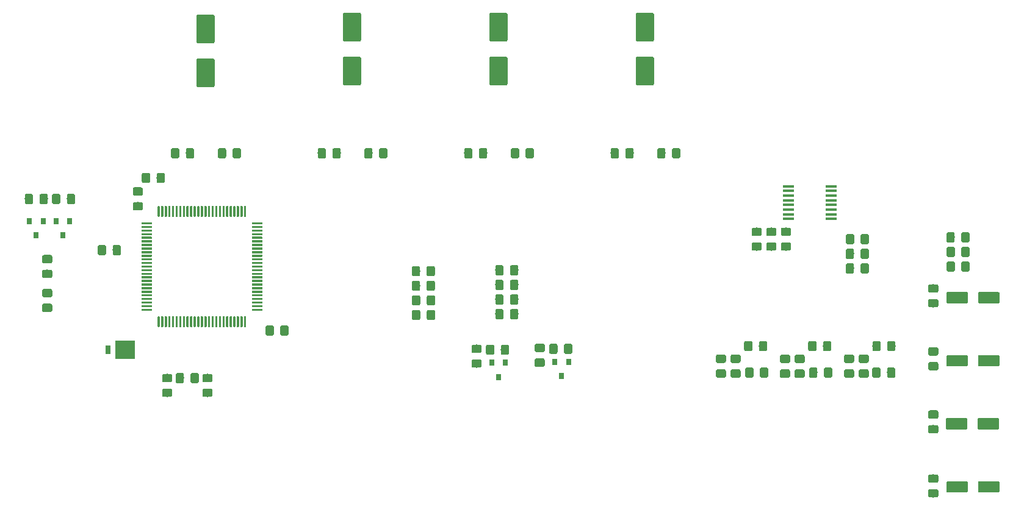
<source format=gbr>
G04 #@! TF.GenerationSoftware,KiCad,Pcbnew,(5.0.2)-1*
G04 #@! TF.CreationDate,2019-03-10T22:20:02+01:00*
G04 #@! TF.ProjectId,fdmbox_pcb_tiny,66646d62-6f78-45f7-9063-625f74696e79,rev?*
G04 #@! TF.SameCoordinates,Original*
G04 #@! TF.FileFunction,Paste,Top*
G04 #@! TF.FilePolarity,Positive*
%FSLAX46Y46*%
G04 Gerber Fmt 4.6, Leading zero omitted, Abs format (unit mm)*
G04 Created by KiCad (PCBNEW (5.0.2)-1) date 10.03.2019 22:20:02*
%MOMM*%
%LPD*%
G01*
G04 APERTURE LIST*
%ADD10R,0.800000X0.900000*%
%ADD11C,0.100000*%
%ADD12C,1.150000*%
%ADD13C,0.300000*%
%ADD14C,1.600000*%
%ADD15C,2.500000*%
%ADD16R,0.762000X1.270000*%
%ADD17R,2.670000X2.540000*%
%ADD18R,1.500000X0.450000*%
G04 APERTURE END LIST*
D10*
G04 #@! TO.C,Q9*
X150368000Y-119872000D03*
X149418000Y-117872000D03*
X151318000Y-117872000D03*
G04 #@! TD*
D11*
G04 #@! TO.C,R43*
G36*
X147794505Y-115377204D02*
X147818773Y-115380804D01*
X147842572Y-115386765D01*
X147865671Y-115395030D01*
X147887850Y-115405520D01*
X147908893Y-115418132D01*
X147928599Y-115432747D01*
X147946777Y-115449223D01*
X147963253Y-115467401D01*
X147977868Y-115487107D01*
X147990480Y-115508150D01*
X148000970Y-115530329D01*
X148009235Y-115553428D01*
X148015196Y-115577227D01*
X148018796Y-115601495D01*
X148020000Y-115625999D01*
X148020000Y-116276001D01*
X148018796Y-116300505D01*
X148015196Y-116324773D01*
X148009235Y-116348572D01*
X148000970Y-116371671D01*
X147990480Y-116393850D01*
X147977868Y-116414893D01*
X147963253Y-116434599D01*
X147946777Y-116452777D01*
X147928599Y-116469253D01*
X147908893Y-116483868D01*
X147887850Y-116496480D01*
X147865671Y-116506970D01*
X147842572Y-116515235D01*
X147818773Y-116521196D01*
X147794505Y-116524796D01*
X147770001Y-116526000D01*
X146869999Y-116526000D01*
X146845495Y-116524796D01*
X146821227Y-116521196D01*
X146797428Y-116515235D01*
X146774329Y-116506970D01*
X146752150Y-116496480D01*
X146731107Y-116483868D01*
X146711401Y-116469253D01*
X146693223Y-116452777D01*
X146676747Y-116434599D01*
X146662132Y-116414893D01*
X146649520Y-116393850D01*
X146639030Y-116371671D01*
X146630765Y-116348572D01*
X146624804Y-116324773D01*
X146621204Y-116300505D01*
X146620000Y-116276001D01*
X146620000Y-115625999D01*
X146621204Y-115601495D01*
X146624804Y-115577227D01*
X146630765Y-115553428D01*
X146639030Y-115530329D01*
X146649520Y-115508150D01*
X146662132Y-115487107D01*
X146676747Y-115467401D01*
X146693223Y-115449223D01*
X146711401Y-115432747D01*
X146731107Y-115418132D01*
X146752150Y-115405520D01*
X146774329Y-115395030D01*
X146797428Y-115386765D01*
X146821227Y-115380804D01*
X146845495Y-115377204D01*
X146869999Y-115376000D01*
X147770001Y-115376000D01*
X147794505Y-115377204D01*
X147794505Y-115377204D01*
G37*
D12*
X147320000Y-115951000D03*
D11*
G36*
X147794505Y-117427204D02*
X147818773Y-117430804D01*
X147842572Y-117436765D01*
X147865671Y-117445030D01*
X147887850Y-117455520D01*
X147908893Y-117468132D01*
X147928599Y-117482747D01*
X147946777Y-117499223D01*
X147963253Y-117517401D01*
X147977868Y-117537107D01*
X147990480Y-117558150D01*
X148000970Y-117580329D01*
X148009235Y-117603428D01*
X148015196Y-117627227D01*
X148018796Y-117651495D01*
X148020000Y-117675999D01*
X148020000Y-118326001D01*
X148018796Y-118350505D01*
X148015196Y-118374773D01*
X148009235Y-118398572D01*
X148000970Y-118421671D01*
X147990480Y-118443850D01*
X147977868Y-118464893D01*
X147963253Y-118484599D01*
X147946777Y-118502777D01*
X147928599Y-118519253D01*
X147908893Y-118533868D01*
X147887850Y-118546480D01*
X147865671Y-118556970D01*
X147842572Y-118565235D01*
X147818773Y-118571196D01*
X147794505Y-118574796D01*
X147770001Y-118576000D01*
X146869999Y-118576000D01*
X146845495Y-118574796D01*
X146821227Y-118571196D01*
X146797428Y-118565235D01*
X146774329Y-118556970D01*
X146752150Y-118546480D01*
X146731107Y-118533868D01*
X146711401Y-118519253D01*
X146693223Y-118502777D01*
X146676747Y-118484599D01*
X146662132Y-118464893D01*
X146649520Y-118443850D01*
X146639030Y-118421671D01*
X146630765Y-118398572D01*
X146624804Y-118374773D01*
X146621204Y-118350505D01*
X146620000Y-118326001D01*
X146620000Y-117675999D01*
X146621204Y-117651495D01*
X146624804Y-117627227D01*
X146630765Y-117603428D01*
X146639030Y-117580329D01*
X146649520Y-117558150D01*
X146662132Y-117537107D01*
X146676747Y-117517401D01*
X146693223Y-117499223D01*
X146711401Y-117482747D01*
X146731107Y-117468132D01*
X146752150Y-117455520D01*
X146774329Y-117445030D01*
X146797428Y-117436765D01*
X146821227Y-117430804D01*
X146845495Y-117427204D01*
X146869999Y-117426000D01*
X147770001Y-117426000D01*
X147794505Y-117427204D01*
X147794505Y-117427204D01*
G37*
D12*
X147320000Y-118001000D03*
G04 #@! TD*
D11*
G04 #@! TO.C,R45*
G36*
X151606505Y-115379204D02*
X151630773Y-115382804D01*
X151654572Y-115388765D01*
X151677671Y-115397030D01*
X151699850Y-115407520D01*
X151720893Y-115420132D01*
X151740599Y-115434747D01*
X151758777Y-115451223D01*
X151775253Y-115469401D01*
X151789868Y-115489107D01*
X151802480Y-115510150D01*
X151812970Y-115532329D01*
X151821235Y-115555428D01*
X151827196Y-115579227D01*
X151830796Y-115603495D01*
X151832000Y-115627999D01*
X151832000Y-116528001D01*
X151830796Y-116552505D01*
X151827196Y-116576773D01*
X151821235Y-116600572D01*
X151812970Y-116623671D01*
X151802480Y-116645850D01*
X151789868Y-116666893D01*
X151775253Y-116686599D01*
X151758777Y-116704777D01*
X151740599Y-116721253D01*
X151720893Y-116735868D01*
X151699850Y-116748480D01*
X151677671Y-116758970D01*
X151654572Y-116767235D01*
X151630773Y-116773196D01*
X151606505Y-116776796D01*
X151582001Y-116778000D01*
X150931999Y-116778000D01*
X150907495Y-116776796D01*
X150883227Y-116773196D01*
X150859428Y-116767235D01*
X150836329Y-116758970D01*
X150814150Y-116748480D01*
X150793107Y-116735868D01*
X150773401Y-116721253D01*
X150755223Y-116704777D01*
X150738747Y-116686599D01*
X150724132Y-116666893D01*
X150711520Y-116645850D01*
X150701030Y-116623671D01*
X150692765Y-116600572D01*
X150686804Y-116576773D01*
X150683204Y-116552505D01*
X150682000Y-116528001D01*
X150682000Y-115627999D01*
X150683204Y-115603495D01*
X150686804Y-115579227D01*
X150692765Y-115555428D01*
X150701030Y-115532329D01*
X150711520Y-115510150D01*
X150724132Y-115489107D01*
X150738747Y-115469401D01*
X150755223Y-115451223D01*
X150773401Y-115434747D01*
X150793107Y-115420132D01*
X150814150Y-115407520D01*
X150836329Y-115397030D01*
X150859428Y-115388765D01*
X150883227Y-115382804D01*
X150907495Y-115379204D01*
X150931999Y-115378000D01*
X151582001Y-115378000D01*
X151606505Y-115379204D01*
X151606505Y-115379204D01*
G37*
D12*
X151257000Y-116078000D03*
D11*
G36*
X149556505Y-115379204D02*
X149580773Y-115382804D01*
X149604572Y-115388765D01*
X149627671Y-115397030D01*
X149649850Y-115407520D01*
X149670893Y-115420132D01*
X149690599Y-115434747D01*
X149708777Y-115451223D01*
X149725253Y-115469401D01*
X149739868Y-115489107D01*
X149752480Y-115510150D01*
X149762970Y-115532329D01*
X149771235Y-115555428D01*
X149777196Y-115579227D01*
X149780796Y-115603495D01*
X149782000Y-115627999D01*
X149782000Y-116528001D01*
X149780796Y-116552505D01*
X149777196Y-116576773D01*
X149771235Y-116600572D01*
X149762970Y-116623671D01*
X149752480Y-116645850D01*
X149739868Y-116666893D01*
X149725253Y-116686599D01*
X149708777Y-116704777D01*
X149690599Y-116721253D01*
X149670893Y-116735868D01*
X149649850Y-116748480D01*
X149627671Y-116758970D01*
X149604572Y-116767235D01*
X149580773Y-116773196D01*
X149556505Y-116776796D01*
X149532001Y-116778000D01*
X148881999Y-116778000D01*
X148857495Y-116776796D01*
X148833227Y-116773196D01*
X148809428Y-116767235D01*
X148786329Y-116758970D01*
X148764150Y-116748480D01*
X148743107Y-116735868D01*
X148723401Y-116721253D01*
X148705223Y-116704777D01*
X148688747Y-116686599D01*
X148674132Y-116666893D01*
X148661520Y-116645850D01*
X148651030Y-116623671D01*
X148642765Y-116600572D01*
X148636804Y-116576773D01*
X148633204Y-116552505D01*
X148632000Y-116528001D01*
X148632000Y-115627999D01*
X148633204Y-115603495D01*
X148636804Y-115579227D01*
X148642765Y-115555428D01*
X148651030Y-115532329D01*
X148661520Y-115510150D01*
X148674132Y-115489107D01*
X148688747Y-115469401D01*
X148705223Y-115451223D01*
X148723401Y-115434747D01*
X148743107Y-115420132D01*
X148764150Y-115407520D01*
X148786329Y-115397030D01*
X148809428Y-115388765D01*
X148833227Y-115382804D01*
X148857495Y-115379204D01*
X148881999Y-115378000D01*
X149532001Y-115378000D01*
X149556505Y-115379204D01*
X149556505Y-115379204D01*
G37*
D12*
X149207000Y-116078000D03*
G04 #@! TD*
D11*
G04 #@! TO.C,U2*
G36*
X102227351Y-98371361D02*
X102234632Y-98372441D01*
X102241771Y-98374229D01*
X102248701Y-98376709D01*
X102255355Y-98379856D01*
X102261668Y-98383640D01*
X102267579Y-98388024D01*
X102273033Y-98392967D01*
X102277976Y-98398421D01*
X102282360Y-98404332D01*
X102286144Y-98410645D01*
X102289291Y-98417299D01*
X102291771Y-98424229D01*
X102293559Y-98431368D01*
X102294639Y-98438649D01*
X102295000Y-98446000D01*
X102295000Y-98596000D01*
X102294639Y-98603351D01*
X102293559Y-98610632D01*
X102291771Y-98617771D01*
X102289291Y-98624701D01*
X102286144Y-98631355D01*
X102282360Y-98637668D01*
X102277976Y-98643579D01*
X102273033Y-98649033D01*
X102267579Y-98653976D01*
X102261668Y-98658360D01*
X102255355Y-98662144D01*
X102248701Y-98665291D01*
X102241771Y-98667771D01*
X102234632Y-98669559D01*
X102227351Y-98670639D01*
X102220000Y-98671000D01*
X100895000Y-98671000D01*
X100887649Y-98670639D01*
X100880368Y-98669559D01*
X100873229Y-98667771D01*
X100866299Y-98665291D01*
X100859645Y-98662144D01*
X100853332Y-98658360D01*
X100847421Y-98653976D01*
X100841967Y-98649033D01*
X100837024Y-98643579D01*
X100832640Y-98637668D01*
X100828856Y-98631355D01*
X100825709Y-98624701D01*
X100823229Y-98617771D01*
X100821441Y-98610632D01*
X100820361Y-98603351D01*
X100820000Y-98596000D01*
X100820000Y-98446000D01*
X100820361Y-98438649D01*
X100821441Y-98431368D01*
X100823229Y-98424229D01*
X100825709Y-98417299D01*
X100828856Y-98410645D01*
X100832640Y-98404332D01*
X100837024Y-98398421D01*
X100841967Y-98392967D01*
X100847421Y-98388024D01*
X100853332Y-98383640D01*
X100859645Y-98379856D01*
X100866299Y-98376709D01*
X100873229Y-98374229D01*
X100880368Y-98372441D01*
X100887649Y-98371361D01*
X100895000Y-98371000D01*
X102220000Y-98371000D01*
X102227351Y-98371361D01*
X102227351Y-98371361D01*
G37*
D13*
X101557500Y-98521000D03*
D11*
G36*
X102227351Y-98871361D02*
X102234632Y-98872441D01*
X102241771Y-98874229D01*
X102248701Y-98876709D01*
X102255355Y-98879856D01*
X102261668Y-98883640D01*
X102267579Y-98888024D01*
X102273033Y-98892967D01*
X102277976Y-98898421D01*
X102282360Y-98904332D01*
X102286144Y-98910645D01*
X102289291Y-98917299D01*
X102291771Y-98924229D01*
X102293559Y-98931368D01*
X102294639Y-98938649D01*
X102295000Y-98946000D01*
X102295000Y-99096000D01*
X102294639Y-99103351D01*
X102293559Y-99110632D01*
X102291771Y-99117771D01*
X102289291Y-99124701D01*
X102286144Y-99131355D01*
X102282360Y-99137668D01*
X102277976Y-99143579D01*
X102273033Y-99149033D01*
X102267579Y-99153976D01*
X102261668Y-99158360D01*
X102255355Y-99162144D01*
X102248701Y-99165291D01*
X102241771Y-99167771D01*
X102234632Y-99169559D01*
X102227351Y-99170639D01*
X102220000Y-99171000D01*
X100895000Y-99171000D01*
X100887649Y-99170639D01*
X100880368Y-99169559D01*
X100873229Y-99167771D01*
X100866299Y-99165291D01*
X100859645Y-99162144D01*
X100853332Y-99158360D01*
X100847421Y-99153976D01*
X100841967Y-99149033D01*
X100837024Y-99143579D01*
X100832640Y-99137668D01*
X100828856Y-99131355D01*
X100825709Y-99124701D01*
X100823229Y-99117771D01*
X100821441Y-99110632D01*
X100820361Y-99103351D01*
X100820000Y-99096000D01*
X100820000Y-98946000D01*
X100820361Y-98938649D01*
X100821441Y-98931368D01*
X100823229Y-98924229D01*
X100825709Y-98917299D01*
X100828856Y-98910645D01*
X100832640Y-98904332D01*
X100837024Y-98898421D01*
X100841967Y-98892967D01*
X100847421Y-98888024D01*
X100853332Y-98883640D01*
X100859645Y-98879856D01*
X100866299Y-98876709D01*
X100873229Y-98874229D01*
X100880368Y-98872441D01*
X100887649Y-98871361D01*
X100895000Y-98871000D01*
X102220000Y-98871000D01*
X102227351Y-98871361D01*
X102227351Y-98871361D01*
G37*
D13*
X101557500Y-99021000D03*
D11*
G36*
X102227351Y-99371361D02*
X102234632Y-99372441D01*
X102241771Y-99374229D01*
X102248701Y-99376709D01*
X102255355Y-99379856D01*
X102261668Y-99383640D01*
X102267579Y-99388024D01*
X102273033Y-99392967D01*
X102277976Y-99398421D01*
X102282360Y-99404332D01*
X102286144Y-99410645D01*
X102289291Y-99417299D01*
X102291771Y-99424229D01*
X102293559Y-99431368D01*
X102294639Y-99438649D01*
X102295000Y-99446000D01*
X102295000Y-99596000D01*
X102294639Y-99603351D01*
X102293559Y-99610632D01*
X102291771Y-99617771D01*
X102289291Y-99624701D01*
X102286144Y-99631355D01*
X102282360Y-99637668D01*
X102277976Y-99643579D01*
X102273033Y-99649033D01*
X102267579Y-99653976D01*
X102261668Y-99658360D01*
X102255355Y-99662144D01*
X102248701Y-99665291D01*
X102241771Y-99667771D01*
X102234632Y-99669559D01*
X102227351Y-99670639D01*
X102220000Y-99671000D01*
X100895000Y-99671000D01*
X100887649Y-99670639D01*
X100880368Y-99669559D01*
X100873229Y-99667771D01*
X100866299Y-99665291D01*
X100859645Y-99662144D01*
X100853332Y-99658360D01*
X100847421Y-99653976D01*
X100841967Y-99649033D01*
X100837024Y-99643579D01*
X100832640Y-99637668D01*
X100828856Y-99631355D01*
X100825709Y-99624701D01*
X100823229Y-99617771D01*
X100821441Y-99610632D01*
X100820361Y-99603351D01*
X100820000Y-99596000D01*
X100820000Y-99446000D01*
X100820361Y-99438649D01*
X100821441Y-99431368D01*
X100823229Y-99424229D01*
X100825709Y-99417299D01*
X100828856Y-99410645D01*
X100832640Y-99404332D01*
X100837024Y-99398421D01*
X100841967Y-99392967D01*
X100847421Y-99388024D01*
X100853332Y-99383640D01*
X100859645Y-99379856D01*
X100866299Y-99376709D01*
X100873229Y-99374229D01*
X100880368Y-99372441D01*
X100887649Y-99371361D01*
X100895000Y-99371000D01*
X102220000Y-99371000D01*
X102227351Y-99371361D01*
X102227351Y-99371361D01*
G37*
D13*
X101557500Y-99521000D03*
D11*
G36*
X102227351Y-99871361D02*
X102234632Y-99872441D01*
X102241771Y-99874229D01*
X102248701Y-99876709D01*
X102255355Y-99879856D01*
X102261668Y-99883640D01*
X102267579Y-99888024D01*
X102273033Y-99892967D01*
X102277976Y-99898421D01*
X102282360Y-99904332D01*
X102286144Y-99910645D01*
X102289291Y-99917299D01*
X102291771Y-99924229D01*
X102293559Y-99931368D01*
X102294639Y-99938649D01*
X102295000Y-99946000D01*
X102295000Y-100096000D01*
X102294639Y-100103351D01*
X102293559Y-100110632D01*
X102291771Y-100117771D01*
X102289291Y-100124701D01*
X102286144Y-100131355D01*
X102282360Y-100137668D01*
X102277976Y-100143579D01*
X102273033Y-100149033D01*
X102267579Y-100153976D01*
X102261668Y-100158360D01*
X102255355Y-100162144D01*
X102248701Y-100165291D01*
X102241771Y-100167771D01*
X102234632Y-100169559D01*
X102227351Y-100170639D01*
X102220000Y-100171000D01*
X100895000Y-100171000D01*
X100887649Y-100170639D01*
X100880368Y-100169559D01*
X100873229Y-100167771D01*
X100866299Y-100165291D01*
X100859645Y-100162144D01*
X100853332Y-100158360D01*
X100847421Y-100153976D01*
X100841967Y-100149033D01*
X100837024Y-100143579D01*
X100832640Y-100137668D01*
X100828856Y-100131355D01*
X100825709Y-100124701D01*
X100823229Y-100117771D01*
X100821441Y-100110632D01*
X100820361Y-100103351D01*
X100820000Y-100096000D01*
X100820000Y-99946000D01*
X100820361Y-99938649D01*
X100821441Y-99931368D01*
X100823229Y-99924229D01*
X100825709Y-99917299D01*
X100828856Y-99910645D01*
X100832640Y-99904332D01*
X100837024Y-99898421D01*
X100841967Y-99892967D01*
X100847421Y-99888024D01*
X100853332Y-99883640D01*
X100859645Y-99879856D01*
X100866299Y-99876709D01*
X100873229Y-99874229D01*
X100880368Y-99872441D01*
X100887649Y-99871361D01*
X100895000Y-99871000D01*
X102220000Y-99871000D01*
X102227351Y-99871361D01*
X102227351Y-99871361D01*
G37*
D13*
X101557500Y-100021000D03*
D11*
G36*
X102227351Y-100371361D02*
X102234632Y-100372441D01*
X102241771Y-100374229D01*
X102248701Y-100376709D01*
X102255355Y-100379856D01*
X102261668Y-100383640D01*
X102267579Y-100388024D01*
X102273033Y-100392967D01*
X102277976Y-100398421D01*
X102282360Y-100404332D01*
X102286144Y-100410645D01*
X102289291Y-100417299D01*
X102291771Y-100424229D01*
X102293559Y-100431368D01*
X102294639Y-100438649D01*
X102295000Y-100446000D01*
X102295000Y-100596000D01*
X102294639Y-100603351D01*
X102293559Y-100610632D01*
X102291771Y-100617771D01*
X102289291Y-100624701D01*
X102286144Y-100631355D01*
X102282360Y-100637668D01*
X102277976Y-100643579D01*
X102273033Y-100649033D01*
X102267579Y-100653976D01*
X102261668Y-100658360D01*
X102255355Y-100662144D01*
X102248701Y-100665291D01*
X102241771Y-100667771D01*
X102234632Y-100669559D01*
X102227351Y-100670639D01*
X102220000Y-100671000D01*
X100895000Y-100671000D01*
X100887649Y-100670639D01*
X100880368Y-100669559D01*
X100873229Y-100667771D01*
X100866299Y-100665291D01*
X100859645Y-100662144D01*
X100853332Y-100658360D01*
X100847421Y-100653976D01*
X100841967Y-100649033D01*
X100837024Y-100643579D01*
X100832640Y-100637668D01*
X100828856Y-100631355D01*
X100825709Y-100624701D01*
X100823229Y-100617771D01*
X100821441Y-100610632D01*
X100820361Y-100603351D01*
X100820000Y-100596000D01*
X100820000Y-100446000D01*
X100820361Y-100438649D01*
X100821441Y-100431368D01*
X100823229Y-100424229D01*
X100825709Y-100417299D01*
X100828856Y-100410645D01*
X100832640Y-100404332D01*
X100837024Y-100398421D01*
X100841967Y-100392967D01*
X100847421Y-100388024D01*
X100853332Y-100383640D01*
X100859645Y-100379856D01*
X100866299Y-100376709D01*
X100873229Y-100374229D01*
X100880368Y-100372441D01*
X100887649Y-100371361D01*
X100895000Y-100371000D01*
X102220000Y-100371000D01*
X102227351Y-100371361D01*
X102227351Y-100371361D01*
G37*
D13*
X101557500Y-100521000D03*
D11*
G36*
X102227351Y-100871361D02*
X102234632Y-100872441D01*
X102241771Y-100874229D01*
X102248701Y-100876709D01*
X102255355Y-100879856D01*
X102261668Y-100883640D01*
X102267579Y-100888024D01*
X102273033Y-100892967D01*
X102277976Y-100898421D01*
X102282360Y-100904332D01*
X102286144Y-100910645D01*
X102289291Y-100917299D01*
X102291771Y-100924229D01*
X102293559Y-100931368D01*
X102294639Y-100938649D01*
X102295000Y-100946000D01*
X102295000Y-101096000D01*
X102294639Y-101103351D01*
X102293559Y-101110632D01*
X102291771Y-101117771D01*
X102289291Y-101124701D01*
X102286144Y-101131355D01*
X102282360Y-101137668D01*
X102277976Y-101143579D01*
X102273033Y-101149033D01*
X102267579Y-101153976D01*
X102261668Y-101158360D01*
X102255355Y-101162144D01*
X102248701Y-101165291D01*
X102241771Y-101167771D01*
X102234632Y-101169559D01*
X102227351Y-101170639D01*
X102220000Y-101171000D01*
X100895000Y-101171000D01*
X100887649Y-101170639D01*
X100880368Y-101169559D01*
X100873229Y-101167771D01*
X100866299Y-101165291D01*
X100859645Y-101162144D01*
X100853332Y-101158360D01*
X100847421Y-101153976D01*
X100841967Y-101149033D01*
X100837024Y-101143579D01*
X100832640Y-101137668D01*
X100828856Y-101131355D01*
X100825709Y-101124701D01*
X100823229Y-101117771D01*
X100821441Y-101110632D01*
X100820361Y-101103351D01*
X100820000Y-101096000D01*
X100820000Y-100946000D01*
X100820361Y-100938649D01*
X100821441Y-100931368D01*
X100823229Y-100924229D01*
X100825709Y-100917299D01*
X100828856Y-100910645D01*
X100832640Y-100904332D01*
X100837024Y-100898421D01*
X100841967Y-100892967D01*
X100847421Y-100888024D01*
X100853332Y-100883640D01*
X100859645Y-100879856D01*
X100866299Y-100876709D01*
X100873229Y-100874229D01*
X100880368Y-100872441D01*
X100887649Y-100871361D01*
X100895000Y-100871000D01*
X102220000Y-100871000D01*
X102227351Y-100871361D01*
X102227351Y-100871361D01*
G37*
D13*
X101557500Y-101021000D03*
D11*
G36*
X102227351Y-101371361D02*
X102234632Y-101372441D01*
X102241771Y-101374229D01*
X102248701Y-101376709D01*
X102255355Y-101379856D01*
X102261668Y-101383640D01*
X102267579Y-101388024D01*
X102273033Y-101392967D01*
X102277976Y-101398421D01*
X102282360Y-101404332D01*
X102286144Y-101410645D01*
X102289291Y-101417299D01*
X102291771Y-101424229D01*
X102293559Y-101431368D01*
X102294639Y-101438649D01*
X102295000Y-101446000D01*
X102295000Y-101596000D01*
X102294639Y-101603351D01*
X102293559Y-101610632D01*
X102291771Y-101617771D01*
X102289291Y-101624701D01*
X102286144Y-101631355D01*
X102282360Y-101637668D01*
X102277976Y-101643579D01*
X102273033Y-101649033D01*
X102267579Y-101653976D01*
X102261668Y-101658360D01*
X102255355Y-101662144D01*
X102248701Y-101665291D01*
X102241771Y-101667771D01*
X102234632Y-101669559D01*
X102227351Y-101670639D01*
X102220000Y-101671000D01*
X100895000Y-101671000D01*
X100887649Y-101670639D01*
X100880368Y-101669559D01*
X100873229Y-101667771D01*
X100866299Y-101665291D01*
X100859645Y-101662144D01*
X100853332Y-101658360D01*
X100847421Y-101653976D01*
X100841967Y-101649033D01*
X100837024Y-101643579D01*
X100832640Y-101637668D01*
X100828856Y-101631355D01*
X100825709Y-101624701D01*
X100823229Y-101617771D01*
X100821441Y-101610632D01*
X100820361Y-101603351D01*
X100820000Y-101596000D01*
X100820000Y-101446000D01*
X100820361Y-101438649D01*
X100821441Y-101431368D01*
X100823229Y-101424229D01*
X100825709Y-101417299D01*
X100828856Y-101410645D01*
X100832640Y-101404332D01*
X100837024Y-101398421D01*
X100841967Y-101392967D01*
X100847421Y-101388024D01*
X100853332Y-101383640D01*
X100859645Y-101379856D01*
X100866299Y-101376709D01*
X100873229Y-101374229D01*
X100880368Y-101372441D01*
X100887649Y-101371361D01*
X100895000Y-101371000D01*
X102220000Y-101371000D01*
X102227351Y-101371361D01*
X102227351Y-101371361D01*
G37*
D13*
X101557500Y-101521000D03*
D11*
G36*
X102227351Y-101871361D02*
X102234632Y-101872441D01*
X102241771Y-101874229D01*
X102248701Y-101876709D01*
X102255355Y-101879856D01*
X102261668Y-101883640D01*
X102267579Y-101888024D01*
X102273033Y-101892967D01*
X102277976Y-101898421D01*
X102282360Y-101904332D01*
X102286144Y-101910645D01*
X102289291Y-101917299D01*
X102291771Y-101924229D01*
X102293559Y-101931368D01*
X102294639Y-101938649D01*
X102295000Y-101946000D01*
X102295000Y-102096000D01*
X102294639Y-102103351D01*
X102293559Y-102110632D01*
X102291771Y-102117771D01*
X102289291Y-102124701D01*
X102286144Y-102131355D01*
X102282360Y-102137668D01*
X102277976Y-102143579D01*
X102273033Y-102149033D01*
X102267579Y-102153976D01*
X102261668Y-102158360D01*
X102255355Y-102162144D01*
X102248701Y-102165291D01*
X102241771Y-102167771D01*
X102234632Y-102169559D01*
X102227351Y-102170639D01*
X102220000Y-102171000D01*
X100895000Y-102171000D01*
X100887649Y-102170639D01*
X100880368Y-102169559D01*
X100873229Y-102167771D01*
X100866299Y-102165291D01*
X100859645Y-102162144D01*
X100853332Y-102158360D01*
X100847421Y-102153976D01*
X100841967Y-102149033D01*
X100837024Y-102143579D01*
X100832640Y-102137668D01*
X100828856Y-102131355D01*
X100825709Y-102124701D01*
X100823229Y-102117771D01*
X100821441Y-102110632D01*
X100820361Y-102103351D01*
X100820000Y-102096000D01*
X100820000Y-101946000D01*
X100820361Y-101938649D01*
X100821441Y-101931368D01*
X100823229Y-101924229D01*
X100825709Y-101917299D01*
X100828856Y-101910645D01*
X100832640Y-101904332D01*
X100837024Y-101898421D01*
X100841967Y-101892967D01*
X100847421Y-101888024D01*
X100853332Y-101883640D01*
X100859645Y-101879856D01*
X100866299Y-101876709D01*
X100873229Y-101874229D01*
X100880368Y-101872441D01*
X100887649Y-101871361D01*
X100895000Y-101871000D01*
X102220000Y-101871000D01*
X102227351Y-101871361D01*
X102227351Y-101871361D01*
G37*
D13*
X101557500Y-102021000D03*
D11*
G36*
X102227351Y-102371361D02*
X102234632Y-102372441D01*
X102241771Y-102374229D01*
X102248701Y-102376709D01*
X102255355Y-102379856D01*
X102261668Y-102383640D01*
X102267579Y-102388024D01*
X102273033Y-102392967D01*
X102277976Y-102398421D01*
X102282360Y-102404332D01*
X102286144Y-102410645D01*
X102289291Y-102417299D01*
X102291771Y-102424229D01*
X102293559Y-102431368D01*
X102294639Y-102438649D01*
X102295000Y-102446000D01*
X102295000Y-102596000D01*
X102294639Y-102603351D01*
X102293559Y-102610632D01*
X102291771Y-102617771D01*
X102289291Y-102624701D01*
X102286144Y-102631355D01*
X102282360Y-102637668D01*
X102277976Y-102643579D01*
X102273033Y-102649033D01*
X102267579Y-102653976D01*
X102261668Y-102658360D01*
X102255355Y-102662144D01*
X102248701Y-102665291D01*
X102241771Y-102667771D01*
X102234632Y-102669559D01*
X102227351Y-102670639D01*
X102220000Y-102671000D01*
X100895000Y-102671000D01*
X100887649Y-102670639D01*
X100880368Y-102669559D01*
X100873229Y-102667771D01*
X100866299Y-102665291D01*
X100859645Y-102662144D01*
X100853332Y-102658360D01*
X100847421Y-102653976D01*
X100841967Y-102649033D01*
X100837024Y-102643579D01*
X100832640Y-102637668D01*
X100828856Y-102631355D01*
X100825709Y-102624701D01*
X100823229Y-102617771D01*
X100821441Y-102610632D01*
X100820361Y-102603351D01*
X100820000Y-102596000D01*
X100820000Y-102446000D01*
X100820361Y-102438649D01*
X100821441Y-102431368D01*
X100823229Y-102424229D01*
X100825709Y-102417299D01*
X100828856Y-102410645D01*
X100832640Y-102404332D01*
X100837024Y-102398421D01*
X100841967Y-102392967D01*
X100847421Y-102388024D01*
X100853332Y-102383640D01*
X100859645Y-102379856D01*
X100866299Y-102376709D01*
X100873229Y-102374229D01*
X100880368Y-102372441D01*
X100887649Y-102371361D01*
X100895000Y-102371000D01*
X102220000Y-102371000D01*
X102227351Y-102371361D01*
X102227351Y-102371361D01*
G37*
D13*
X101557500Y-102521000D03*
D11*
G36*
X102227351Y-102871361D02*
X102234632Y-102872441D01*
X102241771Y-102874229D01*
X102248701Y-102876709D01*
X102255355Y-102879856D01*
X102261668Y-102883640D01*
X102267579Y-102888024D01*
X102273033Y-102892967D01*
X102277976Y-102898421D01*
X102282360Y-102904332D01*
X102286144Y-102910645D01*
X102289291Y-102917299D01*
X102291771Y-102924229D01*
X102293559Y-102931368D01*
X102294639Y-102938649D01*
X102295000Y-102946000D01*
X102295000Y-103096000D01*
X102294639Y-103103351D01*
X102293559Y-103110632D01*
X102291771Y-103117771D01*
X102289291Y-103124701D01*
X102286144Y-103131355D01*
X102282360Y-103137668D01*
X102277976Y-103143579D01*
X102273033Y-103149033D01*
X102267579Y-103153976D01*
X102261668Y-103158360D01*
X102255355Y-103162144D01*
X102248701Y-103165291D01*
X102241771Y-103167771D01*
X102234632Y-103169559D01*
X102227351Y-103170639D01*
X102220000Y-103171000D01*
X100895000Y-103171000D01*
X100887649Y-103170639D01*
X100880368Y-103169559D01*
X100873229Y-103167771D01*
X100866299Y-103165291D01*
X100859645Y-103162144D01*
X100853332Y-103158360D01*
X100847421Y-103153976D01*
X100841967Y-103149033D01*
X100837024Y-103143579D01*
X100832640Y-103137668D01*
X100828856Y-103131355D01*
X100825709Y-103124701D01*
X100823229Y-103117771D01*
X100821441Y-103110632D01*
X100820361Y-103103351D01*
X100820000Y-103096000D01*
X100820000Y-102946000D01*
X100820361Y-102938649D01*
X100821441Y-102931368D01*
X100823229Y-102924229D01*
X100825709Y-102917299D01*
X100828856Y-102910645D01*
X100832640Y-102904332D01*
X100837024Y-102898421D01*
X100841967Y-102892967D01*
X100847421Y-102888024D01*
X100853332Y-102883640D01*
X100859645Y-102879856D01*
X100866299Y-102876709D01*
X100873229Y-102874229D01*
X100880368Y-102872441D01*
X100887649Y-102871361D01*
X100895000Y-102871000D01*
X102220000Y-102871000D01*
X102227351Y-102871361D01*
X102227351Y-102871361D01*
G37*
D13*
X101557500Y-103021000D03*
D11*
G36*
X102227351Y-103371361D02*
X102234632Y-103372441D01*
X102241771Y-103374229D01*
X102248701Y-103376709D01*
X102255355Y-103379856D01*
X102261668Y-103383640D01*
X102267579Y-103388024D01*
X102273033Y-103392967D01*
X102277976Y-103398421D01*
X102282360Y-103404332D01*
X102286144Y-103410645D01*
X102289291Y-103417299D01*
X102291771Y-103424229D01*
X102293559Y-103431368D01*
X102294639Y-103438649D01*
X102295000Y-103446000D01*
X102295000Y-103596000D01*
X102294639Y-103603351D01*
X102293559Y-103610632D01*
X102291771Y-103617771D01*
X102289291Y-103624701D01*
X102286144Y-103631355D01*
X102282360Y-103637668D01*
X102277976Y-103643579D01*
X102273033Y-103649033D01*
X102267579Y-103653976D01*
X102261668Y-103658360D01*
X102255355Y-103662144D01*
X102248701Y-103665291D01*
X102241771Y-103667771D01*
X102234632Y-103669559D01*
X102227351Y-103670639D01*
X102220000Y-103671000D01*
X100895000Y-103671000D01*
X100887649Y-103670639D01*
X100880368Y-103669559D01*
X100873229Y-103667771D01*
X100866299Y-103665291D01*
X100859645Y-103662144D01*
X100853332Y-103658360D01*
X100847421Y-103653976D01*
X100841967Y-103649033D01*
X100837024Y-103643579D01*
X100832640Y-103637668D01*
X100828856Y-103631355D01*
X100825709Y-103624701D01*
X100823229Y-103617771D01*
X100821441Y-103610632D01*
X100820361Y-103603351D01*
X100820000Y-103596000D01*
X100820000Y-103446000D01*
X100820361Y-103438649D01*
X100821441Y-103431368D01*
X100823229Y-103424229D01*
X100825709Y-103417299D01*
X100828856Y-103410645D01*
X100832640Y-103404332D01*
X100837024Y-103398421D01*
X100841967Y-103392967D01*
X100847421Y-103388024D01*
X100853332Y-103383640D01*
X100859645Y-103379856D01*
X100866299Y-103376709D01*
X100873229Y-103374229D01*
X100880368Y-103372441D01*
X100887649Y-103371361D01*
X100895000Y-103371000D01*
X102220000Y-103371000D01*
X102227351Y-103371361D01*
X102227351Y-103371361D01*
G37*
D13*
X101557500Y-103521000D03*
D11*
G36*
X102227351Y-103871361D02*
X102234632Y-103872441D01*
X102241771Y-103874229D01*
X102248701Y-103876709D01*
X102255355Y-103879856D01*
X102261668Y-103883640D01*
X102267579Y-103888024D01*
X102273033Y-103892967D01*
X102277976Y-103898421D01*
X102282360Y-103904332D01*
X102286144Y-103910645D01*
X102289291Y-103917299D01*
X102291771Y-103924229D01*
X102293559Y-103931368D01*
X102294639Y-103938649D01*
X102295000Y-103946000D01*
X102295000Y-104096000D01*
X102294639Y-104103351D01*
X102293559Y-104110632D01*
X102291771Y-104117771D01*
X102289291Y-104124701D01*
X102286144Y-104131355D01*
X102282360Y-104137668D01*
X102277976Y-104143579D01*
X102273033Y-104149033D01*
X102267579Y-104153976D01*
X102261668Y-104158360D01*
X102255355Y-104162144D01*
X102248701Y-104165291D01*
X102241771Y-104167771D01*
X102234632Y-104169559D01*
X102227351Y-104170639D01*
X102220000Y-104171000D01*
X100895000Y-104171000D01*
X100887649Y-104170639D01*
X100880368Y-104169559D01*
X100873229Y-104167771D01*
X100866299Y-104165291D01*
X100859645Y-104162144D01*
X100853332Y-104158360D01*
X100847421Y-104153976D01*
X100841967Y-104149033D01*
X100837024Y-104143579D01*
X100832640Y-104137668D01*
X100828856Y-104131355D01*
X100825709Y-104124701D01*
X100823229Y-104117771D01*
X100821441Y-104110632D01*
X100820361Y-104103351D01*
X100820000Y-104096000D01*
X100820000Y-103946000D01*
X100820361Y-103938649D01*
X100821441Y-103931368D01*
X100823229Y-103924229D01*
X100825709Y-103917299D01*
X100828856Y-103910645D01*
X100832640Y-103904332D01*
X100837024Y-103898421D01*
X100841967Y-103892967D01*
X100847421Y-103888024D01*
X100853332Y-103883640D01*
X100859645Y-103879856D01*
X100866299Y-103876709D01*
X100873229Y-103874229D01*
X100880368Y-103872441D01*
X100887649Y-103871361D01*
X100895000Y-103871000D01*
X102220000Y-103871000D01*
X102227351Y-103871361D01*
X102227351Y-103871361D01*
G37*
D13*
X101557500Y-104021000D03*
D11*
G36*
X102227351Y-104371361D02*
X102234632Y-104372441D01*
X102241771Y-104374229D01*
X102248701Y-104376709D01*
X102255355Y-104379856D01*
X102261668Y-104383640D01*
X102267579Y-104388024D01*
X102273033Y-104392967D01*
X102277976Y-104398421D01*
X102282360Y-104404332D01*
X102286144Y-104410645D01*
X102289291Y-104417299D01*
X102291771Y-104424229D01*
X102293559Y-104431368D01*
X102294639Y-104438649D01*
X102295000Y-104446000D01*
X102295000Y-104596000D01*
X102294639Y-104603351D01*
X102293559Y-104610632D01*
X102291771Y-104617771D01*
X102289291Y-104624701D01*
X102286144Y-104631355D01*
X102282360Y-104637668D01*
X102277976Y-104643579D01*
X102273033Y-104649033D01*
X102267579Y-104653976D01*
X102261668Y-104658360D01*
X102255355Y-104662144D01*
X102248701Y-104665291D01*
X102241771Y-104667771D01*
X102234632Y-104669559D01*
X102227351Y-104670639D01*
X102220000Y-104671000D01*
X100895000Y-104671000D01*
X100887649Y-104670639D01*
X100880368Y-104669559D01*
X100873229Y-104667771D01*
X100866299Y-104665291D01*
X100859645Y-104662144D01*
X100853332Y-104658360D01*
X100847421Y-104653976D01*
X100841967Y-104649033D01*
X100837024Y-104643579D01*
X100832640Y-104637668D01*
X100828856Y-104631355D01*
X100825709Y-104624701D01*
X100823229Y-104617771D01*
X100821441Y-104610632D01*
X100820361Y-104603351D01*
X100820000Y-104596000D01*
X100820000Y-104446000D01*
X100820361Y-104438649D01*
X100821441Y-104431368D01*
X100823229Y-104424229D01*
X100825709Y-104417299D01*
X100828856Y-104410645D01*
X100832640Y-104404332D01*
X100837024Y-104398421D01*
X100841967Y-104392967D01*
X100847421Y-104388024D01*
X100853332Y-104383640D01*
X100859645Y-104379856D01*
X100866299Y-104376709D01*
X100873229Y-104374229D01*
X100880368Y-104372441D01*
X100887649Y-104371361D01*
X100895000Y-104371000D01*
X102220000Y-104371000D01*
X102227351Y-104371361D01*
X102227351Y-104371361D01*
G37*
D13*
X101557500Y-104521000D03*
D11*
G36*
X102227351Y-104871361D02*
X102234632Y-104872441D01*
X102241771Y-104874229D01*
X102248701Y-104876709D01*
X102255355Y-104879856D01*
X102261668Y-104883640D01*
X102267579Y-104888024D01*
X102273033Y-104892967D01*
X102277976Y-104898421D01*
X102282360Y-104904332D01*
X102286144Y-104910645D01*
X102289291Y-104917299D01*
X102291771Y-104924229D01*
X102293559Y-104931368D01*
X102294639Y-104938649D01*
X102295000Y-104946000D01*
X102295000Y-105096000D01*
X102294639Y-105103351D01*
X102293559Y-105110632D01*
X102291771Y-105117771D01*
X102289291Y-105124701D01*
X102286144Y-105131355D01*
X102282360Y-105137668D01*
X102277976Y-105143579D01*
X102273033Y-105149033D01*
X102267579Y-105153976D01*
X102261668Y-105158360D01*
X102255355Y-105162144D01*
X102248701Y-105165291D01*
X102241771Y-105167771D01*
X102234632Y-105169559D01*
X102227351Y-105170639D01*
X102220000Y-105171000D01*
X100895000Y-105171000D01*
X100887649Y-105170639D01*
X100880368Y-105169559D01*
X100873229Y-105167771D01*
X100866299Y-105165291D01*
X100859645Y-105162144D01*
X100853332Y-105158360D01*
X100847421Y-105153976D01*
X100841967Y-105149033D01*
X100837024Y-105143579D01*
X100832640Y-105137668D01*
X100828856Y-105131355D01*
X100825709Y-105124701D01*
X100823229Y-105117771D01*
X100821441Y-105110632D01*
X100820361Y-105103351D01*
X100820000Y-105096000D01*
X100820000Y-104946000D01*
X100820361Y-104938649D01*
X100821441Y-104931368D01*
X100823229Y-104924229D01*
X100825709Y-104917299D01*
X100828856Y-104910645D01*
X100832640Y-104904332D01*
X100837024Y-104898421D01*
X100841967Y-104892967D01*
X100847421Y-104888024D01*
X100853332Y-104883640D01*
X100859645Y-104879856D01*
X100866299Y-104876709D01*
X100873229Y-104874229D01*
X100880368Y-104872441D01*
X100887649Y-104871361D01*
X100895000Y-104871000D01*
X102220000Y-104871000D01*
X102227351Y-104871361D01*
X102227351Y-104871361D01*
G37*
D13*
X101557500Y-105021000D03*
D11*
G36*
X102227351Y-105371361D02*
X102234632Y-105372441D01*
X102241771Y-105374229D01*
X102248701Y-105376709D01*
X102255355Y-105379856D01*
X102261668Y-105383640D01*
X102267579Y-105388024D01*
X102273033Y-105392967D01*
X102277976Y-105398421D01*
X102282360Y-105404332D01*
X102286144Y-105410645D01*
X102289291Y-105417299D01*
X102291771Y-105424229D01*
X102293559Y-105431368D01*
X102294639Y-105438649D01*
X102295000Y-105446000D01*
X102295000Y-105596000D01*
X102294639Y-105603351D01*
X102293559Y-105610632D01*
X102291771Y-105617771D01*
X102289291Y-105624701D01*
X102286144Y-105631355D01*
X102282360Y-105637668D01*
X102277976Y-105643579D01*
X102273033Y-105649033D01*
X102267579Y-105653976D01*
X102261668Y-105658360D01*
X102255355Y-105662144D01*
X102248701Y-105665291D01*
X102241771Y-105667771D01*
X102234632Y-105669559D01*
X102227351Y-105670639D01*
X102220000Y-105671000D01*
X100895000Y-105671000D01*
X100887649Y-105670639D01*
X100880368Y-105669559D01*
X100873229Y-105667771D01*
X100866299Y-105665291D01*
X100859645Y-105662144D01*
X100853332Y-105658360D01*
X100847421Y-105653976D01*
X100841967Y-105649033D01*
X100837024Y-105643579D01*
X100832640Y-105637668D01*
X100828856Y-105631355D01*
X100825709Y-105624701D01*
X100823229Y-105617771D01*
X100821441Y-105610632D01*
X100820361Y-105603351D01*
X100820000Y-105596000D01*
X100820000Y-105446000D01*
X100820361Y-105438649D01*
X100821441Y-105431368D01*
X100823229Y-105424229D01*
X100825709Y-105417299D01*
X100828856Y-105410645D01*
X100832640Y-105404332D01*
X100837024Y-105398421D01*
X100841967Y-105392967D01*
X100847421Y-105388024D01*
X100853332Y-105383640D01*
X100859645Y-105379856D01*
X100866299Y-105376709D01*
X100873229Y-105374229D01*
X100880368Y-105372441D01*
X100887649Y-105371361D01*
X100895000Y-105371000D01*
X102220000Y-105371000D01*
X102227351Y-105371361D01*
X102227351Y-105371361D01*
G37*
D13*
X101557500Y-105521000D03*
D11*
G36*
X102227351Y-105871361D02*
X102234632Y-105872441D01*
X102241771Y-105874229D01*
X102248701Y-105876709D01*
X102255355Y-105879856D01*
X102261668Y-105883640D01*
X102267579Y-105888024D01*
X102273033Y-105892967D01*
X102277976Y-105898421D01*
X102282360Y-105904332D01*
X102286144Y-105910645D01*
X102289291Y-105917299D01*
X102291771Y-105924229D01*
X102293559Y-105931368D01*
X102294639Y-105938649D01*
X102295000Y-105946000D01*
X102295000Y-106096000D01*
X102294639Y-106103351D01*
X102293559Y-106110632D01*
X102291771Y-106117771D01*
X102289291Y-106124701D01*
X102286144Y-106131355D01*
X102282360Y-106137668D01*
X102277976Y-106143579D01*
X102273033Y-106149033D01*
X102267579Y-106153976D01*
X102261668Y-106158360D01*
X102255355Y-106162144D01*
X102248701Y-106165291D01*
X102241771Y-106167771D01*
X102234632Y-106169559D01*
X102227351Y-106170639D01*
X102220000Y-106171000D01*
X100895000Y-106171000D01*
X100887649Y-106170639D01*
X100880368Y-106169559D01*
X100873229Y-106167771D01*
X100866299Y-106165291D01*
X100859645Y-106162144D01*
X100853332Y-106158360D01*
X100847421Y-106153976D01*
X100841967Y-106149033D01*
X100837024Y-106143579D01*
X100832640Y-106137668D01*
X100828856Y-106131355D01*
X100825709Y-106124701D01*
X100823229Y-106117771D01*
X100821441Y-106110632D01*
X100820361Y-106103351D01*
X100820000Y-106096000D01*
X100820000Y-105946000D01*
X100820361Y-105938649D01*
X100821441Y-105931368D01*
X100823229Y-105924229D01*
X100825709Y-105917299D01*
X100828856Y-105910645D01*
X100832640Y-105904332D01*
X100837024Y-105898421D01*
X100841967Y-105892967D01*
X100847421Y-105888024D01*
X100853332Y-105883640D01*
X100859645Y-105879856D01*
X100866299Y-105876709D01*
X100873229Y-105874229D01*
X100880368Y-105872441D01*
X100887649Y-105871361D01*
X100895000Y-105871000D01*
X102220000Y-105871000D01*
X102227351Y-105871361D01*
X102227351Y-105871361D01*
G37*
D13*
X101557500Y-106021000D03*
D11*
G36*
X102227351Y-106371361D02*
X102234632Y-106372441D01*
X102241771Y-106374229D01*
X102248701Y-106376709D01*
X102255355Y-106379856D01*
X102261668Y-106383640D01*
X102267579Y-106388024D01*
X102273033Y-106392967D01*
X102277976Y-106398421D01*
X102282360Y-106404332D01*
X102286144Y-106410645D01*
X102289291Y-106417299D01*
X102291771Y-106424229D01*
X102293559Y-106431368D01*
X102294639Y-106438649D01*
X102295000Y-106446000D01*
X102295000Y-106596000D01*
X102294639Y-106603351D01*
X102293559Y-106610632D01*
X102291771Y-106617771D01*
X102289291Y-106624701D01*
X102286144Y-106631355D01*
X102282360Y-106637668D01*
X102277976Y-106643579D01*
X102273033Y-106649033D01*
X102267579Y-106653976D01*
X102261668Y-106658360D01*
X102255355Y-106662144D01*
X102248701Y-106665291D01*
X102241771Y-106667771D01*
X102234632Y-106669559D01*
X102227351Y-106670639D01*
X102220000Y-106671000D01*
X100895000Y-106671000D01*
X100887649Y-106670639D01*
X100880368Y-106669559D01*
X100873229Y-106667771D01*
X100866299Y-106665291D01*
X100859645Y-106662144D01*
X100853332Y-106658360D01*
X100847421Y-106653976D01*
X100841967Y-106649033D01*
X100837024Y-106643579D01*
X100832640Y-106637668D01*
X100828856Y-106631355D01*
X100825709Y-106624701D01*
X100823229Y-106617771D01*
X100821441Y-106610632D01*
X100820361Y-106603351D01*
X100820000Y-106596000D01*
X100820000Y-106446000D01*
X100820361Y-106438649D01*
X100821441Y-106431368D01*
X100823229Y-106424229D01*
X100825709Y-106417299D01*
X100828856Y-106410645D01*
X100832640Y-106404332D01*
X100837024Y-106398421D01*
X100841967Y-106392967D01*
X100847421Y-106388024D01*
X100853332Y-106383640D01*
X100859645Y-106379856D01*
X100866299Y-106376709D01*
X100873229Y-106374229D01*
X100880368Y-106372441D01*
X100887649Y-106371361D01*
X100895000Y-106371000D01*
X102220000Y-106371000D01*
X102227351Y-106371361D01*
X102227351Y-106371361D01*
G37*
D13*
X101557500Y-106521000D03*
D11*
G36*
X102227351Y-106871361D02*
X102234632Y-106872441D01*
X102241771Y-106874229D01*
X102248701Y-106876709D01*
X102255355Y-106879856D01*
X102261668Y-106883640D01*
X102267579Y-106888024D01*
X102273033Y-106892967D01*
X102277976Y-106898421D01*
X102282360Y-106904332D01*
X102286144Y-106910645D01*
X102289291Y-106917299D01*
X102291771Y-106924229D01*
X102293559Y-106931368D01*
X102294639Y-106938649D01*
X102295000Y-106946000D01*
X102295000Y-107096000D01*
X102294639Y-107103351D01*
X102293559Y-107110632D01*
X102291771Y-107117771D01*
X102289291Y-107124701D01*
X102286144Y-107131355D01*
X102282360Y-107137668D01*
X102277976Y-107143579D01*
X102273033Y-107149033D01*
X102267579Y-107153976D01*
X102261668Y-107158360D01*
X102255355Y-107162144D01*
X102248701Y-107165291D01*
X102241771Y-107167771D01*
X102234632Y-107169559D01*
X102227351Y-107170639D01*
X102220000Y-107171000D01*
X100895000Y-107171000D01*
X100887649Y-107170639D01*
X100880368Y-107169559D01*
X100873229Y-107167771D01*
X100866299Y-107165291D01*
X100859645Y-107162144D01*
X100853332Y-107158360D01*
X100847421Y-107153976D01*
X100841967Y-107149033D01*
X100837024Y-107143579D01*
X100832640Y-107137668D01*
X100828856Y-107131355D01*
X100825709Y-107124701D01*
X100823229Y-107117771D01*
X100821441Y-107110632D01*
X100820361Y-107103351D01*
X100820000Y-107096000D01*
X100820000Y-106946000D01*
X100820361Y-106938649D01*
X100821441Y-106931368D01*
X100823229Y-106924229D01*
X100825709Y-106917299D01*
X100828856Y-106910645D01*
X100832640Y-106904332D01*
X100837024Y-106898421D01*
X100841967Y-106892967D01*
X100847421Y-106888024D01*
X100853332Y-106883640D01*
X100859645Y-106879856D01*
X100866299Y-106876709D01*
X100873229Y-106874229D01*
X100880368Y-106872441D01*
X100887649Y-106871361D01*
X100895000Y-106871000D01*
X102220000Y-106871000D01*
X102227351Y-106871361D01*
X102227351Y-106871361D01*
G37*
D13*
X101557500Y-107021000D03*
D11*
G36*
X102227351Y-107371361D02*
X102234632Y-107372441D01*
X102241771Y-107374229D01*
X102248701Y-107376709D01*
X102255355Y-107379856D01*
X102261668Y-107383640D01*
X102267579Y-107388024D01*
X102273033Y-107392967D01*
X102277976Y-107398421D01*
X102282360Y-107404332D01*
X102286144Y-107410645D01*
X102289291Y-107417299D01*
X102291771Y-107424229D01*
X102293559Y-107431368D01*
X102294639Y-107438649D01*
X102295000Y-107446000D01*
X102295000Y-107596000D01*
X102294639Y-107603351D01*
X102293559Y-107610632D01*
X102291771Y-107617771D01*
X102289291Y-107624701D01*
X102286144Y-107631355D01*
X102282360Y-107637668D01*
X102277976Y-107643579D01*
X102273033Y-107649033D01*
X102267579Y-107653976D01*
X102261668Y-107658360D01*
X102255355Y-107662144D01*
X102248701Y-107665291D01*
X102241771Y-107667771D01*
X102234632Y-107669559D01*
X102227351Y-107670639D01*
X102220000Y-107671000D01*
X100895000Y-107671000D01*
X100887649Y-107670639D01*
X100880368Y-107669559D01*
X100873229Y-107667771D01*
X100866299Y-107665291D01*
X100859645Y-107662144D01*
X100853332Y-107658360D01*
X100847421Y-107653976D01*
X100841967Y-107649033D01*
X100837024Y-107643579D01*
X100832640Y-107637668D01*
X100828856Y-107631355D01*
X100825709Y-107624701D01*
X100823229Y-107617771D01*
X100821441Y-107610632D01*
X100820361Y-107603351D01*
X100820000Y-107596000D01*
X100820000Y-107446000D01*
X100820361Y-107438649D01*
X100821441Y-107431368D01*
X100823229Y-107424229D01*
X100825709Y-107417299D01*
X100828856Y-107410645D01*
X100832640Y-107404332D01*
X100837024Y-107398421D01*
X100841967Y-107392967D01*
X100847421Y-107388024D01*
X100853332Y-107383640D01*
X100859645Y-107379856D01*
X100866299Y-107376709D01*
X100873229Y-107374229D01*
X100880368Y-107372441D01*
X100887649Y-107371361D01*
X100895000Y-107371000D01*
X102220000Y-107371000D01*
X102227351Y-107371361D01*
X102227351Y-107371361D01*
G37*
D13*
X101557500Y-107521000D03*
D11*
G36*
X102227351Y-107871361D02*
X102234632Y-107872441D01*
X102241771Y-107874229D01*
X102248701Y-107876709D01*
X102255355Y-107879856D01*
X102261668Y-107883640D01*
X102267579Y-107888024D01*
X102273033Y-107892967D01*
X102277976Y-107898421D01*
X102282360Y-107904332D01*
X102286144Y-107910645D01*
X102289291Y-107917299D01*
X102291771Y-107924229D01*
X102293559Y-107931368D01*
X102294639Y-107938649D01*
X102295000Y-107946000D01*
X102295000Y-108096000D01*
X102294639Y-108103351D01*
X102293559Y-108110632D01*
X102291771Y-108117771D01*
X102289291Y-108124701D01*
X102286144Y-108131355D01*
X102282360Y-108137668D01*
X102277976Y-108143579D01*
X102273033Y-108149033D01*
X102267579Y-108153976D01*
X102261668Y-108158360D01*
X102255355Y-108162144D01*
X102248701Y-108165291D01*
X102241771Y-108167771D01*
X102234632Y-108169559D01*
X102227351Y-108170639D01*
X102220000Y-108171000D01*
X100895000Y-108171000D01*
X100887649Y-108170639D01*
X100880368Y-108169559D01*
X100873229Y-108167771D01*
X100866299Y-108165291D01*
X100859645Y-108162144D01*
X100853332Y-108158360D01*
X100847421Y-108153976D01*
X100841967Y-108149033D01*
X100837024Y-108143579D01*
X100832640Y-108137668D01*
X100828856Y-108131355D01*
X100825709Y-108124701D01*
X100823229Y-108117771D01*
X100821441Y-108110632D01*
X100820361Y-108103351D01*
X100820000Y-108096000D01*
X100820000Y-107946000D01*
X100820361Y-107938649D01*
X100821441Y-107931368D01*
X100823229Y-107924229D01*
X100825709Y-107917299D01*
X100828856Y-107910645D01*
X100832640Y-107904332D01*
X100837024Y-107898421D01*
X100841967Y-107892967D01*
X100847421Y-107888024D01*
X100853332Y-107883640D01*
X100859645Y-107879856D01*
X100866299Y-107876709D01*
X100873229Y-107874229D01*
X100880368Y-107872441D01*
X100887649Y-107871361D01*
X100895000Y-107871000D01*
X102220000Y-107871000D01*
X102227351Y-107871361D01*
X102227351Y-107871361D01*
G37*
D13*
X101557500Y-108021000D03*
D11*
G36*
X102227351Y-108371361D02*
X102234632Y-108372441D01*
X102241771Y-108374229D01*
X102248701Y-108376709D01*
X102255355Y-108379856D01*
X102261668Y-108383640D01*
X102267579Y-108388024D01*
X102273033Y-108392967D01*
X102277976Y-108398421D01*
X102282360Y-108404332D01*
X102286144Y-108410645D01*
X102289291Y-108417299D01*
X102291771Y-108424229D01*
X102293559Y-108431368D01*
X102294639Y-108438649D01*
X102295000Y-108446000D01*
X102295000Y-108596000D01*
X102294639Y-108603351D01*
X102293559Y-108610632D01*
X102291771Y-108617771D01*
X102289291Y-108624701D01*
X102286144Y-108631355D01*
X102282360Y-108637668D01*
X102277976Y-108643579D01*
X102273033Y-108649033D01*
X102267579Y-108653976D01*
X102261668Y-108658360D01*
X102255355Y-108662144D01*
X102248701Y-108665291D01*
X102241771Y-108667771D01*
X102234632Y-108669559D01*
X102227351Y-108670639D01*
X102220000Y-108671000D01*
X100895000Y-108671000D01*
X100887649Y-108670639D01*
X100880368Y-108669559D01*
X100873229Y-108667771D01*
X100866299Y-108665291D01*
X100859645Y-108662144D01*
X100853332Y-108658360D01*
X100847421Y-108653976D01*
X100841967Y-108649033D01*
X100837024Y-108643579D01*
X100832640Y-108637668D01*
X100828856Y-108631355D01*
X100825709Y-108624701D01*
X100823229Y-108617771D01*
X100821441Y-108610632D01*
X100820361Y-108603351D01*
X100820000Y-108596000D01*
X100820000Y-108446000D01*
X100820361Y-108438649D01*
X100821441Y-108431368D01*
X100823229Y-108424229D01*
X100825709Y-108417299D01*
X100828856Y-108410645D01*
X100832640Y-108404332D01*
X100837024Y-108398421D01*
X100841967Y-108392967D01*
X100847421Y-108388024D01*
X100853332Y-108383640D01*
X100859645Y-108379856D01*
X100866299Y-108376709D01*
X100873229Y-108374229D01*
X100880368Y-108372441D01*
X100887649Y-108371361D01*
X100895000Y-108371000D01*
X102220000Y-108371000D01*
X102227351Y-108371361D01*
X102227351Y-108371361D01*
G37*
D13*
X101557500Y-108521000D03*
D11*
G36*
X102227351Y-108871361D02*
X102234632Y-108872441D01*
X102241771Y-108874229D01*
X102248701Y-108876709D01*
X102255355Y-108879856D01*
X102261668Y-108883640D01*
X102267579Y-108888024D01*
X102273033Y-108892967D01*
X102277976Y-108898421D01*
X102282360Y-108904332D01*
X102286144Y-108910645D01*
X102289291Y-108917299D01*
X102291771Y-108924229D01*
X102293559Y-108931368D01*
X102294639Y-108938649D01*
X102295000Y-108946000D01*
X102295000Y-109096000D01*
X102294639Y-109103351D01*
X102293559Y-109110632D01*
X102291771Y-109117771D01*
X102289291Y-109124701D01*
X102286144Y-109131355D01*
X102282360Y-109137668D01*
X102277976Y-109143579D01*
X102273033Y-109149033D01*
X102267579Y-109153976D01*
X102261668Y-109158360D01*
X102255355Y-109162144D01*
X102248701Y-109165291D01*
X102241771Y-109167771D01*
X102234632Y-109169559D01*
X102227351Y-109170639D01*
X102220000Y-109171000D01*
X100895000Y-109171000D01*
X100887649Y-109170639D01*
X100880368Y-109169559D01*
X100873229Y-109167771D01*
X100866299Y-109165291D01*
X100859645Y-109162144D01*
X100853332Y-109158360D01*
X100847421Y-109153976D01*
X100841967Y-109149033D01*
X100837024Y-109143579D01*
X100832640Y-109137668D01*
X100828856Y-109131355D01*
X100825709Y-109124701D01*
X100823229Y-109117771D01*
X100821441Y-109110632D01*
X100820361Y-109103351D01*
X100820000Y-109096000D01*
X100820000Y-108946000D01*
X100820361Y-108938649D01*
X100821441Y-108931368D01*
X100823229Y-108924229D01*
X100825709Y-108917299D01*
X100828856Y-108910645D01*
X100832640Y-108904332D01*
X100837024Y-108898421D01*
X100841967Y-108892967D01*
X100847421Y-108888024D01*
X100853332Y-108883640D01*
X100859645Y-108879856D01*
X100866299Y-108876709D01*
X100873229Y-108874229D01*
X100880368Y-108872441D01*
X100887649Y-108871361D01*
X100895000Y-108871000D01*
X102220000Y-108871000D01*
X102227351Y-108871361D01*
X102227351Y-108871361D01*
G37*
D13*
X101557500Y-109021000D03*
D11*
G36*
X102227351Y-109371361D02*
X102234632Y-109372441D01*
X102241771Y-109374229D01*
X102248701Y-109376709D01*
X102255355Y-109379856D01*
X102261668Y-109383640D01*
X102267579Y-109388024D01*
X102273033Y-109392967D01*
X102277976Y-109398421D01*
X102282360Y-109404332D01*
X102286144Y-109410645D01*
X102289291Y-109417299D01*
X102291771Y-109424229D01*
X102293559Y-109431368D01*
X102294639Y-109438649D01*
X102295000Y-109446000D01*
X102295000Y-109596000D01*
X102294639Y-109603351D01*
X102293559Y-109610632D01*
X102291771Y-109617771D01*
X102289291Y-109624701D01*
X102286144Y-109631355D01*
X102282360Y-109637668D01*
X102277976Y-109643579D01*
X102273033Y-109649033D01*
X102267579Y-109653976D01*
X102261668Y-109658360D01*
X102255355Y-109662144D01*
X102248701Y-109665291D01*
X102241771Y-109667771D01*
X102234632Y-109669559D01*
X102227351Y-109670639D01*
X102220000Y-109671000D01*
X100895000Y-109671000D01*
X100887649Y-109670639D01*
X100880368Y-109669559D01*
X100873229Y-109667771D01*
X100866299Y-109665291D01*
X100859645Y-109662144D01*
X100853332Y-109658360D01*
X100847421Y-109653976D01*
X100841967Y-109649033D01*
X100837024Y-109643579D01*
X100832640Y-109637668D01*
X100828856Y-109631355D01*
X100825709Y-109624701D01*
X100823229Y-109617771D01*
X100821441Y-109610632D01*
X100820361Y-109603351D01*
X100820000Y-109596000D01*
X100820000Y-109446000D01*
X100820361Y-109438649D01*
X100821441Y-109431368D01*
X100823229Y-109424229D01*
X100825709Y-109417299D01*
X100828856Y-109410645D01*
X100832640Y-109404332D01*
X100837024Y-109398421D01*
X100841967Y-109392967D01*
X100847421Y-109388024D01*
X100853332Y-109383640D01*
X100859645Y-109379856D01*
X100866299Y-109376709D01*
X100873229Y-109374229D01*
X100880368Y-109372441D01*
X100887649Y-109371361D01*
X100895000Y-109371000D01*
X102220000Y-109371000D01*
X102227351Y-109371361D01*
X102227351Y-109371361D01*
G37*
D13*
X101557500Y-109521000D03*
D11*
G36*
X102227351Y-109871361D02*
X102234632Y-109872441D01*
X102241771Y-109874229D01*
X102248701Y-109876709D01*
X102255355Y-109879856D01*
X102261668Y-109883640D01*
X102267579Y-109888024D01*
X102273033Y-109892967D01*
X102277976Y-109898421D01*
X102282360Y-109904332D01*
X102286144Y-109910645D01*
X102289291Y-109917299D01*
X102291771Y-109924229D01*
X102293559Y-109931368D01*
X102294639Y-109938649D01*
X102295000Y-109946000D01*
X102295000Y-110096000D01*
X102294639Y-110103351D01*
X102293559Y-110110632D01*
X102291771Y-110117771D01*
X102289291Y-110124701D01*
X102286144Y-110131355D01*
X102282360Y-110137668D01*
X102277976Y-110143579D01*
X102273033Y-110149033D01*
X102267579Y-110153976D01*
X102261668Y-110158360D01*
X102255355Y-110162144D01*
X102248701Y-110165291D01*
X102241771Y-110167771D01*
X102234632Y-110169559D01*
X102227351Y-110170639D01*
X102220000Y-110171000D01*
X100895000Y-110171000D01*
X100887649Y-110170639D01*
X100880368Y-110169559D01*
X100873229Y-110167771D01*
X100866299Y-110165291D01*
X100859645Y-110162144D01*
X100853332Y-110158360D01*
X100847421Y-110153976D01*
X100841967Y-110149033D01*
X100837024Y-110143579D01*
X100832640Y-110137668D01*
X100828856Y-110131355D01*
X100825709Y-110124701D01*
X100823229Y-110117771D01*
X100821441Y-110110632D01*
X100820361Y-110103351D01*
X100820000Y-110096000D01*
X100820000Y-109946000D01*
X100820361Y-109938649D01*
X100821441Y-109931368D01*
X100823229Y-109924229D01*
X100825709Y-109917299D01*
X100828856Y-109910645D01*
X100832640Y-109904332D01*
X100837024Y-109898421D01*
X100841967Y-109892967D01*
X100847421Y-109888024D01*
X100853332Y-109883640D01*
X100859645Y-109879856D01*
X100866299Y-109876709D01*
X100873229Y-109874229D01*
X100880368Y-109872441D01*
X100887649Y-109871361D01*
X100895000Y-109871000D01*
X102220000Y-109871000D01*
X102227351Y-109871361D01*
X102227351Y-109871361D01*
G37*
D13*
X101557500Y-110021000D03*
D11*
G36*
X102227351Y-110371361D02*
X102234632Y-110372441D01*
X102241771Y-110374229D01*
X102248701Y-110376709D01*
X102255355Y-110379856D01*
X102261668Y-110383640D01*
X102267579Y-110388024D01*
X102273033Y-110392967D01*
X102277976Y-110398421D01*
X102282360Y-110404332D01*
X102286144Y-110410645D01*
X102289291Y-110417299D01*
X102291771Y-110424229D01*
X102293559Y-110431368D01*
X102294639Y-110438649D01*
X102295000Y-110446000D01*
X102295000Y-110596000D01*
X102294639Y-110603351D01*
X102293559Y-110610632D01*
X102291771Y-110617771D01*
X102289291Y-110624701D01*
X102286144Y-110631355D01*
X102282360Y-110637668D01*
X102277976Y-110643579D01*
X102273033Y-110649033D01*
X102267579Y-110653976D01*
X102261668Y-110658360D01*
X102255355Y-110662144D01*
X102248701Y-110665291D01*
X102241771Y-110667771D01*
X102234632Y-110669559D01*
X102227351Y-110670639D01*
X102220000Y-110671000D01*
X100895000Y-110671000D01*
X100887649Y-110670639D01*
X100880368Y-110669559D01*
X100873229Y-110667771D01*
X100866299Y-110665291D01*
X100859645Y-110662144D01*
X100853332Y-110658360D01*
X100847421Y-110653976D01*
X100841967Y-110649033D01*
X100837024Y-110643579D01*
X100832640Y-110637668D01*
X100828856Y-110631355D01*
X100825709Y-110624701D01*
X100823229Y-110617771D01*
X100821441Y-110610632D01*
X100820361Y-110603351D01*
X100820000Y-110596000D01*
X100820000Y-110446000D01*
X100820361Y-110438649D01*
X100821441Y-110431368D01*
X100823229Y-110424229D01*
X100825709Y-110417299D01*
X100828856Y-110410645D01*
X100832640Y-110404332D01*
X100837024Y-110398421D01*
X100841967Y-110392967D01*
X100847421Y-110388024D01*
X100853332Y-110383640D01*
X100859645Y-110379856D01*
X100866299Y-110376709D01*
X100873229Y-110374229D01*
X100880368Y-110372441D01*
X100887649Y-110371361D01*
X100895000Y-110371000D01*
X102220000Y-110371000D01*
X102227351Y-110371361D01*
X102227351Y-110371361D01*
G37*
D13*
X101557500Y-110521000D03*
D11*
G36*
X103302351Y-111446361D02*
X103309632Y-111447441D01*
X103316771Y-111449229D01*
X103323701Y-111451709D01*
X103330355Y-111454856D01*
X103336668Y-111458640D01*
X103342579Y-111463024D01*
X103348033Y-111467967D01*
X103352976Y-111473421D01*
X103357360Y-111479332D01*
X103361144Y-111485645D01*
X103364291Y-111492299D01*
X103366771Y-111499229D01*
X103368559Y-111506368D01*
X103369639Y-111513649D01*
X103370000Y-111521000D01*
X103370000Y-112846000D01*
X103369639Y-112853351D01*
X103368559Y-112860632D01*
X103366771Y-112867771D01*
X103364291Y-112874701D01*
X103361144Y-112881355D01*
X103357360Y-112887668D01*
X103352976Y-112893579D01*
X103348033Y-112899033D01*
X103342579Y-112903976D01*
X103336668Y-112908360D01*
X103330355Y-112912144D01*
X103323701Y-112915291D01*
X103316771Y-112917771D01*
X103309632Y-112919559D01*
X103302351Y-112920639D01*
X103295000Y-112921000D01*
X103145000Y-112921000D01*
X103137649Y-112920639D01*
X103130368Y-112919559D01*
X103123229Y-112917771D01*
X103116299Y-112915291D01*
X103109645Y-112912144D01*
X103103332Y-112908360D01*
X103097421Y-112903976D01*
X103091967Y-112899033D01*
X103087024Y-112893579D01*
X103082640Y-112887668D01*
X103078856Y-112881355D01*
X103075709Y-112874701D01*
X103073229Y-112867771D01*
X103071441Y-112860632D01*
X103070361Y-112853351D01*
X103070000Y-112846000D01*
X103070000Y-111521000D01*
X103070361Y-111513649D01*
X103071441Y-111506368D01*
X103073229Y-111499229D01*
X103075709Y-111492299D01*
X103078856Y-111485645D01*
X103082640Y-111479332D01*
X103087024Y-111473421D01*
X103091967Y-111467967D01*
X103097421Y-111463024D01*
X103103332Y-111458640D01*
X103109645Y-111454856D01*
X103116299Y-111451709D01*
X103123229Y-111449229D01*
X103130368Y-111447441D01*
X103137649Y-111446361D01*
X103145000Y-111446000D01*
X103295000Y-111446000D01*
X103302351Y-111446361D01*
X103302351Y-111446361D01*
G37*
D13*
X103220000Y-112183500D03*
D11*
G36*
X103802351Y-111446361D02*
X103809632Y-111447441D01*
X103816771Y-111449229D01*
X103823701Y-111451709D01*
X103830355Y-111454856D01*
X103836668Y-111458640D01*
X103842579Y-111463024D01*
X103848033Y-111467967D01*
X103852976Y-111473421D01*
X103857360Y-111479332D01*
X103861144Y-111485645D01*
X103864291Y-111492299D01*
X103866771Y-111499229D01*
X103868559Y-111506368D01*
X103869639Y-111513649D01*
X103870000Y-111521000D01*
X103870000Y-112846000D01*
X103869639Y-112853351D01*
X103868559Y-112860632D01*
X103866771Y-112867771D01*
X103864291Y-112874701D01*
X103861144Y-112881355D01*
X103857360Y-112887668D01*
X103852976Y-112893579D01*
X103848033Y-112899033D01*
X103842579Y-112903976D01*
X103836668Y-112908360D01*
X103830355Y-112912144D01*
X103823701Y-112915291D01*
X103816771Y-112917771D01*
X103809632Y-112919559D01*
X103802351Y-112920639D01*
X103795000Y-112921000D01*
X103645000Y-112921000D01*
X103637649Y-112920639D01*
X103630368Y-112919559D01*
X103623229Y-112917771D01*
X103616299Y-112915291D01*
X103609645Y-112912144D01*
X103603332Y-112908360D01*
X103597421Y-112903976D01*
X103591967Y-112899033D01*
X103587024Y-112893579D01*
X103582640Y-112887668D01*
X103578856Y-112881355D01*
X103575709Y-112874701D01*
X103573229Y-112867771D01*
X103571441Y-112860632D01*
X103570361Y-112853351D01*
X103570000Y-112846000D01*
X103570000Y-111521000D01*
X103570361Y-111513649D01*
X103571441Y-111506368D01*
X103573229Y-111499229D01*
X103575709Y-111492299D01*
X103578856Y-111485645D01*
X103582640Y-111479332D01*
X103587024Y-111473421D01*
X103591967Y-111467967D01*
X103597421Y-111463024D01*
X103603332Y-111458640D01*
X103609645Y-111454856D01*
X103616299Y-111451709D01*
X103623229Y-111449229D01*
X103630368Y-111447441D01*
X103637649Y-111446361D01*
X103645000Y-111446000D01*
X103795000Y-111446000D01*
X103802351Y-111446361D01*
X103802351Y-111446361D01*
G37*
D13*
X103720000Y-112183500D03*
D11*
G36*
X104302351Y-111446361D02*
X104309632Y-111447441D01*
X104316771Y-111449229D01*
X104323701Y-111451709D01*
X104330355Y-111454856D01*
X104336668Y-111458640D01*
X104342579Y-111463024D01*
X104348033Y-111467967D01*
X104352976Y-111473421D01*
X104357360Y-111479332D01*
X104361144Y-111485645D01*
X104364291Y-111492299D01*
X104366771Y-111499229D01*
X104368559Y-111506368D01*
X104369639Y-111513649D01*
X104370000Y-111521000D01*
X104370000Y-112846000D01*
X104369639Y-112853351D01*
X104368559Y-112860632D01*
X104366771Y-112867771D01*
X104364291Y-112874701D01*
X104361144Y-112881355D01*
X104357360Y-112887668D01*
X104352976Y-112893579D01*
X104348033Y-112899033D01*
X104342579Y-112903976D01*
X104336668Y-112908360D01*
X104330355Y-112912144D01*
X104323701Y-112915291D01*
X104316771Y-112917771D01*
X104309632Y-112919559D01*
X104302351Y-112920639D01*
X104295000Y-112921000D01*
X104145000Y-112921000D01*
X104137649Y-112920639D01*
X104130368Y-112919559D01*
X104123229Y-112917771D01*
X104116299Y-112915291D01*
X104109645Y-112912144D01*
X104103332Y-112908360D01*
X104097421Y-112903976D01*
X104091967Y-112899033D01*
X104087024Y-112893579D01*
X104082640Y-112887668D01*
X104078856Y-112881355D01*
X104075709Y-112874701D01*
X104073229Y-112867771D01*
X104071441Y-112860632D01*
X104070361Y-112853351D01*
X104070000Y-112846000D01*
X104070000Y-111521000D01*
X104070361Y-111513649D01*
X104071441Y-111506368D01*
X104073229Y-111499229D01*
X104075709Y-111492299D01*
X104078856Y-111485645D01*
X104082640Y-111479332D01*
X104087024Y-111473421D01*
X104091967Y-111467967D01*
X104097421Y-111463024D01*
X104103332Y-111458640D01*
X104109645Y-111454856D01*
X104116299Y-111451709D01*
X104123229Y-111449229D01*
X104130368Y-111447441D01*
X104137649Y-111446361D01*
X104145000Y-111446000D01*
X104295000Y-111446000D01*
X104302351Y-111446361D01*
X104302351Y-111446361D01*
G37*
D13*
X104220000Y-112183500D03*
D11*
G36*
X104802351Y-111446361D02*
X104809632Y-111447441D01*
X104816771Y-111449229D01*
X104823701Y-111451709D01*
X104830355Y-111454856D01*
X104836668Y-111458640D01*
X104842579Y-111463024D01*
X104848033Y-111467967D01*
X104852976Y-111473421D01*
X104857360Y-111479332D01*
X104861144Y-111485645D01*
X104864291Y-111492299D01*
X104866771Y-111499229D01*
X104868559Y-111506368D01*
X104869639Y-111513649D01*
X104870000Y-111521000D01*
X104870000Y-112846000D01*
X104869639Y-112853351D01*
X104868559Y-112860632D01*
X104866771Y-112867771D01*
X104864291Y-112874701D01*
X104861144Y-112881355D01*
X104857360Y-112887668D01*
X104852976Y-112893579D01*
X104848033Y-112899033D01*
X104842579Y-112903976D01*
X104836668Y-112908360D01*
X104830355Y-112912144D01*
X104823701Y-112915291D01*
X104816771Y-112917771D01*
X104809632Y-112919559D01*
X104802351Y-112920639D01*
X104795000Y-112921000D01*
X104645000Y-112921000D01*
X104637649Y-112920639D01*
X104630368Y-112919559D01*
X104623229Y-112917771D01*
X104616299Y-112915291D01*
X104609645Y-112912144D01*
X104603332Y-112908360D01*
X104597421Y-112903976D01*
X104591967Y-112899033D01*
X104587024Y-112893579D01*
X104582640Y-112887668D01*
X104578856Y-112881355D01*
X104575709Y-112874701D01*
X104573229Y-112867771D01*
X104571441Y-112860632D01*
X104570361Y-112853351D01*
X104570000Y-112846000D01*
X104570000Y-111521000D01*
X104570361Y-111513649D01*
X104571441Y-111506368D01*
X104573229Y-111499229D01*
X104575709Y-111492299D01*
X104578856Y-111485645D01*
X104582640Y-111479332D01*
X104587024Y-111473421D01*
X104591967Y-111467967D01*
X104597421Y-111463024D01*
X104603332Y-111458640D01*
X104609645Y-111454856D01*
X104616299Y-111451709D01*
X104623229Y-111449229D01*
X104630368Y-111447441D01*
X104637649Y-111446361D01*
X104645000Y-111446000D01*
X104795000Y-111446000D01*
X104802351Y-111446361D01*
X104802351Y-111446361D01*
G37*
D13*
X104720000Y-112183500D03*
D11*
G36*
X105302351Y-111446361D02*
X105309632Y-111447441D01*
X105316771Y-111449229D01*
X105323701Y-111451709D01*
X105330355Y-111454856D01*
X105336668Y-111458640D01*
X105342579Y-111463024D01*
X105348033Y-111467967D01*
X105352976Y-111473421D01*
X105357360Y-111479332D01*
X105361144Y-111485645D01*
X105364291Y-111492299D01*
X105366771Y-111499229D01*
X105368559Y-111506368D01*
X105369639Y-111513649D01*
X105370000Y-111521000D01*
X105370000Y-112846000D01*
X105369639Y-112853351D01*
X105368559Y-112860632D01*
X105366771Y-112867771D01*
X105364291Y-112874701D01*
X105361144Y-112881355D01*
X105357360Y-112887668D01*
X105352976Y-112893579D01*
X105348033Y-112899033D01*
X105342579Y-112903976D01*
X105336668Y-112908360D01*
X105330355Y-112912144D01*
X105323701Y-112915291D01*
X105316771Y-112917771D01*
X105309632Y-112919559D01*
X105302351Y-112920639D01*
X105295000Y-112921000D01*
X105145000Y-112921000D01*
X105137649Y-112920639D01*
X105130368Y-112919559D01*
X105123229Y-112917771D01*
X105116299Y-112915291D01*
X105109645Y-112912144D01*
X105103332Y-112908360D01*
X105097421Y-112903976D01*
X105091967Y-112899033D01*
X105087024Y-112893579D01*
X105082640Y-112887668D01*
X105078856Y-112881355D01*
X105075709Y-112874701D01*
X105073229Y-112867771D01*
X105071441Y-112860632D01*
X105070361Y-112853351D01*
X105070000Y-112846000D01*
X105070000Y-111521000D01*
X105070361Y-111513649D01*
X105071441Y-111506368D01*
X105073229Y-111499229D01*
X105075709Y-111492299D01*
X105078856Y-111485645D01*
X105082640Y-111479332D01*
X105087024Y-111473421D01*
X105091967Y-111467967D01*
X105097421Y-111463024D01*
X105103332Y-111458640D01*
X105109645Y-111454856D01*
X105116299Y-111451709D01*
X105123229Y-111449229D01*
X105130368Y-111447441D01*
X105137649Y-111446361D01*
X105145000Y-111446000D01*
X105295000Y-111446000D01*
X105302351Y-111446361D01*
X105302351Y-111446361D01*
G37*
D13*
X105220000Y-112183500D03*
D11*
G36*
X105802351Y-111446361D02*
X105809632Y-111447441D01*
X105816771Y-111449229D01*
X105823701Y-111451709D01*
X105830355Y-111454856D01*
X105836668Y-111458640D01*
X105842579Y-111463024D01*
X105848033Y-111467967D01*
X105852976Y-111473421D01*
X105857360Y-111479332D01*
X105861144Y-111485645D01*
X105864291Y-111492299D01*
X105866771Y-111499229D01*
X105868559Y-111506368D01*
X105869639Y-111513649D01*
X105870000Y-111521000D01*
X105870000Y-112846000D01*
X105869639Y-112853351D01*
X105868559Y-112860632D01*
X105866771Y-112867771D01*
X105864291Y-112874701D01*
X105861144Y-112881355D01*
X105857360Y-112887668D01*
X105852976Y-112893579D01*
X105848033Y-112899033D01*
X105842579Y-112903976D01*
X105836668Y-112908360D01*
X105830355Y-112912144D01*
X105823701Y-112915291D01*
X105816771Y-112917771D01*
X105809632Y-112919559D01*
X105802351Y-112920639D01*
X105795000Y-112921000D01*
X105645000Y-112921000D01*
X105637649Y-112920639D01*
X105630368Y-112919559D01*
X105623229Y-112917771D01*
X105616299Y-112915291D01*
X105609645Y-112912144D01*
X105603332Y-112908360D01*
X105597421Y-112903976D01*
X105591967Y-112899033D01*
X105587024Y-112893579D01*
X105582640Y-112887668D01*
X105578856Y-112881355D01*
X105575709Y-112874701D01*
X105573229Y-112867771D01*
X105571441Y-112860632D01*
X105570361Y-112853351D01*
X105570000Y-112846000D01*
X105570000Y-111521000D01*
X105570361Y-111513649D01*
X105571441Y-111506368D01*
X105573229Y-111499229D01*
X105575709Y-111492299D01*
X105578856Y-111485645D01*
X105582640Y-111479332D01*
X105587024Y-111473421D01*
X105591967Y-111467967D01*
X105597421Y-111463024D01*
X105603332Y-111458640D01*
X105609645Y-111454856D01*
X105616299Y-111451709D01*
X105623229Y-111449229D01*
X105630368Y-111447441D01*
X105637649Y-111446361D01*
X105645000Y-111446000D01*
X105795000Y-111446000D01*
X105802351Y-111446361D01*
X105802351Y-111446361D01*
G37*
D13*
X105720000Y-112183500D03*
D11*
G36*
X106302351Y-111446361D02*
X106309632Y-111447441D01*
X106316771Y-111449229D01*
X106323701Y-111451709D01*
X106330355Y-111454856D01*
X106336668Y-111458640D01*
X106342579Y-111463024D01*
X106348033Y-111467967D01*
X106352976Y-111473421D01*
X106357360Y-111479332D01*
X106361144Y-111485645D01*
X106364291Y-111492299D01*
X106366771Y-111499229D01*
X106368559Y-111506368D01*
X106369639Y-111513649D01*
X106370000Y-111521000D01*
X106370000Y-112846000D01*
X106369639Y-112853351D01*
X106368559Y-112860632D01*
X106366771Y-112867771D01*
X106364291Y-112874701D01*
X106361144Y-112881355D01*
X106357360Y-112887668D01*
X106352976Y-112893579D01*
X106348033Y-112899033D01*
X106342579Y-112903976D01*
X106336668Y-112908360D01*
X106330355Y-112912144D01*
X106323701Y-112915291D01*
X106316771Y-112917771D01*
X106309632Y-112919559D01*
X106302351Y-112920639D01*
X106295000Y-112921000D01*
X106145000Y-112921000D01*
X106137649Y-112920639D01*
X106130368Y-112919559D01*
X106123229Y-112917771D01*
X106116299Y-112915291D01*
X106109645Y-112912144D01*
X106103332Y-112908360D01*
X106097421Y-112903976D01*
X106091967Y-112899033D01*
X106087024Y-112893579D01*
X106082640Y-112887668D01*
X106078856Y-112881355D01*
X106075709Y-112874701D01*
X106073229Y-112867771D01*
X106071441Y-112860632D01*
X106070361Y-112853351D01*
X106070000Y-112846000D01*
X106070000Y-111521000D01*
X106070361Y-111513649D01*
X106071441Y-111506368D01*
X106073229Y-111499229D01*
X106075709Y-111492299D01*
X106078856Y-111485645D01*
X106082640Y-111479332D01*
X106087024Y-111473421D01*
X106091967Y-111467967D01*
X106097421Y-111463024D01*
X106103332Y-111458640D01*
X106109645Y-111454856D01*
X106116299Y-111451709D01*
X106123229Y-111449229D01*
X106130368Y-111447441D01*
X106137649Y-111446361D01*
X106145000Y-111446000D01*
X106295000Y-111446000D01*
X106302351Y-111446361D01*
X106302351Y-111446361D01*
G37*
D13*
X106220000Y-112183500D03*
D11*
G36*
X106802351Y-111446361D02*
X106809632Y-111447441D01*
X106816771Y-111449229D01*
X106823701Y-111451709D01*
X106830355Y-111454856D01*
X106836668Y-111458640D01*
X106842579Y-111463024D01*
X106848033Y-111467967D01*
X106852976Y-111473421D01*
X106857360Y-111479332D01*
X106861144Y-111485645D01*
X106864291Y-111492299D01*
X106866771Y-111499229D01*
X106868559Y-111506368D01*
X106869639Y-111513649D01*
X106870000Y-111521000D01*
X106870000Y-112846000D01*
X106869639Y-112853351D01*
X106868559Y-112860632D01*
X106866771Y-112867771D01*
X106864291Y-112874701D01*
X106861144Y-112881355D01*
X106857360Y-112887668D01*
X106852976Y-112893579D01*
X106848033Y-112899033D01*
X106842579Y-112903976D01*
X106836668Y-112908360D01*
X106830355Y-112912144D01*
X106823701Y-112915291D01*
X106816771Y-112917771D01*
X106809632Y-112919559D01*
X106802351Y-112920639D01*
X106795000Y-112921000D01*
X106645000Y-112921000D01*
X106637649Y-112920639D01*
X106630368Y-112919559D01*
X106623229Y-112917771D01*
X106616299Y-112915291D01*
X106609645Y-112912144D01*
X106603332Y-112908360D01*
X106597421Y-112903976D01*
X106591967Y-112899033D01*
X106587024Y-112893579D01*
X106582640Y-112887668D01*
X106578856Y-112881355D01*
X106575709Y-112874701D01*
X106573229Y-112867771D01*
X106571441Y-112860632D01*
X106570361Y-112853351D01*
X106570000Y-112846000D01*
X106570000Y-111521000D01*
X106570361Y-111513649D01*
X106571441Y-111506368D01*
X106573229Y-111499229D01*
X106575709Y-111492299D01*
X106578856Y-111485645D01*
X106582640Y-111479332D01*
X106587024Y-111473421D01*
X106591967Y-111467967D01*
X106597421Y-111463024D01*
X106603332Y-111458640D01*
X106609645Y-111454856D01*
X106616299Y-111451709D01*
X106623229Y-111449229D01*
X106630368Y-111447441D01*
X106637649Y-111446361D01*
X106645000Y-111446000D01*
X106795000Y-111446000D01*
X106802351Y-111446361D01*
X106802351Y-111446361D01*
G37*
D13*
X106720000Y-112183500D03*
D11*
G36*
X107302351Y-111446361D02*
X107309632Y-111447441D01*
X107316771Y-111449229D01*
X107323701Y-111451709D01*
X107330355Y-111454856D01*
X107336668Y-111458640D01*
X107342579Y-111463024D01*
X107348033Y-111467967D01*
X107352976Y-111473421D01*
X107357360Y-111479332D01*
X107361144Y-111485645D01*
X107364291Y-111492299D01*
X107366771Y-111499229D01*
X107368559Y-111506368D01*
X107369639Y-111513649D01*
X107370000Y-111521000D01*
X107370000Y-112846000D01*
X107369639Y-112853351D01*
X107368559Y-112860632D01*
X107366771Y-112867771D01*
X107364291Y-112874701D01*
X107361144Y-112881355D01*
X107357360Y-112887668D01*
X107352976Y-112893579D01*
X107348033Y-112899033D01*
X107342579Y-112903976D01*
X107336668Y-112908360D01*
X107330355Y-112912144D01*
X107323701Y-112915291D01*
X107316771Y-112917771D01*
X107309632Y-112919559D01*
X107302351Y-112920639D01*
X107295000Y-112921000D01*
X107145000Y-112921000D01*
X107137649Y-112920639D01*
X107130368Y-112919559D01*
X107123229Y-112917771D01*
X107116299Y-112915291D01*
X107109645Y-112912144D01*
X107103332Y-112908360D01*
X107097421Y-112903976D01*
X107091967Y-112899033D01*
X107087024Y-112893579D01*
X107082640Y-112887668D01*
X107078856Y-112881355D01*
X107075709Y-112874701D01*
X107073229Y-112867771D01*
X107071441Y-112860632D01*
X107070361Y-112853351D01*
X107070000Y-112846000D01*
X107070000Y-111521000D01*
X107070361Y-111513649D01*
X107071441Y-111506368D01*
X107073229Y-111499229D01*
X107075709Y-111492299D01*
X107078856Y-111485645D01*
X107082640Y-111479332D01*
X107087024Y-111473421D01*
X107091967Y-111467967D01*
X107097421Y-111463024D01*
X107103332Y-111458640D01*
X107109645Y-111454856D01*
X107116299Y-111451709D01*
X107123229Y-111449229D01*
X107130368Y-111447441D01*
X107137649Y-111446361D01*
X107145000Y-111446000D01*
X107295000Y-111446000D01*
X107302351Y-111446361D01*
X107302351Y-111446361D01*
G37*
D13*
X107220000Y-112183500D03*
D11*
G36*
X107802351Y-111446361D02*
X107809632Y-111447441D01*
X107816771Y-111449229D01*
X107823701Y-111451709D01*
X107830355Y-111454856D01*
X107836668Y-111458640D01*
X107842579Y-111463024D01*
X107848033Y-111467967D01*
X107852976Y-111473421D01*
X107857360Y-111479332D01*
X107861144Y-111485645D01*
X107864291Y-111492299D01*
X107866771Y-111499229D01*
X107868559Y-111506368D01*
X107869639Y-111513649D01*
X107870000Y-111521000D01*
X107870000Y-112846000D01*
X107869639Y-112853351D01*
X107868559Y-112860632D01*
X107866771Y-112867771D01*
X107864291Y-112874701D01*
X107861144Y-112881355D01*
X107857360Y-112887668D01*
X107852976Y-112893579D01*
X107848033Y-112899033D01*
X107842579Y-112903976D01*
X107836668Y-112908360D01*
X107830355Y-112912144D01*
X107823701Y-112915291D01*
X107816771Y-112917771D01*
X107809632Y-112919559D01*
X107802351Y-112920639D01*
X107795000Y-112921000D01*
X107645000Y-112921000D01*
X107637649Y-112920639D01*
X107630368Y-112919559D01*
X107623229Y-112917771D01*
X107616299Y-112915291D01*
X107609645Y-112912144D01*
X107603332Y-112908360D01*
X107597421Y-112903976D01*
X107591967Y-112899033D01*
X107587024Y-112893579D01*
X107582640Y-112887668D01*
X107578856Y-112881355D01*
X107575709Y-112874701D01*
X107573229Y-112867771D01*
X107571441Y-112860632D01*
X107570361Y-112853351D01*
X107570000Y-112846000D01*
X107570000Y-111521000D01*
X107570361Y-111513649D01*
X107571441Y-111506368D01*
X107573229Y-111499229D01*
X107575709Y-111492299D01*
X107578856Y-111485645D01*
X107582640Y-111479332D01*
X107587024Y-111473421D01*
X107591967Y-111467967D01*
X107597421Y-111463024D01*
X107603332Y-111458640D01*
X107609645Y-111454856D01*
X107616299Y-111451709D01*
X107623229Y-111449229D01*
X107630368Y-111447441D01*
X107637649Y-111446361D01*
X107645000Y-111446000D01*
X107795000Y-111446000D01*
X107802351Y-111446361D01*
X107802351Y-111446361D01*
G37*
D13*
X107720000Y-112183500D03*
D11*
G36*
X108302351Y-111446361D02*
X108309632Y-111447441D01*
X108316771Y-111449229D01*
X108323701Y-111451709D01*
X108330355Y-111454856D01*
X108336668Y-111458640D01*
X108342579Y-111463024D01*
X108348033Y-111467967D01*
X108352976Y-111473421D01*
X108357360Y-111479332D01*
X108361144Y-111485645D01*
X108364291Y-111492299D01*
X108366771Y-111499229D01*
X108368559Y-111506368D01*
X108369639Y-111513649D01*
X108370000Y-111521000D01*
X108370000Y-112846000D01*
X108369639Y-112853351D01*
X108368559Y-112860632D01*
X108366771Y-112867771D01*
X108364291Y-112874701D01*
X108361144Y-112881355D01*
X108357360Y-112887668D01*
X108352976Y-112893579D01*
X108348033Y-112899033D01*
X108342579Y-112903976D01*
X108336668Y-112908360D01*
X108330355Y-112912144D01*
X108323701Y-112915291D01*
X108316771Y-112917771D01*
X108309632Y-112919559D01*
X108302351Y-112920639D01*
X108295000Y-112921000D01*
X108145000Y-112921000D01*
X108137649Y-112920639D01*
X108130368Y-112919559D01*
X108123229Y-112917771D01*
X108116299Y-112915291D01*
X108109645Y-112912144D01*
X108103332Y-112908360D01*
X108097421Y-112903976D01*
X108091967Y-112899033D01*
X108087024Y-112893579D01*
X108082640Y-112887668D01*
X108078856Y-112881355D01*
X108075709Y-112874701D01*
X108073229Y-112867771D01*
X108071441Y-112860632D01*
X108070361Y-112853351D01*
X108070000Y-112846000D01*
X108070000Y-111521000D01*
X108070361Y-111513649D01*
X108071441Y-111506368D01*
X108073229Y-111499229D01*
X108075709Y-111492299D01*
X108078856Y-111485645D01*
X108082640Y-111479332D01*
X108087024Y-111473421D01*
X108091967Y-111467967D01*
X108097421Y-111463024D01*
X108103332Y-111458640D01*
X108109645Y-111454856D01*
X108116299Y-111451709D01*
X108123229Y-111449229D01*
X108130368Y-111447441D01*
X108137649Y-111446361D01*
X108145000Y-111446000D01*
X108295000Y-111446000D01*
X108302351Y-111446361D01*
X108302351Y-111446361D01*
G37*
D13*
X108220000Y-112183500D03*
D11*
G36*
X108802351Y-111446361D02*
X108809632Y-111447441D01*
X108816771Y-111449229D01*
X108823701Y-111451709D01*
X108830355Y-111454856D01*
X108836668Y-111458640D01*
X108842579Y-111463024D01*
X108848033Y-111467967D01*
X108852976Y-111473421D01*
X108857360Y-111479332D01*
X108861144Y-111485645D01*
X108864291Y-111492299D01*
X108866771Y-111499229D01*
X108868559Y-111506368D01*
X108869639Y-111513649D01*
X108870000Y-111521000D01*
X108870000Y-112846000D01*
X108869639Y-112853351D01*
X108868559Y-112860632D01*
X108866771Y-112867771D01*
X108864291Y-112874701D01*
X108861144Y-112881355D01*
X108857360Y-112887668D01*
X108852976Y-112893579D01*
X108848033Y-112899033D01*
X108842579Y-112903976D01*
X108836668Y-112908360D01*
X108830355Y-112912144D01*
X108823701Y-112915291D01*
X108816771Y-112917771D01*
X108809632Y-112919559D01*
X108802351Y-112920639D01*
X108795000Y-112921000D01*
X108645000Y-112921000D01*
X108637649Y-112920639D01*
X108630368Y-112919559D01*
X108623229Y-112917771D01*
X108616299Y-112915291D01*
X108609645Y-112912144D01*
X108603332Y-112908360D01*
X108597421Y-112903976D01*
X108591967Y-112899033D01*
X108587024Y-112893579D01*
X108582640Y-112887668D01*
X108578856Y-112881355D01*
X108575709Y-112874701D01*
X108573229Y-112867771D01*
X108571441Y-112860632D01*
X108570361Y-112853351D01*
X108570000Y-112846000D01*
X108570000Y-111521000D01*
X108570361Y-111513649D01*
X108571441Y-111506368D01*
X108573229Y-111499229D01*
X108575709Y-111492299D01*
X108578856Y-111485645D01*
X108582640Y-111479332D01*
X108587024Y-111473421D01*
X108591967Y-111467967D01*
X108597421Y-111463024D01*
X108603332Y-111458640D01*
X108609645Y-111454856D01*
X108616299Y-111451709D01*
X108623229Y-111449229D01*
X108630368Y-111447441D01*
X108637649Y-111446361D01*
X108645000Y-111446000D01*
X108795000Y-111446000D01*
X108802351Y-111446361D01*
X108802351Y-111446361D01*
G37*
D13*
X108720000Y-112183500D03*
D11*
G36*
X109302351Y-111446361D02*
X109309632Y-111447441D01*
X109316771Y-111449229D01*
X109323701Y-111451709D01*
X109330355Y-111454856D01*
X109336668Y-111458640D01*
X109342579Y-111463024D01*
X109348033Y-111467967D01*
X109352976Y-111473421D01*
X109357360Y-111479332D01*
X109361144Y-111485645D01*
X109364291Y-111492299D01*
X109366771Y-111499229D01*
X109368559Y-111506368D01*
X109369639Y-111513649D01*
X109370000Y-111521000D01*
X109370000Y-112846000D01*
X109369639Y-112853351D01*
X109368559Y-112860632D01*
X109366771Y-112867771D01*
X109364291Y-112874701D01*
X109361144Y-112881355D01*
X109357360Y-112887668D01*
X109352976Y-112893579D01*
X109348033Y-112899033D01*
X109342579Y-112903976D01*
X109336668Y-112908360D01*
X109330355Y-112912144D01*
X109323701Y-112915291D01*
X109316771Y-112917771D01*
X109309632Y-112919559D01*
X109302351Y-112920639D01*
X109295000Y-112921000D01*
X109145000Y-112921000D01*
X109137649Y-112920639D01*
X109130368Y-112919559D01*
X109123229Y-112917771D01*
X109116299Y-112915291D01*
X109109645Y-112912144D01*
X109103332Y-112908360D01*
X109097421Y-112903976D01*
X109091967Y-112899033D01*
X109087024Y-112893579D01*
X109082640Y-112887668D01*
X109078856Y-112881355D01*
X109075709Y-112874701D01*
X109073229Y-112867771D01*
X109071441Y-112860632D01*
X109070361Y-112853351D01*
X109070000Y-112846000D01*
X109070000Y-111521000D01*
X109070361Y-111513649D01*
X109071441Y-111506368D01*
X109073229Y-111499229D01*
X109075709Y-111492299D01*
X109078856Y-111485645D01*
X109082640Y-111479332D01*
X109087024Y-111473421D01*
X109091967Y-111467967D01*
X109097421Y-111463024D01*
X109103332Y-111458640D01*
X109109645Y-111454856D01*
X109116299Y-111451709D01*
X109123229Y-111449229D01*
X109130368Y-111447441D01*
X109137649Y-111446361D01*
X109145000Y-111446000D01*
X109295000Y-111446000D01*
X109302351Y-111446361D01*
X109302351Y-111446361D01*
G37*
D13*
X109220000Y-112183500D03*
D11*
G36*
X109802351Y-111446361D02*
X109809632Y-111447441D01*
X109816771Y-111449229D01*
X109823701Y-111451709D01*
X109830355Y-111454856D01*
X109836668Y-111458640D01*
X109842579Y-111463024D01*
X109848033Y-111467967D01*
X109852976Y-111473421D01*
X109857360Y-111479332D01*
X109861144Y-111485645D01*
X109864291Y-111492299D01*
X109866771Y-111499229D01*
X109868559Y-111506368D01*
X109869639Y-111513649D01*
X109870000Y-111521000D01*
X109870000Y-112846000D01*
X109869639Y-112853351D01*
X109868559Y-112860632D01*
X109866771Y-112867771D01*
X109864291Y-112874701D01*
X109861144Y-112881355D01*
X109857360Y-112887668D01*
X109852976Y-112893579D01*
X109848033Y-112899033D01*
X109842579Y-112903976D01*
X109836668Y-112908360D01*
X109830355Y-112912144D01*
X109823701Y-112915291D01*
X109816771Y-112917771D01*
X109809632Y-112919559D01*
X109802351Y-112920639D01*
X109795000Y-112921000D01*
X109645000Y-112921000D01*
X109637649Y-112920639D01*
X109630368Y-112919559D01*
X109623229Y-112917771D01*
X109616299Y-112915291D01*
X109609645Y-112912144D01*
X109603332Y-112908360D01*
X109597421Y-112903976D01*
X109591967Y-112899033D01*
X109587024Y-112893579D01*
X109582640Y-112887668D01*
X109578856Y-112881355D01*
X109575709Y-112874701D01*
X109573229Y-112867771D01*
X109571441Y-112860632D01*
X109570361Y-112853351D01*
X109570000Y-112846000D01*
X109570000Y-111521000D01*
X109570361Y-111513649D01*
X109571441Y-111506368D01*
X109573229Y-111499229D01*
X109575709Y-111492299D01*
X109578856Y-111485645D01*
X109582640Y-111479332D01*
X109587024Y-111473421D01*
X109591967Y-111467967D01*
X109597421Y-111463024D01*
X109603332Y-111458640D01*
X109609645Y-111454856D01*
X109616299Y-111451709D01*
X109623229Y-111449229D01*
X109630368Y-111447441D01*
X109637649Y-111446361D01*
X109645000Y-111446000D01*
X109795000Y-111446000D01*
X109802351Y-111446361D01*
X109802351Y-111446361D01*
G37*
D13*
X109720000Y-112183500D03*
D11*
G36*
X110302351Y-111446361D02*
X110309632Y-111447441D01*
X110316771Y-111449229D01*
X110323701Y-111451709D01*
X110330355Y-111454856D01*
X110336668Y-111458640D01*
X110342579Y-111463024D01*
X110348033Y-111467967D01*
X110352976Y-111473421D01*
X110357360Y-111479332D01*
X110361144Y-111485645D01*
X110364291Y-111492299D01*
X110366771Y-111499229D01*
X110368559Y-111506368D01*
X110369639Y-111513649D01*
X110370000Y-111521000D01*
X110370000Y-112846000D01*
X110369639Y-112853351D01*
X110368559Y-112860632D01*
X110366771Y-112867771D01*
X110364291Y-112874701D01*
X110361144Y-112881355D01*
X110357360Y-112887668D01*
X110352976Y-112893579D01*
X110348033Y-112899033D01*
X110342579Y-112903976D01*
X110336668Y-112908360D01*
X110330355Y-112912144D01*
X110323701Y-112915291D01*
X110316771Y-112917771D01*
X110309632Y-112919559D01*
X110302351Y-112920639D01*
X110295000Y-112921000D01*
X110145000Y-112921000D01*
X110137649Y-112920639D01*
X110130368Y-112919559D01*
X110123229Y-112917771D01*
X110116299Y-112915291D01*
X110109645Y-112912144D01*
X110103332Y-112908360D01*
X110097421Y-112903976D01*
X110091967Y-112899033D01*
X110087024Y-112893579D01*
X110082640Y-112887668D01*
X110078856Y-112881355D01*
X110075709Y-112874701D01*
X110073229Y-112867771D01*
X110071441Y-112860632D01*
X110070361Y-112853351D01*
X110070000Y-112846000D01*
X110070000Y-111521000D01*
X110070361Y-111513649D01*
X110071441Y-111506368D01*
X110073229Y-111499229D01*
X110075709Y-111492299D01*
X110078856Y-111485645D01*
X110082640Y-111479332D01*
X110087024Y-111473421D01*
X110091967Y-111467967D01*
X110097421Y-111463024D01*
X110103332Y-111458640D01*
X110109645Y-111454856D01*
X110116299Y-111451709D01*
X110123229Y-111449229D01*
X110130368Y-111447441D01*
X110137649Y-111446361D01*
X110145000Y-111446000D01*
X110295000Y-111446000D01*
X110302351Y-111446361D01*
X110302351Y-111446361D01*
G37*
D13*
X110220000Y-112183500D03*
D11*
G36*
X110802351Y-111446361D02*
X110809632Y-111447441D01*
X110816771Y-111449229D01*
X110823701Y-111451709D01*
X110830355Y-111454856D01*
X110836668Y-111458640D01*
X110842579Y-111463024D01*
X110848033Y-111467967D01*
X110852976Y-111473421D01*
X110857360Y-111479332D01*
X110861144Y-111485645D01*
X110864291Y-111492299D01*
X110866771Y-111499229D01*
X110868559Y-111506368D01*
X110869639Y-111513649D01*
X110870000Y-111521000D01*
X110870000Y-112846000D01*
X110869639Y-112853351D01*
X110868559Y-112860632D01*
X110866771Y-112867771D01*
X110864291Y-112874701D01*
X110861144Y-112881355D01*
X110857360Y-112887668D01*
X110852976Y-112893579D01*
X110848033Y-112899033D01*
X110842579Y-112903976D01*
X110836668Y-112908360D01*
X110830355Y-112912144D01*
X110823701Y-112915291D01*
X110816771Y-112917771D01*
X110809632Y-112919559D01*
X110802351Y-112920639D01*
X110795000Y-112921000D01*
X110645000Y-112921000D01*
X110637649Y-112920639D01*
X110630368Y-112919559D01*
X110623229Y-112917771D01*
X110616299Y-112915291D01*
X110609645Y-112912144D01*
X110603332Y-112908360D01*
X110597421Y-112903976D01*
X110591967Y-112899033D01*
X110587024Y-112893579D01*
X110582640Y-112887668D01*
X110578856Y-112881355D01*
X110575709Y-112874701D01*
X110573229Y-112867771D01*
X110571441Y-112860632D01*
X110570361Y-112853351D01*
X110570000Y-112846000D01*
X110570000Y-111521000D01*
X110570361Y-111513649D01*
X110571441Y-111506368D01*
X110573229Y-111499229D01*
X110575709Y-111492299D01*
X110578856Y-111485645D01*
X110582640Y-111479332D01*
X110587024Y-111473421D01*
X110591967Y-111467967D01*
X110597421Y-111463024D01*
X110603332Y-111458640D01*
X110609645Y-111454856D01*
X110616299Y-111451709D01*
X110623229Y-111449229D01*
X110630368Y-111447441D01*
X110637649Y-111446361D01*
X110645000Y-111446000D01*
X110795000Y-111446000D01*
X110802351Y-111446361D01*
X110802351Y-111446361D01*
G37*
D13*
X110720000Y-112183500D03*
D11*
G36*
X111302351Y-111446361D02*
X111309632Y-111447441D01*
X111316771Y-111449229D01*
X111323701Y-111451709D01*
X111330355Y-111454856D01*
X111336668Y-111458640D01*
X111342579Y-111463024D01*
X111348033Y-111467967D01*
X111352976Y-111473421D01*
X111357360Y-111479332D01*
X111361144Y-111485645D01*
X111364291Y-111492299D01*
X111366771Y-111499229D01*
X111368559Y-111506368D01*
X111369639Y-111513649D01*
X111370000Y-111521000D01*
X111370000Y-112846000D01*
X111369639Y-112853351D01*
X111368559Y-112860632D01*
X111366771Y-112867771D01*
X111364291Y-112874701D01*
X111361144Y-112881355D01*
X111357360Y-112887668D01*
X111352976Y-112893579D01*
X111348033Y-112899033D01*
X111342579Y-112903976D01*
X111336668Y-112908360D01*
X111330355Y-112912144D01*
X111323701Y-112915291D01*
X111316771Y-112917771D01*
X111309632Y-112919559D01*
X111302351Y-112920639D01*
X111295000Y-112921000D01*
X111145000Y-112921000D01*
X111137649Y-112920639D01*
X111130368Y-112919559D01*
X111123229Y-112917771D01*
X111116299Y-112915291D01*
X111109645Y-112912144D01*
X111103332Y-112908360D01*
X111097421Y-112903976D01*
X111091967Y-112899033D01*
X111087024Y-112893579D01*
X111082640Y-112887668D01*
X111078856Y-112881355D01*
X111075709Y-112874701D01*
X111073229Y-112867771D01*
X111071441Y-112860632D01*
X111070361Y-112853351D01*
X111070000Y-112846000D01*
X111070000Y-111521000D01*
X111070361Y-111513649D01*
X111071441Y-111506368D01*
X111073229Y-111499229D01*
X111075709Y-111492299D01*
X111078856Y-111485645D01*
X111082640Y-111479332D01*
X111087024Y-111473421D01*
X111091967Y-111467967D01*
X111097421Y-111463024D01*
X111103332Y-111458640D01*
X111109645Y-111454856D01*
X111116299Y-111451709D01*
X111123229Y-111449229D01*
X111130368Y-111447441D01*
X111137649Y-111446361D01*
X111145000Y-111446000D01*
X111295000Y-111446000D01*
X111302351Y-111446361D01*
X111302351Y-111446361D01*
G37*
D13*
X111220000Y-112183500D03*
D11*
G36*
X111802351Y-111446361D02*
X111809632Y-111447441D01*
X111816771Y-111449229D01*
X111823701Y-111451709D01*
X111830355Y-111454856D01*
X111836668Y-111458640D01*
X111842579Y-111463024D01*
X111848033Y-111467967D01*
X111852976Y-111473421D01*
X111857360Y-111479332D01*
X111861144Y-111485645D01*
X111864291Y-111492299D01*
X111866771Y-111499229D01*
X111868559Y-111506368D01*
X111869639Y-111513649D01*
X111870000Y-111521000D01*
X111870000Y-112846000D01*
X111869639Y-112853351D01*
X111868559Y-112860632D01*
X111866771Y-112867771D01*
X111864291Y-112874701D01*
X111861144Y-112881355D01*
X111857360Y-112887668D01*
X111852976Y-112893579D01*
X111848033Y-112899033D01*
X111842579Y-112903976D01*
X111836668Y-112908360D01*
X111830355Y-112912144D01*
X111823701Y-112915291D01*
X111816771Y-112917771D01*
X111809632Y-112919559D01*
X111802351Y-112920639D01*
X111795000Y-112921000D01*
X111645000Y-112921000D01*
X111637649Y-112920639D01*
X111630368Y-112919559D01*
X111623229Y-112917771D01*
X111616299Y-112915291D01*
X111609645Y-112912144D01*
X111603332Y-112908360D01*
X111597421Y-112903976D01*
X111591967Y-112899033D01*
X111587024Y-112893579D01*
X111582640Y-112887668D01*
X111578856Y-112881355D01*
X111575709Y-112874701D01*
X111573229Y-112867771D01*
X111571441Y-112860632D01*
X111570361Y-112853351D01*
X111570000Y-112846000D01*
X111570000Y-111521000D01*
X111570361Y-111513649D01*
X111571441Y-111506368D01*
X111573229Y-111499229D01*
X111575709Y-111492299D01*
X111578856Y-111485645D01*
X111582640Y-111479332D01*
X111587024Y-111473421D01*
X111591967Y-111467967D01*
X111597421Y-111463024D01*
X111603332Y-111458640D01*
X111609645Y-111454856D01*
X111616299Y-111451709D01*
X111623229Y-111449229D01*
X111630368Y-111447441D01*
X111637649Y-111446361D01*
X111645000Y-111446000D01*
X111795000Y-111446000D01*
X111802351Y-111446361D01*
X111802351Y-111446361D01*
G37*
D13*
X111720000Y-112183500D03*
D11*
G36*
X112302351Y-111446361D02*
X112309632Y-111447441D01*
X112316771Y-111449229D01*
X112323701Y-111451709D01*
X112330355Y-111454856D01*
X112336668Y-111458640D01*
X112342579Y-111463024D01*
X112348033Y-111467967D01*
X112352976Y-111473421D01*
X112357360Y-111479332D01*
X112361144Y-111485645D01*
X112364291Y-111492299D01*
X112366771Y-111499229D01*
X112368559Y-111506368D01*
X112369639Y-111513649D01*
X112370000Y-111521000D01*
X112370000Y-112846000D01*
X112369639Y-112853351D01*
X112368559Y-112860632D01*
X112366771Y-112867771D01*
X112364291Y-112874701D01*
X112361144Y-112881355D01*
X112357360Y-112887668D01*
X112352976Y-112893579D01*
X112348033Y-112899033D01*
X112342579Y-112903976D01*
X112336668Y-112908360D01*
X112330355Y-112912144D01*
X112323701Y-112915291D01*
X112316771Y-112917771D01*
X112309632Y-112919559D01*
X112302351Y-112920639D01*
X112295000Y-112921000D01*
X112145000Y-112921000D01*
X112137649Y-112920639D01*
X112130368Y-112919559D01*
X112123229Y-112917771D01*
X112116299Y-112915291D01*
X112109645Y-112912144D01*
X112103332Y-112908360D01*
X112097421Y-112903976D01*
X112091967Y-112899033D01*
X112087024Y-112893579D01*
X112082640Y-112887668D01*
X112078856Y-112881355D01*
X112075709Y-112874701D01*
X112073229Y-112867771D01*
X112071441Y-112860632D01*
X112070361Y-112853351D01*
X112070000Y-112846000D01*
X112070000Y-111521000D01*
X112070361Y-111513649D01*
X112071441Y-111506368D01*
X112073229Y-111499229D01*
X112075709Y-111492299D01*
X112078856Y-111485645D01*
X112082640Y-111479332D01*
X112087024Y-111473421D01*
X112091967Y-111467967D01*
X112097421Y-111463024D01*
X112103332Y-111458640D01*
X112109645Y-111454856D01*
X112116299Y-111451709D01*
X112123229Y-111449229D01*
X112130368Y-111447441D01*
X112137649Y-111446361D01*
X112145000Y-111446000D01*
X112295000Y-111446000D01*
X112302351Y-111446361D01*
X112302351Y-111446361D01*
G37*
D13*
X112220000Y-112183500D03*
D11*
G36*
X112802351Y-111446361D02*
X112809632Y-111447441D01*
X112816771Y-111449229D01*
X112823701Y-111451709D01*
X112830355Y-111454856D01*
X112836668Y-111458640D01*
X112842579Y-111463024D01*
X112848033Y-111467967D01*
X112852976Y-111473421D01*
X112857360Y-111479332D01*
X112861144Y-111485645D01*
X112864291Y-111492299D01*
X112866771Y-111499229D01*
X112868559Y-111506368D01*
X112869639Y-111513649D01*
X112870000Y-111521000D01*
X112870000Y-112846000D01*
X112869639Y-112853351D01*
X112868559Y-112860632D01*
X112866771Y-112867771D01*
X112864291Y-112874701D01*
X112861144Y-112881355D01*
X112857360Y-112887668D01*
X112852976Y-112893579D01*
X112848033Y-112899033D01*
X112842579Y-112903976D01*
X112836668Y-112908360D01*
X112830355Y-112912144D01*
X112823701Y-112915291D01*
X112816771Y-112917771D01*
X112809632Y-112919559D01*
X112802351Y-112920639D01*
X112795000Y-112921000D01*
X112645000Y-112921000D01*
X112637649Y-112920639D01*
X112630368Y-112919559D01*
X112623229Y-112917771D01*
X112616299Y-112915291D01*
X112609645Y-112912144D01*
X112603332Y-112908360D01*
X112597421Y-112903976D01*
X112591967Y-112899033D01*
X112587024Y-112893579D01*
X112582640Y-112887668D01*
X112578856Y-112881355D01*
X112575709Y-112874701D01*
X112573229Y-112867771D01*
X112571441Y-112860632D01*
X112570361Y-112853351D01*
X112570000Y-112846000D01*
X112570000Y-111521000D01*
X112570361Y-111513649D01*
X112571441Y-111506368D01*
X112573229Y-111499229D01*
X112575709Y-111492299D01*
X112578856Y-111485645D01*
X112582640Y-111479332D01*
X112587024Y-111473421D01*
X112591967Y-111467967D01*
X112597421Y-111463024D01*
X112603332Y-111458640D01*
X112609645Y-111454856D01*
X112616299Y-111451709D01*
X112623229Y-111449229D01*
X112630368Y-111447441D01*
X112637649Y-111446361D01*
X112645000Y-111446000D01*
X112795000Y-111446000D01*
X112802351Y-111446361D01*
X112802351Y-111446361D01*
G37*
D13*
X112720000Y-112183500D03*
D11*
G36*
X113302351Y-111446361D02*
X113309632Y-111447441D01*
X113316771Y-111449229D01*
X113323701Y-111451709D01*
X113330355Y-111454856D01*
X113336668Y-111458640D01*
X113342579Y-111463024D01*
X113348033Y-111467967D01*
X113352976Y-111473421D01*
X113357360Y-111479332D01*
X113361144Y-111485645D01*
X113364291Y-111492299D01*
X113366771Y-111499229D01*
X113368559Y-111506368D01*
X113369639Y-111513649D01*
X113370000Y-111521000D01*
X113370000Y-112846000D01*
X113369639Y-112853351D01*
X113368559Y-112860632D01*
X113366771Y-112867771D01*
X113364291Y-112874701D01*
X113361144Y-112881355D01*
X113357360Y-112887668D01*
X113352976Y-112893579D01*
X113348033Y-112899033D01*
X113342579Y-112903976D01*
X113336668Y-112908360D01*
X113330355Y-112912144D01*
X113323701Y-112915291D01*
X113316771Y-112917771D01*
X113309632Y-112919559D01*
X113302351Y-112920639D01*
X113295000Y-112921000D01*
X113145000Y-112921000D01*
X113137649Y-112920639D01*
X113130368Y-112919559D01*
X113123229Y-112917771D01*
X113116299Y-112915291D01*
X113109645Y-112912144D01*
X113103332Y-112908360D01*
X113097421Y-112903976D01*
X113091967Y-112899033D01*
X113087024Y-112893579D01*
X113082640Y-112887668D01*
X113078856Y-112881355D01*
X113075709Y-112874701D01*
X113073229Y-112867771D01*
X113071441Y-112860632D01*
X113070361Y-112853351D01*
X113070000Y-112846000D01*
X113070000Y-111521000D01*
X113070361Y-111513649D01*
X113071441Y-111506368D01*
X113073229Y-111499229D01*
X113075709Y-111492299D01*
X113078856Y-111485645D01*
X113082640Y-111479332D01*
X113087024Y-111473421D01*
X113091967Y-111467967D01*
X113097421Y-111463024D01*
X113103332Y-111458640D01*
X113109645Y-111454856D01*
X113116299Y-111451709D01*
X113123229Y-111449229D01*
X113130368Y-111447441D01*
X113137649Y-111446361D01*
X113145000Y-111446000D01*
X113295000Y-111446000D01*
X113302351Y-111446361D01*
X113302351Y-111446361D01*
G37*
D13*
X113220000Y-112183500D03*
D11*
G36*
X113802351Y-111446361D02*
X113809632Y-111447441D01*
X113816771Y-111449229D01*
X113823701Y-111451709D01*
X113830355Y-111454856D01*
X113836668Y-111458640D01*
X113842579Y-111463024D01*
X113848033Y-111467967D01*
X113852976Y-111473421D01*
X113857360Y-111479332D01*
X113861144Y-111485645D01*
X113864291Y-111492299D01*
X113866771Y-111499229D01*
X113868559Y-111506368D01*
X113869639Y-111513649D01*
X113870000Y-111521000D01*
X113870000Y-112846000D01*
X113869639Y-112853351D01*
X113868559Y-112860632D01*
X113866771Y-112867771D01*
X113864291Y-112874701D01*
X113861144Y-112881355D01*
X113857360Y-112887668D01*
X113852976Y-112893579D01*
X113848033Y-112899033D01*
X113842579Y-112903976D01*
X113836668Y-112908360D01*
X113830355Y-112912144D01*
X113823701Y-112915291D01*
X113816771Y-112917771D01*
X113809632Y-112919559D01*
X113802351Y-112920639D01*
X113795000Y-112921000D01*
X113645000Y-112921000D01*
X113637649Y-112920639D01*
X113630368Y-112919559D01*
X113623229Y-112917771D01*
X113616299Y-112915291D01*
X113609645Y-112912144D01*
X113603332Y-112908360D01*
X113597421Y-112903976D01*
X113591967Y-112899033D01*
X113587024Y-112893579D01*
X113582640Y-112887668D01*
X113578856Y-112881355D01*
X113575709Y-112874701D01*
X113573229Y-112867771D01*
X113571441Y-112860632D01*
X113570361Y-112853351D01*
X113570000Y-112846000D01*
X113570000Y-111521000D01*
X113570361Y-111513649D01*
X113571441Y-111506368D01*
X113573229Y-111499229D01*
X113575709Y-111492299D01*
X113578856Y-111485645D01*
X113582640Y-111479332D01*
X113587024Y-111473421D01*
X113591967Y-111467967D01*
X113597421Y-111463024D01*
X113603332Y-111458640D01*
X113609645Y-111454856D01*
X113616299Y-111451709D01*
X113623229Y-111449229D01*
X113630368Y-111447441D01*
X113637649Y-111446361D01*
X113645000Y-111446000D01*
X113795000Y-111446000D01*
X113802351Y-111446361D01*
X113802351Y-111446361D01*
G37*
D13*
X113720000Y-112183500D03*
D11*
G36*
X114302351Y-111446361D02*
X114309632Y-111447441D01*
X114316771Y-111449229D01*
X114323701Y-111451709D01*
X114330355Y-111454856D01*
X114336668Y-111458640D01*
X114342579Y-111463024D01*
X114348033Y-111467967D01*
X114352976Y-111473421D01*
X114357360Y-111479332D01*
X114361144Y-111485645D01*
X114364291Y-111492299D01*
X114366771Y-111499229D01*
X114368559Y-111506368D01*
X114369639Y-111513649D01*
X114370000Y-111521000D01*
X114370000Y-112846000D01*
X114369639Y-112853351D01*
X114368559Y-112860632D01*
X114366771Y-112867771D01*
X114364291Y-112874701D01*
X114361144Y-112881355D01*
X114357360Y-112887668D01*
X114352976Y-112893579D01*
X114348033Y-112899033D01*
X114342579Y-112903976D01*
X114336668Y-112908360D01*
X114330355Y-112912144D01*
X114323701Y-112915291D01*
X114316771Y-112917771D01*
X114309632Y-112919559D01*
X114302351Y-112920639D01*
X114295000Y-112921000D01*
X114145000Y-112921000D01*
X114137649Y-112920639D01*
X114130368Y-112919559D01*
X114123229Y-112917771D01*
X114116299Y-112915291D01*
X114109645Y-112912144D01*
X114103332Y-112908360D01*
X114097421Y-112903976D01*
X114091967Y-112899033D01*
X114087024Y-112893579D01*
X114082640Y-112887668D01*
X114078856Y-112881355D01*
X114075709Y-112874701D01*
X114073229Y-112867771D01*
X114071441Y-112860632D01*
X114070361Y-112853351D01*
X114070000Y-112846000D01*
X114070000Y-111521000D01*
X114070361Y-111513649D01*
X114071441Y-111506368D01*
X114073229Y-111499229D01*
X114075709Y-111492299D01*
X114078856Y-111485645D01*
X114082640Y-111479332D01*
X114087024Y-111473421D01*
X114091967Y-111467967D01*
X114097421Y-111463024D01*
X114103332Y-111458640D01*
X114109645Y-111454856D01*
X114116299Y-111451709D01*
X114123229Y-111449229D01*
X114130368Y-111447441D01*
X114137649Y-111446361D01*
X114145000Y-111446000D01*
X114295000Y-111446000D01*
X114302351Y-111446361D01*
X114302351Y-111446361D01*
G37*
D13*
X114220000Y-112183500D03*
D11*
G36*
X114802351Y-111446361D02*
X114809632Y-111447441D01*
X114816771Y-111449229D01*
X114823701Y-111451709D01*
X114830355Y-111454856D01*
X114836668Y-111458640D01*
X114842579Y-111463024D01*
X114848033Y-111467967D01*
X114852976Y-111473421D01*
X114857360Y-111479332D01*
X114861144Y-111485645D01*
X114864291Y-111492299D01*
X114866771Y-111499229D01*
X114868559Y-111506368D01*
X114869639Y-111513649D01*
X114870000Y-111521000D01*
X114870000Y-112846000D01*
X114869639Y-112853351D01*
X114868559Y-112860632D01*
X114866771Y-112867771D01*
X114864291Y-112874701D01*
X114861144Y-112881355D01*
X114857360Y-112887668D01*
X114852976Y-112893579D01*
X114848033Y-112899033D01*
X114842579Y-112903976D01*
X114836668Y-112908360D01*
X114830355Y-112912144D01*
X114823701Y-112915291D01*
X114816771Y-112917771D01*
X114809632Y-112919559D01*
X114802351Y-112920639D01*
X114795000Y-112921000D01*
X114645000Y-112921000D01*
X114637649Y-112920639D01*
X114630368Y-112919559D01*
X114623229Y-112917771D01*
X114616299Y-112915291D01*
X114609645Y-112912144D01*
X114603332Y-112908360D01*
X114597421Y-112903976D01*
X114591967Y-112899033D01*
X114587024Y-112893579D01*
X114582640Y-112887668D01*
X114578856Y-112881355D01*
X114575709Y-112874701D01*
X114573229Y-112867771D01*
X114571441Y-112860632D01*
X114570361Y-112853351D01*
X114570000Y-112846000D01*
X114570000Y-111521000D01*
X114570361Y-111513649D01*
X114571441Y-111506368D01*
X114573229Y-111499229D01*
X114575709Y-111492299D01*
X114578856Y-111485645D01*
X114582640Y-111479332D01*
X114587024Y-111473421D01*
X114591967Y-111467967D01*
X114597421Y-111463024D01*
X114603332Y-111458640D01*
X114609645Y-111454856D01*
X114616299Y-111451709D01*
X114623229Y-111449229D01*
X114630368Y-111447441D01*
X114637649Y-111446361D01*
X114645000Y-111446000D01*
X114795000Y-111446000D01*
X114802351Y-111446361D01*
X114802351Y-111446361D01*
G37*
D13*
X114720000Y-112183500D03*
D11*
G36*
X115302351Y-111446361D02*
X115309632Y-111447441D01*
X115316771Y-111449229D01*
X115323701Y-111451709D01*
X115330355Y-111454856D01*
X115336668Y-111458640D01*
X115342579Y-111463024D01*
X115348033Y-111467967D01*
X115352976Y-111473421D01*
X115357360Y-111479332D01*
X115361144Y-111485645D01*
X115364291Y-111492299D01*
X115366771Y-111499229D01*
X115368559Y-111506368D01*
X115369639Y-111513649D01*
X115370000Y-111521000D01*
X115370000Y-112846000D01*
X115369639Y-112853351D01*
X115368559Y-112860632D01*
X115366771Y-112867771D01*
X115364291Y-112874701D01*
X115361144Y-112881355D01*
X115357360Y-112887668D01*
X115352976Y-112893579D01*
X115348033Y-112899033D01*
X115342579Y-112903976D01*
X115336668Y-112908360D01*
X115330355Y-112912144D01*
X115323701Y-112915291D01*
X115316771Y-112917771D01*
X115309632Y-112919559D01*
X115302351Y-112920639D01*
X115295000Y-112921000D01*
X115145000Y-112921000D01*
X115137649Y-112920639D01*
X115130368Y-112919559D01*
X115123229Y-112917771D01*
X115116299Y-112915291D01*
X115109645Y-112912144D01*
X115103332Y-112908360D01*
X115097421Y-112903976D01*
X115091967Y-112899033D01*
X115087024Y-112893579D01*
X115082640Y-112887668D01*
X115078856Y-112881355D01*
X115075709Y-112874701D01*
X115073229Y-112867771D01*
X115071441Y-112860632D01*
X115070361Y-112853351D01*
X115070000Y-112846000D01*
X115070000Y-111521000D01*
X115070361Y-111513649D01*
X115071441Y-111506368D01*
X115073229Y-111499229D01*
X115075709Y-111492299D01*
X115078856Y-111485645D01*
X115082640Y-111479332D01*
X115087024Y-111473421D01*
X115091967Y-111467967D01*
X115097421Y-111463024D01*
X115103332Y-111458640D01*
X115109645Y-111454856D01*
X115116299Y-111451709D01*
X115123229Y-111449229D01*
X115130368Y-111447441D01*
X115137649Y-111446361D01*
X115145000Y-111446000D01*
X115295000Y-111446000D01*
X115302351Y-111446361D01*
X115302351Y-111446361D01*
G37*
D13*
X115220000Y-112183500D03*
D11*
G36*
X117552351Y-110371361D02*
X117559632Y-110372441D01*
X117566771Y-110374229D01*
X117573701Y-110376709D01*
X117580355Y-110379856D01*
X117586668Y-110383640D01*
X117592579Y-110388024D01*
X117598033Y-110392967D01*
X117602976Y-110398421D01*
X117607360Y-110404332D01*
X117611144Y-110410645D01*
X117614291Y-110417299D01*
X117616771Y-110424229D01*
X117618559Y-110431368D01*
X117619639Y-110438649D01*
X117620000Y-110446000D01*
X117620000Y-110596000D01*
X117619639Y-110603351D01*
X117618559Y-110610632D01*
X117616771Y-110617771D01*
X117614291Y-110624701D01*
X117611144Y-110631355D01*
X117607360Y-110637668D01*
X117602976Y-110643579D01*
X117598033Y-110649033D01*
X117592579Y-110653976D01*
X117586668Y-110658360D01*
X117580355Y-110662144D01*
X117573701Y-110665291D01*
X117566771Y-110667771D01*
X117559632Y-110669559D01*
X117552351Y-110670639D01*
X117545000Y-110671000D01*
X116220000Y-110671000D01*
X116212649Y-110670639D01*
X116205368Y-110669559D01*
X116198229Y-110667771D01*
X116191299Y-110665291D01*
X116184645Y-110662144D01*
X116178332Y-110658360D01*
X116172421Y-110653976D01*
X116166967Y-110649033D01*
X116162024Y-110643579D01*
X116157640Y-110637668D01*
X116153856Y-110631355D01*
X116150709Y-110624701D01*
X116148229Y-110617771D01*
X116146441Y-110610632D01*
X116145361Y-110603351D01*
X116145000Y-110596000D01*
X116145000Y-110446000D01*
X116145361Y-110438649D01*
X116146441Y-110431368D01*
X116148229Y-110424229D01*
X116150709Y-110417299D01*
X116153856Y-110410645D01*
X116157640Y-110404332D01*
X116162024Y-110398421D01*
X116166967Y-110392967D01*
X116172421Y-110388024D01*
X116178332Y-110383640D01*
X116184645Y-110379856D01*
X116191299Y-110376709D01*
X116198229Y-110374229D01*
X116205368Y-110372441D01*
X116212649Y-110371361D01*
X116220000Y-110371000D01*
X117545000Y-110371000D01*
X117552351Y-110371361D01*
X117552351Y-110371361D01*
G37*
D13*
X116882500Y-110521000D03*
D11*
G36*
X117552351Y-109871361D02*
X117559632Y-109872441D01*
X117566771Y-109874229D01*
X117573701Y-109876709D01*
X117580355Y-109879856D01*
X117586668Y-109883640D01*
X117592579Y-109888024D01*
X117598033Y-109892967D01*
X117602976Y-109898421D01*
X117607360Y-109904332D01*
X117611144Y-109910645D01*
X117614291Y-109917299D01*
X117616771Y-109924229D01*
X117618559Y-109931368D01*
X117619639Y-109938649D01*
X117620000Y-109946000D01*
X117620000Y-110096000D01*
X117619639Y-110103351D01*
X117618559Y-110110632D01*
X117616771Y-110117771D01*
X117614291Y-110124701D01*
X117611144Y-110131355D01*
X117607360Y-110137668D01*
X117602976Y-110143579D01*
X117598033Y-110149033D01*
X117592579Y-110153976D01*
X117586668Y-110158360D01*
X117580355Y-110162144D01*
X117573701Y-110165291D01*
X117566771Y-110167771D01*
X117559632Y-110169559D01*
X117552351Y-110170639D01*
X117545000Y-110171000D01*
X116220000Y-110171000D01*
X116212649Y-110170639D01*
X116205368Y-110169559D01*
X116198229Y-110167771D01*
X116191299Y-110165291D01*
X116184645Y-110162144D01*
X116178332Y-110158360D01*
X116172421Y-110153976D01*
X116166967Y-110149033D01*
X116162024Y-110143579D01*
X116157640Y-110137668D01*
X116153856Y-110131355D01*
X116150709Y-110124701D01*
X116148229Y-110117771D01*
X116146441Y-110110632D01*
X116145361Y-110103351D01*
X116145000Y-110096000D01*
X116145000Y-109946000D01*
X116145361Y-109938649D01*
X116146441Y-109931368D01*
X116148229Y-109924229D01*
X116150709Y-109917299D01*
X116153856Y-109910645D01*
X116157640Y-109904332D01*
X116162024Y-109898421D01*
X116166967Y-109892967D01*
X116172421Y-109888024D01*
X116178332Y-109883640D01*
X116184645Y-109879856D01*
X116191299Y-109876709D01*
X116198229Y-109874229D01*
X116205368Y-109872441D01*
X116212649Y-109871361D01*
X116220000Y-109871000D01*
X117545000Y-109871000D01*
X117552351Y-109871361D01*
X117552351Y-109871361D01*
G37*
D13*
X116882500Y-110021000D03*
D11*
G36*
X117552351Y-109371361D02*
X117559632Y-109372441D01*
X117566771Y-109374229D01*
X117573701Y-109376709D01*
X117580355Y-109379856D01*
X117586668Y-109383640D01*
X117592579Y-109388024D01*
X117598033Y-109392967D01*
X117602976Y-109398421D01*
X117607360Y-109404332D01*
X117611144Y-109410645D01*
X117614291Y-109417299D01*
X117616771Y-109424229D01*
X117618559Y-109431368D01*
X117619639Y-109438649D01*
X117620000Y-109446000D01*
X117620000Y-109596000D01*
X117619639Y-109603351D01*
X117618559Y-109610632D01*
X117616771Y-109617771D01*
X117614291Y-109624701D01*
X117611144Y-109631355D01*
X117607360Y-109637668D01*
X117602976Y-109643579D01*
X117598033Y-109649033D01*
X117592579Y-109653976D01*
X117586668Y-109658360D01*
X117580355Y-109662144D01*
X117573701Y-109665291D01*
X117566771Y-109667771D01*
X117559632Y-109669559D01*
X117552351Y-109670639D01*
X117545000Y-109671000D01*
X116220000Y-109671000D01*
X116212649Y-109670639D01*
X116205368Y-109669559D01*
X116198229Y-109667771D01*
X116191299Y-109665291D01*
X116184645Y-109662144D01*
X116178332Y-109658360D01*
X116172421Y-109653976D01*
X116166967Y-109649033D01*
X116162024Y-109643579D01*
X116157640Y-109637668D01*
X116153856Y-109631355D01*
X116150709Y-109624701D01*
X116148229Y-109617771D01*
X116146441Y-109610632D01*
X116145361Y-109603351D01*
X116145000Y-109596000D01*
X116145000Y-109446000D01*
X116145361Y-109438649D01*
X116146441Y-109431368D01*
X116148229Y-109424229D01*
X116150709Y-109417299D01*
X116153856Y-109410645D01*
X116157640Y-109404332D01*
X116162024Y-109398421D01*
X116166967Y-109392967D01*
X116172421Y-109388024D01*
X116178332Y-109383640D01*
X116184645Y-109379856D01*
X116191299Y-109376709D01*
X116198229Y-109374229D01*
X116205368Y-109372441D01*
X116212649Y-109371361D01*
X116220000Y-109371000D01*
X117545000Y-109371000D01*
X117552351Y-109371361D01*
X117552351Y-109371361D01*
G37*
D13*
X116882500Y-109521000D03*
D11*
G36*
X117552351Y-108871361D02*
X117559632Y-108872441D01*
X117566771Y-108874229D01*
X117573701Y-108876709D01*
X117580355Y-108879856D01*
X117586668Y-108883640D01*
X117592579Y-108888024D01*
X117598033Y-108892967D01*
X117602976Y-108898421D01*
X117607360Y-108904332D01*
X117611144Y-108910645D01*
X117614291Y-108917299D01*
X117616771Y-108924229D01*
X117618559Y-108931368D01*
X117619639Y-108938649D01*
X117620000Y-108946000D01*
X117620000Y-109096000D01*
X117619639Y-109103351D01*
X117618559Y-109110632D01*
X117616771Y-109117771D01*
X117614291Y-109124701D01*
X117611144Y-109131355D01*
X117607360Y-109137668D01*
X117602976Y-109143579D01*
X117598033Y-109149033D01*
X117592579Y-109153976D01*
X117586668Y-109158360D01*
X117580355Y-109162144D01*
X117573701Y-109165291D01*
X117566771Y-109167771D01*
X117559632Y-109169559D01*
X117552351Y-109170639D01*
X117545000Y-109171000D01*
X116220000Y-109171000D01*
X116212649Y-109170639D01*
X116205368Y-109169559D01*
X116198229Y-109167771D01*
X116191299Y-109165291D01*
X116184645Y-109162144D01*
X116178332Y-109158360D01*
X116172421Y-109153976D01*
X116166967Y-109149033D01*
X116162024Y-109143579D01*
X116157640Y-109137668D01*
X116153856Y-109131355D01*
X116150709Y-109124701D01*
X116148229Y-109117771D01*
X116146441Y-109110632D01*
X116145361Y-109103351D01*
X116145000Y-109096000D01*
X116145000Y-108946000D01*
X116145361Y-108938649D01*
X116146441Y-108931368D01*
X116148229Y-108924229D01*
X116150709Y-108917299D01*
X116153856Y-108910645D01*
X116157640Y-108904332D01*
X116162024Y-108898421D01*
X116166967Y-108892967D01*
X116172421Y-108888024D01*
X116178332Y-108883640D01*
X116184645Y-108879856D01*
X116191299Y-108876709D01*
X116198229Y-108874229D01*
X116205368Y-108872441D01*
X116212649Y-108871361D01*
X116220000Y-108871000D01*
X117545000Y-108871000D01*
X117552351Y-108871361D01*
X117552351Y-108871361D01*
G37*
D13*
X116882500Y-109021000D03*
D11*
G36*
X117552351Y-108371361D02*
X117559632Y-108372441D01*
X117566771Y-108374229D01*
X117573701Y-108376709D01*
X117580355Y-108379856D01*
X117586668Y-108383640D01*
X117592579Y-108388024D01*
X117598033Y-108392967D01*
X117602976Y-108398421D01*
X117607360Y-108404332D01*
X117611144Y-108410645D01*
X117614291Y-108417299D01*
X117616771Y-108424229D01*
X117618559Y-108431368D01*
X117619639Y-108438649D01*
X117620000Y-108446000D01*
X117620000Y-108596000D01*
X117619639Y-108603351D01*
X117618559Y-108610632D01*
X117616771Y-108617771D01*
X117614291Y-108624701D01*
X117611144Y-108631355D01*
X117607360Y-108637668D01*
X117602976Y-108643579D01*
X117598033Y-108649033D01*
X117592579Y-108653976D01*
X117586668Y-108658360D01*
X117580355Y-108662144D01*
X117573701Y-108665291D01*
X117566771Y-108667771D01*
X117559632Y-108669559D01*
X117552351Y-108670639D01*
X117545000Y-108671000D01*
X116220000Y-108671000D01*
X116212649Y-108670639D01*
X116205368Y-108669559D01*
X116198229Y-108667771D01*
X116191299Y-108665291D01*
X116184645Y-108662144D01*
X116178332Y-108658360D01*
X116172421Y-108653976D01*
X116166967Y-108649033D01*
X116162024Y-108643579D01*
X116157640Y-108637668D01*
X116153856Y-108631355D01*
X116150709Y-108624701D01*
X116148229Y-108617771D01*
X116146441Y-108610632D01*
X116145361Y-108603351D01*
X116145000Y-108596000D01*
X116145000Y-108446000D01*
X116145361Y-108438649D01*
X116146441Y-108431368D01*
X116148229Y-108424229D01*
X116150709Y-108417299D01*
X116153856Y-108410645D01*
X116157640Y-108404332D01*
X116162024Y-108398421D01*
X116166967Y-108392967D01*
X116172421Y-108388024D01*
X116178332Y-108383640D01*
X116184645Y-108379856D01*
X116191299Y-108376709D01*
X116198229Y-108374229D01*
X116205368Y-108372441D01*
X116212649Y-108371361D01*
X116220000Y-108371000D01*
X117545000Y-108371000D01*
X117552351Y-108371361D01*
X117552351Y-108371361D01*
G37*
D13*
X116882500Y-108521000D03*
D11*
G36*
X117552351Y-107871361D02*
X117559632Y-107872441D01*
X117566771Y-107874229D01*
X117573701Y-107876709D01*
X117580355Y-107879856D01*
X117586668Y-107883640D01*
X117592579Y-107888024D01*
X117598033Y-107892967D01*
X117602976Y-107898421D01*
X117607360Y-107904332D01*
X117611144Y-107910645D01*
X117614291Y-107917299D01*
X117616771Y-107924229D01*
X117618559Y-107931368D01*
X117619639Y-107938649D01*
X117620000Y-107946000D01*
X117620000Y-108096000D01*
X117619639Y-108103351D01*
X117618559Y-108110632D01*
X117616771Y-108117771D01*
X117614291Y-108124701D01*
X117611144Y-108131355D01*
X117607360Y-108137668D01*
X117602976Y-108143579D01*
X117598033Y-108149033D01*
X117592579Y-108153976D01*
X117586668Y-108158360D01*
X117580355Y-108162144D01*
X117573701Y-108165291D01*
X117566771Y-108167771D01*
X117559632Y-108169559D01*
X117552351Y-108170639D01*
X117545000Y-108171000D01*
X116220000Y-108171000D01*
X116212649Y-108170639D01*
X116205368Y-108169559D01*
X116198229Y-108167771D01*
X116191299Y-108165291D01*
X116184645Y-108162144D01*
X116178332Y-108158360D01*
X116172421Y-108153976D01*
X116166967Y-108149033D01*
X116162024Y-108143579D01*
X116157640Y-108137668D01*
X116153856Y-108131355D01*
X116150709Y-108124701D01*
X116148229Y-108117771D01*
X116146441Y-108110632D01*
X116145361Y-108103351D01*
X116145000Y-108096000D01*
X116145000Y-107946000D01*
X116145361Y-107938649D01*
X116146441Y-107931368D01*
X116148229Y-107924229D01*
X116150709Y-107917299D01*
X116153856Y-107910645D01*
X116157640Y-107904332D01*
X116162024Y-107898421D01*
X116166967Y-107892967D01*
X116172421Y-107888024D01*
X116178332Y-107883640D01*
X116184645Y-107879856D01*
X116191299Y-107876709D01*
X116198229Y-107874229D01*
X116205368Y-107872441D01*
X116212649Y-107871361D01*
X116220000Y-107871000D01*
X117545000Y-107871000D01*
X117552351Y-107871361D01*
X117552351Y-107871361D01*
G37*
D13*
X116882500Y-108021000D03*
D11*
G36*
X117552351Y-107371361D02*
X117559632Y-107372441D01*
X117566771Y-107374229D01*
X117573701Y-107376709D01*
X117580355Y-107379856D01*
X117586668Y-107383640D01*
X117592579Y-107388024D01*
X117598033Y-107392967D01*
X117602976Y-107398421D01*
X117607360Y-107404332D01*
X117611144Y-107410645D01*
X117614291Y-107417299D01*
X117616771Y-107424229D01*
X117618559Y-107431368D01*
X117619639Y-107438649D01*
X117620000Y-107446000D01*
X117620000Y-107596000D01*
X117619639Y-107603351D01*
X117618559Y-107610632D01*
X117616771Y-107617771D01*
X117614291Y-107624701D01*
X117611144Y-107631355D01*
X117607360Y-107637668D01*
X117602976Y-107643579D01*
X117598033Y-107649033D01*
X117592579Y-107653976D01*
X117586668Y-107658360D01*
X117580355Y-107662144D01*
X117573701Y-107665291D01*
X117566771Y-107667771D01*
X117559632Y-107669559D01*
X117552351Y-107670639D01*
X117545000Y-107671000D01*
X116220000Y-107671000D01*
X116212649Y-107670639D01*
X116205368Y-107669559D01*
X116198229Y-107667771D01*
X116191299Y-107665291D01*
X116184645Y-107662144D01*
X116178332Y-107658360D01*
X116172421Y-107653976D01*
X116166967Y-107649033D01*
X116162024Y-107643579D01*
X116157640Y-107637668D01*
X116153856Y-107631355D01*
X116150709Y-107624701D01*
X116148229Y-107617771D01*
X116146441Y-107610632D01*
X116145361Y-107603351D01*
X116145000Y-107596000D01*
X116145000Y-107446000D01*
X116145361Y-107438649D01*
X116146441Y-107431368D01*
X116148229Y-107424229D01*
X116150709Y-107417299D01*
X116153856Y-107410645D01*
X116157640Y-107404332D01*
X116162024Y-107398421D01*
X116166967Y-107392967D01*
X116172421Y-107388024D01*
X116178332Y-107383640D01*
X116184645Y-107379856D01*
X116191299Y-107376709D01*
X116198229Y-107374229D01*
X116205368Y-107372441D01*
X116212649Y-107371361D01*
X116220000Y-107371000D01*
X117545000Y-107371000D01*
X117552351Y-107371361D01*
X117552351Y-107371361D01*
G37*
D13*
X116882500Y-107521000D03*
D11*
G36*
X117552351Y-106871361D02*
X117559632Y-106872441D01*
X117566771Y-106874229D01*
X117573701Y-106876709D01*
X117580355Y-106879856D01*
X117586668Y-106883640D01*
X117592579Y-106888024D01*
X117598033Y-106892967D01*
X117602976Y-106898421D01*
X117607360Y-106904332D01*
X117611144Y-106910645D01*
X117614291Y-106917299D01*
X117616771Y-106924229D01*
X117618559Y-106931368D01*
X117619639Y-106938649D01*
X117620000Y-106946000D01*
X117620000Y-107096000D01*
X117619639Y-107103351D01*
X117618559Y-107110632D01*
X117616771Y-107117771D01*
X117614291Y-107124701D01*
X117611144Y-107131355D01*
X117607360Y-107137668D01*
X117602976Y-107143579D01*
X117598033Y-107149033D01*
X117592579Y-107153976D01*
X117586668Y-107158360D01*
X117580355Y-107162144D01*
X117573701Y-107165291D01*
X117566771Y-107167771D01*
X117559632Y-107169559D01*
X117552351Y-107170639D01*
X117545000Y-107171000D01*
X116220000Y-107171000D01*
X116212649Y-107170639D01*
X116205368Y-107169559D01*
X116198229Y-107167771D01*
X116191299Y-107165291D01*
X116184645Y-107162144D01*
X116178332Y-107158360D01*
X116172421Y-107153976D01*
X116166967Y-107149033D01*
X116162024Y-107143579D01*
X116157640Y-107137668D01*
X116153856Y-107131355D01*
X116150709Y-107124701D01*
X116148229Y-107117771D01*
X116146441Y-107110632D01*
X116145361Y-107103351D01*
X116145000Y-107096000D01*
X116145000Y-106946000D01*
X116145361Y-106938649D01*
X116146441Y-106931368D01*
X116148229Y-106924229D01*
X116150709Y-106917299D01*
X116153856Y-106910645D01*
X116157640Y-106904332D01*
X116162024Y-106898421D01*
X116166967Y-106892967D01*
X116172421Y-106888024D01*
X116178332Y-106883640D01*
X116184645Y-106879856D01*
X116191299Y-106876709D01*
X116198229Y-106874229D01*
X116205368Y-106872441D01*
X116212649Y-106871361D01*
X116220000Y-106871000D01*
X117545000Y-106871000D01*
X117552351Y-106871361D01*
X117552351Y-106871361D01*
G37*
D13*
X116882500Y-107021000D03*
D11*
G36*
X117552351Y-106371361D02*
X117559632Y-106372441D01*
X117566771Y-106374229D01*
X117573701Y-106376709D01*
X117580355Y-106379856D01*
X117586668Y-106383640D01*
X117592579Y-106388024D01*
X117598033Y-106392967D01*
X117602976Y-106398421D01*
X117607360Y-106404332D01*
X117611144Y-106410645D01*
X117614291Y-106417299D01*
X117616771Y-106424229D01*
X117618559Y-106431368D01*
X117619639Y-106438649D01*
X117620000Y-106446000D01*
X117620000Y-106596000D01*
X117619639Y-106603351D01*
X117618559Y-106610632D01*
X117616771Y-106617771D01*
X117614291Y-106624701D01*
X117611144Y-106631355D01*
X117607360Y-106637668D01*
X117602976Y-106643579D01*
X117598033Y-106649033D01*
X117592579Y-106653976D01*
X117586668Y-106658360D01*
X117580355Y-106662144D01*
X117573701Y-106665291D01*
X117566771Y-106667771D01*
X117559632Y-106669559D01*
X117552351Y-106670639D01*
X117545000Y-106671000D01*
X116220000Y-106671000D01*
X116212649Y-106670639D01*
X116205368Y-106669559D01*
X116198229Y-106667771D01*
X116191299Y-106665291D01*
X116184645Y-106662144D01*
X116178332Y-106658360D01*
X116172421Y-106653976D01*
X116166967Y-106649033D01*
X116162024Y-106643579D01*
X116157640Y-106637668D01*
X116153856Y-106631355D01*
X116150709Y-106624701D01*
X116148229Y-106617771D01*
X116146441Y-106610632D01*
X116145361Y-106603351D01*
X116145000Y-106596000D01*
X116145000Y-106446000D01*
X116145361Y-106438649D01*
X116146441Y-106431368D01*
X116148229Y-106424229D01*
X116150709Y-106417299D01*
X116153856Y-106410645D01*
X116157640Y-106404332D01*
X116162024Y-106398421D01*
X116166967Y-106392967D01*
X116172421Y-106388024D01*
X116178332Y-106383640D01*
X116184645Y-106379856D01*
X116191299Y-106376709D01*
X116198229Y-106374229D01*
X116205368Y-106372441D01*
X116212649Y-106371361D01*
X116220000Y-106371000D01*
X117545000Y-106371000D01*
X117552351Y-106371361D01*
X117552351Y-106371361D01*
G37*
D13*
X116882500Y-106521000D03*
D11*
G36*
X117552351Y-105871361D02*
X117559632Y-105872441D01*
X117566771Y-105874229D01*
X117573701Y-105876709D01*
X117580355Y-105879856D01*
X117586668Y-105883640D01*
X117592579Y-105888024D01*
X117598033Y-105892967D01*
X117602976Y-105898421D01*
X117607360Y-105904332D01*
X117611144Y-105910645D01*
X117614291Y-105917299D01*
X117616771Y-105924229D01*
X117618559Y-105931368D01*
X117619639Y-105938649D01*
X117620000Y-105946000D01*
X117620000Y-106096000D01*
X117619639Y-106103351D01*
X117618559Y-106110632D01*
X117616771Y-106117771D01*
X117614291Y-106124701D01*
X117611144Y-106131355D01*
X117607360Y-106137668D01*
X117602976Y-106143579D01*
X117598033Y-106149033D01*
X117592579Y-106153976D01*
X117586668Y-106158360D01*
X117580355Y-106162144D01*
X117573701Y-106165291D01*
X117566771Y-106167771D01*
X117559632Y-106169559D01*
X117552351Y-106170639D01*
X117545000Y-106171000D01*
X116220000Y-106171000D01*
X116212649Y-106170639D01*
X116205368Y-106169559D01*
X116198229Y-106167771D01*
X116191299Y-106165291D01*
X116184645Y-106162144D01*
X116178332Y-106158360D01*
X116172421Y-106153976D01*
X116166967Y-106149033D01*
X116162024Y-106143579D01*
X116157640Y-106137668D01*
X116153856Y-106131355D01*
X116150709Y-106124701D01*
X116148229Y-106117771D01*
X116146441Y-106110632D01*
X116145361Y-106103351D01*
X116145000Y-106096000D01*
X116145000Y-105946000D01*
X116145361Y-105938649D01*
X116146441Y-105931368D01*
X116148229Y-105924229D01*
X116150709Y-105917299D01*
X116153856Y-105910645D01*
X116157640Y-105904332D01*
X116162024Y-105898421D01*
X116166967Y-105892967D01*
X116172421Y-105888024D01*
X116178332Y-105883640D01*
X116184645Y-105879856D01*
X116191299Y-105876709D01*
X116198229Y-105874229D01*
X116205368Y-105872441D01*
X116212649Y-105871361D01*
X116220000Y-105871000D01*
X117545000Y-105871000D01*
X117552351Y-105871361D01*
X117552351Y-105871361D01*
G37*
D13*
X116882500Y-106021000D03*
D11*
G36*
X117552351Y-105371361D02*
X117559632Y-105372441D01*
X117566771Y-105374229D01*
X117573701Y-105376709D01*
X117580355Y-105379856D01*
X117586668Y-105383640D01*
X117592579Y-105388024D01*
X117598033Y-105392967D01*
X117602976Y-105398421D01*
X117607360Y-105404332D01*
X117611144Y-105410645D01*
X117614291Y-105417299D01*
X117616771Y-105424229D01*
X117618559Y-105431368D01*
X117619639Y-105438649D01*
X117620000Y-105446000D01*
X117620000Y-105596000D01*
X117619639Y-105603351D01*
X117618559Y-105610632D01*
X117616771Y-105617771D01*
X117614291Y-105624701D01*
X117611144Y-105631355D01*
X117607360Y-105637668D01*
X117602976Y-105643579D01*
X117598033Y-105649033D01*
X117592579Y-105653976D01*
X117586668Y-105658360D01*
X117580355Y-105662144D01*
X117573701Y-105665291D01*
X117566771Y-105667771D01*
X117559632Y-105669559D01*
X117552351Y-105670639D01*
X117545000Y-105671000D01*
X116220000Y-105671000D01*
X116212649Y-105670639D01*
X116205368Y-105669559D01*
X116198229Y-105667771D01*
X116191299Y-105665291D01*
X116184645Y-105662144D01*
X116178332Y-105658360D01*
X116172421Y-105653976D01*
X116166967Y-105649033D01*
X116162024Y-105643579D01*
X116157640Y-105637668D01*
X116153856Y-105631355D01*
X116150709Y-105624701D01*
X116148229Y-105617771D01*
X116146441Y-105610632D01*
X116145361Y-105603351D01*
X116145000Y-105596000D01*
X116145000Y-105446000D01*
X116145361Y-105438649D01*
X116146441Y-105431368D01*
X116148229Y-105424229D01*
X116150709Y-105417299D01*
X116153856Y-105410645D01*
X116157640Y-105404332D01*
X116162024Y-105398421D01*
X116166967Y-105392967D01*
X116172421Y-105388024D01*
X116178332Y-105383640D01*
X116184645Y-105379856D01*
X116191299Y-105376709D01*
X116198229Y-105374229D01*
X116205368Y-105372441D01*
X116212649Y-105371361D01*
X116220000Y-105371000D01*
X117545000Y-105371000D01*
X117552351Y-105371361D01*
X117552351Y-105371361D01*
G37*
D13*
X116882500Y-105521000D03*
D11*
G36*
X117552351Y-104871361D02*
X117559632Y-104872441D01*
X117566771Y-104874229D01*
X117573701Y-104876709D01*
X117580355Y-104879856D01*
X117586668Y-104883640D01*
X117592579Y-104888024D01*
X117598033Y-104892967D01*
X117602976Y-104898421D01*
X117607360Y-104904332D01*
X117611144Y-104910645D01*
X117614291Y-104917299D01*
X117616771Y-104924229D01*
X117618559Y-104931368D01*
X117619639Y-104938649D01*
X117620000Y-104946000D01*
X117620000Y-105096000D01*
X117619639Y-105103351D01*
X117618559Y-105110632D01*
X117616771Y-105117771D01*
X117614291Y-105124701D01*
X117611144Y-105131355D01*
X117607360Y-105137668D01*
X117602976Y-105143579D01*
X117598033Y-105149033D01*
X117592579Y-105153976D01*
X117586668Y-105158360D01*
X117580355Y-105162144D01*
X117573701Y-105165291D01*
X117566771Y-105167771D01*
X117559632Y-105169559D01*
X117552351Y-105170639D01*
X117545000Y-105171000D01*
X116220000Y-105171000D01*
X116212649Y-105170639D01*
X116205368Y-105169559D01*
X116198229Y-105167771D01*
X116191299Y-105165291D01*
X116184645Y-105162144D01*
X116178332Y-105158360D01*
X116172421Y-105153976D01*
X116166967Y-105149033D01*
X116162024Y-105143579D01*
X116157640Y-105137668D01*
X116153856Y-105131355D01*
X116150709Y-105124701D01*
X116148229Y-105117771D01*
X116146441Y-105110632D01*
X116145361Y-105103351D01*
X116145000Y-105096000D01*
X116145000Y-104946000D01*
X116145361Y-104938649D01*
X116146441Y-104931368D01*
X116148229Y-104924229D01*
X116150709Y-104917299D01*
X116153856Y-104910645D01*
X116157640Y-104904332D01*
X116162024Y-104898421D01*
X116166967Y-104892967D01*
X116172421Y-104888024D01*
X116178332Y-104883640D01*
X116184645Y-104879856D01*
X116191299Y-104876709D01*
X116198229Y-104874229D01*
X116205368Y-104872441D01*
X116212649Y-104871361D01*
X116220000Y-104871000D01*
X117545000Y-104871000D01*
X117552351Y-104871361D01*
X117552351Y-104871361D01*
G37*
D13*
X116882500Y-105021000D03*
D11*
G36*
X117552351Y-104371361D02*
X117559632Y-104372441D01*
X117566771Y-104374229D01*
X117573701Y-104376709D01*
X117580355Y-104379856D01*
X117586668Y-104383640D01*
X117592579Y-104388024D01*
X117598033Y-104392967D01*
X117602976Y-104398421D01*
X117607360Y-104404332D01*
X117611144Y-104410645D01*
X117614291Y-104417299D01*
X117616771Y-104424229D01*
X117618559Y-104431368D01*
X117619639Y-104438649D01*
X117620000Y-104446000D01*
X117620000Y-104596000D01*
X117619639Y-104603351D01*
X117618559Y-104610632D01*
X117616771Y-104617771D01*
X117614291Y-104624701D01*
X117611144Y-104631355D01*
X117607360Y-104637668D01*
X117602976Y-104643579D01*
X117598033Y-104649033D01*
X117592579Y-104653976D01*
X117586668Y-104658360D01*
X117580355Y-104662144D01*
X117573701Y-104665291D01*
X117566771Y-104667771D01*
X117559632Y-104669559D01*
X117552351Y-104670639D01*
X117545000Y-104671000D01*
X116220000Y-104671000D01*
X116212649Y-104670639D01*
X116205368Y-104669559D01*
X116198229Y-104667771D01*
X116191299Y-104665291D01*
X116184645Y-104662144D01*
X116178332Y-104658360D01*
X116172421Y-104653976D01*
X116166967Y-104649033D01*
X116162024Y-104643579D01*
X116157640Y-104637668D01*
X116153856Y-104631355D01*
X116150709Y-104624701D01*
X116148229Y-104617771D01*
X116146441Y-104610632D01*
X116145361Y-104603351D01*
X116145000Y-104596000D01*
X116145000Y-104446000D01*
X116145361Y-104438649D01*
X116146441Y-104431368D01*
X116148229Y-104424229D01*
X116150709Y-104417299D01*
X116153856Y-104410645D01*
X116157640Y-104404332D01*
X116162024Y-104398421D01*
X116166967Y-104392967D01*
X116172421Y-104388024D01*
X116178332Y-104383640D01*
X116184645Y-104379856D01*
X116191299Y-104376709D01*
X116198229Y-104374229D01*
X116205368Y-104372441D01*
X116212649Y-104371361D01*
X116220000Y-104371000D01*
X117545000Y-104371000D01*
X117552351Y-104371361D01*
X117552351Y-104371361D01*
G37*
D13*
X116882500Y-104521000D03*
D11*
G36*
X117552351Y-103871361D02*
X117559632Y-103872441D01*
X117566771Y-103874229D01*
X117573701Y-103876709D01*
X117580355Y-103879856D01*
X117586668Y-103883640D01*
X117592579Y-103888024D01*
X117598033Y-103892967D01*
X117602976Y-103898421D01*
X117607360Y-103904332D01*
X117611144Y-103910645D01*
X117614291Y-103917299D01*
X117616771Y-103924229D01*
X117618559Y-103931368D01*
X117619639Y-103938649D01*
X117620000Y-103946000D01*
X117620000Y-104096000D01*
X117619639Y-104103351D01*
X117618559Y-104110632D01*
X117616771Y-104117771D01*
X117614291Y-104124701D01*
X117611144Y-104131355D01*
X117607360Y-104137668D01*
X117602976Y-104143579D01*
X117598033Y-104149033D01*
X117592579Y-104153976D01*
X117586668Y-104158360D01*
X117580355Y-104162144D01*
X117573701Y-104165291D01*
X117566771Y-104167771D01*
X117559632Y-104169559D01*
X117552351Y-104170639D01*
X117545000Y-104171000D01*
X116220000Y-104171000D01*
X116212649Y-104170639D01*
X116205368Y-104169559D01*
X116198229Y-104167771D01*
X116191299Y-104165291D01*
X116184645Y-104162144D01*
X116178332Y-104158360D01*
X116172421Y-104153976D01*
X116166967Y-104149033D01*
X116162024Y-104143579D01*
X116157640Y-104137668D01*
X116153856Y-104131355D01*
X116150709Y-104124701D01*
X116148229Y-104117771D01*
X116146441Y-104110632D01*
X116145361Y-104103351D01*
X116145000Y-104096000D01*
X116145000Y-103946000D01*
X116145361Y-103938649D01*
X116146441Y-103931368D01*
X116148229Y-103924229D01*
X116150709Y-103917299D01*
X116153856Y-103910645D01*
X116157640Y-103904332D01*
X116162024Y-103898421D01*
X116166967Y-103892967D01*
X116172421Y-103888024D01*
X116178332Y-103883640D01*
X116184645Y-103879856D01*
X116191299Y-103876709D01*
X116198229Y-103874229D01*
X116205368Y-103872441D01*
X116212649Y-103871361D01*
X116220000Y-103871000D01*
X117545000Y-103871000D01*
X117552351Y-103871361D01*
X117552351Y-103871361D01*
G37*
D13*
X116882500Y-104021000D03*
D11*
G36*
X117552351Y-103371361D02*
X117559632Y-103372441D01*
X117566771Y-103374229D01*
X117573701Y-103376709D01*
X117580355Y-103379856D01*
X117586668Y-103383640D01*
X117592579Y-103388024D01*
X117598033Y-103392967D01*
X117602976Y-103398421D01*
X117607360Y-103404332D01*
X117611144Y-103410645D01*
X117614291Y-103417299D01*
X117616771Y-103424229D01*
X117618559Y-103431368D01*
X117619639Y-103438649D01*
X117620000Y-103446000D01*
X117620000Y-103596000D01*
X117619639Y-103603351D01*
X117618559Y-103610632D01*
X117616771Y-103617771D01*
X117614291Y-103624701D01*
X117611144Y-103631355D01*
X117607360Y-103637668D01*
X117602976Y-103643579D01*
X117598033Y-103649033D01*
X117592579Y-103653976D01*
X117586668Y-103658360D01*
X117580355Y-103662144D01*
X117573701Y-103665291D01*
X117566771Y-103667771D01*
X117559632Y-103669559D01*
X117552351Y-103670639D01*
X117545000Y-103671000D01*
X116220000Y-103671000D01*
X116212649Y-103670639D01*
X116205368Y-103669559D01*
X116198229Y-103667771D01*
X116191299Y-103665291D01*
X116184645Y-103662144D01*
X116178332Y-103658360D01*
X116172421Y-103653976D01*
X116166967Y-103649033D01*
X116162024Y-103643579D01*
X116157640Y-103637668D01*
X116153856Y-103631355D01*
X116150709Y-103624701D01*
X116148229Y-103617771D01*
X116146441Y-103610632D01*
X116145361Y-103603351D01*
X116145000Y-103596000D01*
X116145000Y-103446000D01*
X116145361Y-103438649D01*
X116146441Y-103431368D01*
X116148229Y-103424229D01*
X116150709Y-103417299D01*
X116153856Y-103410645D01*
X116157640Y-103404332D01*
X116162024Y-103398421D01*
X116166967Y-103392967D01*
X116172421Y-103388024D01*
X116178332Y-103383640D01*
X116184645Y-103379856D01*
X116191299Y-103376709D01*
X116198229Y-103374229D01*
X116205368Y-103372441D01*
X116212649Y-103371361D01*
X116220000Y-103371000D01*
X117545000Y-103371000D01*
X117552351Y-103371361D01*
X117552351Y-103371361D01*
G37*
D13*
X116882500Y-103521000D03*
D11*
G36*
X117552351Y-102871361D02*
X117559632Y-102872441D01*
X117566771Y-102874229D01*
X117573701Y-102876709D01*
X117580355Y-102879856D01*
X117586668Y-102883640D01*
X117592579Y-102888024D01*
X117598033Y-102892967D01*
X117602976Y-102898421D01*
X117607360Y-102904332D01*
X117611144Y-102910645D01*
X117614291Y-102917299D01*
X117616771Y-102924229D01*
X117618559Y-102931368D01*
X117619639Y-102938649D01*
X117620000Y-102946000D01*
X117620000Y-103096000D01*
X117619639Y-103103351D01*
X117618559Y-103110632D01*
X117616771Y-103117771D01*
X117614291Y-103124701D01*
X117611144Y-103131355D01*
X117607360Y-103137668D01*
X117602976Y-103143579D01*
X117598033Y-103149033D01*
X117592579Y-103153976D01*
X117586668Y-103158360D01*
X117580355Y-103162144D01*
X117573701Y-103165291D01*
X117566771Y-103167771D01*
X117559632Y-103169559D01*
X117552351Y-103170639D01*
X117545000Y-103171000D01*
X116220000Y-103171000D01*
X116212649Y-103170639D01*
X116205368Y-103169559D01*
X116198229Y-103167771D01*
X116191299Y-103165291D01*
X116184645Y-103162144D01*
X116178332Y-103158360D01*
X116172421Y-103153976D01*
X116166967Y-103149033D01*
X116162024Y-103143579D01*
X116157640Y-103137668D01*
X116153856Y-103131355D01*
X116150709Y-103124701D01*
X116148229Y-103117771D01*
X116146441Y-103110632D01*
X116145361Y-103103351D01*
X116145000Y-103096000D01*
X116145000Y-102946000D01*
X116145361Y-102938649D01*
X116146441Y-102931368D01*
X116148229Y-102924229D01*
X116150709Y-102917299D01*
X116153856Y-102910645D01*
X116157640Y-102904332D01*
X116162024Y-102898421D01*
X116166967Y-102892967D01*
X116172421Y-102888024D01*
X116178332Y-102883640D01*
X116184645Y-102879856D01*
X116191299Y-102876709D01*
X116198229Y-102874229D01*
X116205368Y-102872441D01*
X116212649Y-102871361D01*
X116220000Y-102871000D01*
X117545000Y-102871000D01*
X117552351Y-102871361D01*
X117552351Y-102871361D01*
G37*
D13*
X116882500Y-103021000D03*
D11*
G36*
X117552351Y-102371361D02*
X117559632Y-102372441D01*
X117566771Y-102374229D01*
X117573701Y-102376709D01*
X117580355Y-102379856D01*
X117586668Y-102383640D01*
X117592579Y-102388024D01*
X117598033Y-102392967D01*
X117602976Y-102398421D01*
X117607360Y-102404332D01*
X117611144Y-102410645D01*
X117614291Y-102417299D01*
X117616771Y-102424229D01*
X117618559Y-102431368D01*
X117619639Y-102438649D01*
X117620000Y-102446000D01*
X117620000Y-102596000D01*
X117619639Y-102603351D01*
X117618559Y-102610632D01*
X117616771Y-102617771D01*
X117614291Y-102624701D01*
X117611144Y-102631355D01*
X117607360Y-102637668D01*
X117602976Y-102643579D01*
X117598033Y-102649033D01*
X117592579Y-102653976D01*
X117586668Y-102658360D01*
X117580355Y-102662144D01*
X117573701Y-102665291D01*
X117566771Y-102667771D01*
X117559632Y-102669559D01*
X117552351Y-102670639D01*
X117545000Y-102671000D01*
X116220000Y-102671000D01*
X116212649Y-102670639D01*
X116205368Y-102669559D01*
X116198229Y-102667771D01*
X116191299Y-102665291D01*
X116184645Y-102662144D01*
X116178332Y-102658360D01*
X116172421Y-102653976D01*
X116166967Y-102649033D01*
X116162024Y-102643579D01*
X116157640Y-102637668D01*
X116153856Y-102631355D01*
X116150709Y-102624701D01*
X116148229Y-102617771D01*
X116146441Y-102610632D01*
X116145361Y-102603351D01*
X116145000Y-102596000D01*
X116145000Y-102446000D01*
X116145361Y-102438649D01*
X116146441Y-102431368D01*
X116148229Y-102424229D01*
X116150709Y-102417299D01*
X116153856Y-102410645D01*
X116157640Y-102404332D01*
X116162024Y-102398421D01*
X116166967Y-102392967D01*
X116172421Y-102388024D01*
X116178332Y-102383640D01*
X116184645Y-102379856D01*
X116191299Y-102376709D01*
X116198229Y-102374229D01*
X116205368Y-102372441D01*
X116212649Y-102371361D01*
X116220000Y-102371000D01*
X117545000Y-102371000D01*
X117552351Y-102371361D01*
X117552351Y-102371361D01*
G37*
D13*
X116882500Y-102521000D03*
D11*
G36*
X117552351Y-101871361D02*
X117559632Y-101872441D01*
X117566771Y-101874229D01*
X117573701Y-101876709D01*
X117580355Y-101879856D01*
X117586668Y-101883640D01*
X117592579Y-101888024D01*
X117598033Y-101892967D01*
X117602976Y-101898421D01*
X117607360Y-101904332D01*
X117611144Y-101910645D01*
X117614291Y-101917299D01*
X117616771Y-101924229D01*
X117618559Y-101931368D01*
X117619639Y-101938649D01*
X117620000Y-101946000D01*
X117620000Y-102096000D01*
X117619639Y-102103351D01*
X117618559Y-102110632D01*
X117616771Y-102117771D01*
X117614291Y-102124701D01*
X117611144Y-102131355D01*
X117607360Y-102137668D01*
X117602976Y-102143579D01*
X117598033Y-102149033D01*
X117592579Y-102153976D01*
X117586668Y-102158360D01*
X117580355Y-102162144D01*
X117573701Y-102165291D01*
X117566771Y-102167771D01*
X117559632Y-102169559D01*
X117552351Y-102170639D01*
X117545000Y-102171000D01*
X116220000Y-102171000D01*
X116212649Y-102170639D01*
X116205368Y-102169559D01*
X116198229Y-102167771D01*
X116191299Y-102165291D01*
X116184645Y-102162144D01*
X116178332Y-102158360D01*
X116172421Y-102153976D01*
X116166967Y-102149033D01*
X116162024Y-102143579D01*
X116157640Y-102137668D01*
X116153856Y-102131355D01*
X116150709Y-102124701D01*
X116148229Y-102117771D01*
X116146441Y-102110632D01*
X116145361Y-102103351D01*
X116145000Y-102096000D01*
X116145000Y-101946000D01*
X116145361Y-101938649D01*
X116146441Y-101931368D01*
X116148229Y-101924229D01*
X116150709Y-101917299D01*
X116153856Y-101910645D01*
X116157640Y-101904332D01*
X116162024Y-101898421D01*
X116166967Y-101892967D01*
X116172421Y-101888024D01*
X116178332Y-101883640D01*
X116184645Y-101879856D01*
X116191299Y-101876709D01*
X116198229Y-101874229D01*
X116205368Y-101872441D01*
X116212649Y-101871361D01*
X116220000Y-101871000D01*
X117545000Y-101871000D01*
X117552351Y-101871361D01*
X117552351Y-101871361D01*
G37*
D13*
X116882500Y-102021000D03*
D11*
G36*
X117552351Y-101371361D02*
X117559632Y-101372441D01*
X117566771Y-101374229D01*
X117573701Y-101376709D01*
X117580355Y-101379856D01*
X117586668Y-101383640D01*
X117592579Y-101388024D01*
X117598033Y-101392967D01*
X117602976Y-101398421D01*
X117607360Y-101404332D01*
X117611144Y-101410645D01*
X117614291Y-101417299D01*
X117616771Y-101424229D01*
X117618559Y-101431368D01*
X117619639Y-101438649D01*
X117620000Y-101446000D01*
X117620000Y-101596000D01*
X117619639Y-101603351D01*
X117618559Y-101610632D01*
X117616771Y-101617771D01*
X117614291Y-101624701D01*
X117611144Y-101631355D01*
X117607360Y-101637668D01*
X117602976Y-101643579D01*
X117598033Y-101649033D01*
X117592579Y-101653976D01*
X117586668Y-101658360D01*
X117580355Y-101662144D01*
X117573701Y-101665291D01*
X117566771Y-101667771D01*
X117559632Y-101669559D01*
X117552351Y-101670639D01*
X117545000Y-101671000D01*
X116220000Y-101671000D01*
X116212649Y-101670639D01*
X116205368Y-101669559D01*
X116198229Y-101667771D01*
X116191299Y-101665291D01*
X116184645Y-101662144D01*
X116178332Y-101658360D01*
X116172421Y-101653976D01*
X116166967Y-101649033D01*
X116162024Y-101643579D01*
X116157640Y-101637668D01*
X116153856Y-101631355D01*
X116150709Y-101624701D01*
X116148229Y-101617771D01*
X116146441Y-101610632D01*
X116145361Y-101603351D01*
X116145000Y-101596000D01*
X116145000Y-101446000D01*
X116145361Y-101438649D01*
X116146441Y-101431368D01*
X116148229Y-101424229D01*
X116150709Y-101417299D01*
X116153856Y-101410645D01*
X116157640Y-101404332D01*
X116162024Y-101398421D01*
X116166967Y-101392967D01*
X116172421Y-101388024D01*
X116178332Y-101383640D01*
X116184645Y-101379856D01*
X116191299Y-101376709D01*
X116198229Y-101374229D01*
X116205368Y-101372441D01*
X116212649Y-101371361D01*
X116220000Y-101371000D01*
X117545000Y-101371000D01*
X117552351Y-101371361D01*
X117552351Y-101371361D01*
G37*
D13*
X116882500Y-101521000D03*
D11*
G36*
X117552351Y-100871361D02*
X117559632Y-100872441D01*
X117566771Y-100874229D01*
X117573701Y-100876709D01*
X117580355Y-100879856D01*
X117586668Y-100883640D01*
X117592579Y-100888024D01*
X117598033Y-100892967D01*
X117602976Y-100898421D01*
X117607360Y-100904332D01*
X117611144Y-100910645D01*
X117614291Y-100917299D01*
X117616771Y-100924229D01*
X117618559Y-100931368D01*
X117619639Y-100938649D01*
X117620000Y-100946000D01*
X117620000Y-101096000D01*
X117619639Y-101103351D01*
X117618559Y-101110632D01*
X117616771Y-101117771D01*
X117614291Y-101124701D01*
X117611144Y-101131355D01*
X117607360Y-101137668D01*
X117602976Y-101143579D01*
X117598033Y-101149033D01*
X117592579Y-101153976D01*
X117586668Y-101158360D01*
X117580355Y-101162144D01*
X117573701Y-101165291D01*
X117566771Y-101167771D01*
X117559632Y-101169559D01*
X117552351Y-101170639D01*
X117545000Y-101171000D01*
X116220000Y-101171000D01*
X116212649Y-101170639D01*
X116205368Y-101169559D01*
X116198229Y-101167771D01*
X116191299Y-101165291D01*
X116184645Y-101162144D01*
X116178332Y-101158360D01*
X116172421Y-101153976D01*
X116166967Y-101149033D01*
X116162024Y-101143579D01*
X116157640Y-101137668D01*
X116153856Y-101131355D01*
X116150709Y-101124701D01*
X116148229Y-101117771D01*
X116146441Y-101110632D01*
X116145361Y-101103351D01*
X116145000Y-101096000D01*
X116145000Y-100946000D01*
X116145361Y-100938649D01*
X116146441Y-100931368D01*
X116148229Y-100924229D01*
X116150709Y-100917299D01*
X116153856Y-100910645D01*
X116157640Y-100904332D01*
X116162024Y-100898421D01*
X116166967Y-100892967D01*
X116172421Y-100888024D01*
X116178332Y-100883640D01*
X116184645Y-100879856D01*
X116191299Y-100876709D01*
X116198229Y-100874229D01*
X116205368Y-100872441D01*
X116212649Y-100871361D01*
X116220000Y-100871000D01*
X117545000Y-100871000D01*
X117552351Y-100871361D01*
X117552351Y-100871361D01*
G37*
D13*
X116882500Y-101021000D03*
D11*
G36*
X117552351Y-100371361D02*
X117559632Y-100372441D01*
X117566771Y-100374229D01*
X117573701Y-100376709D01*
X117580355Y-100379856D01*
X117586668Y-100383640D01*
X117592579Y-100388024D01*
X117598033Y-100392967D01*
X117602976Y-100398421D01*
X117607360Y-100404332D01*
X117611144Y-100410645D01*
X117614291Y-100417299D01*
X117616771Y-100424229D01*
X117618559Y-100431368D01*
X117619639Y-100438649D01*
X117620000Y-100446000D01*
X117620000Y-100596000D01*
X117619639Y-100603351D01*
X117618559Y-100610632D01*
X117616771Y-100617771D01*
X117614291Y-100624701D01*
X117611144Y-100631355D01*
X117607360Y-100637668D01*
X117602976Y-100643579D01*
X117598033Y-100649033D01*
X117592579Y-100653976D01*
X117586668Y-100658360D01*
X117580355Y-100662144D01*
X117573701Y-100665291D01*
X117566771Y-100667771D01*
X117559632Y-100669559D01*
X117552351Y-100670639D01*
X117545000Y-100671000D01*
X116220000Y-100671000D01*
X116212649Y-100670639D01*
X116205368Y-100669559D01*
X116198229Y-100667771D01*
X116191299Y-100665291D01*
X116184645Y-100662144D01*
X116178332Y-100658360D01*
X116172421Y-100653976D01*
X116166967Y-100649033D01*
X116162024Y-100643579D01*
X116157640Y-100637668D01*
X116153856Y-100631355D01*
X116150709Y-100624701D01*
X116148229Y-100617771D01*
X116146441Y-100610632D01*
X116145361Y-100603351D01*
X116145000Y-100596000D01*
X116145000Y-100446000D01*
X116145361Y-100438649D01*
X116146441Y-100431368D01*
X116148229Y-100424229D01*
X116150709Y-100417299D01*
X116153856Y-100410645D01*
X116157640Y-100404332D01*
X116162024Y-100398421D01*
X116166967Y-100392967D01*
X116172421Y-100388024D01*
X116178332Y-100383640D01*
X116184645Y-100379856D01*
X116191299Y-100376709D01*
X116198229Y-100374229D01*
X116205368Y-100372441D01*
X116212649Y-100371361D01*
X116220000Y-100371000D01*
X117545000Y-100371000D01*
X117552351Y-100371361D01*
X117552351Y-100371361D01*
G37*
D13*
X116882500Y-100521000D03*
D11*
G36*
X117552351Y-99871361D02*
X117559632Y-99872441D01*
X117566771Y-99874229D01*
X117573701Y-99876709D01*
X117580355Y-99879856D01*
X117586668Y-99883640D01*
X117592579Y-99888024D01*
X117598033Y-99892967D01*
X117602976Y-99898421D01*
X117607360Y-99904332D01*
X117611144Y-99910645D01*
X117614291Y-99917299D01*
X117616771Y-99924229D01*
X117618559Y-99931368D01*
X117619639Y-99938649D01*
X117620000Y-99946000D01*
X117620000Y-100096000D01*
X117619639Y-100103351D01*
X117618559Y-100110632D01*
X117616771Y-100117771D01*
X117614291Y-100124701D01*
X117611144Y-100131355D01*
X117607360Y-100137668D01*
X117602976Y-100143579D01*
X117598033Y-100149033D01*
X117592579Y-100153976D01*
X117586668Y-100158360D01*
X117580355Y-100162144D01*
X117573701Y-100165291D01*
X117566771Y-100167771D01*
X117559632Y-100169559D01*
X117552351Y-100170639D01*
X117545000Y-100171000D01*
X116220000Y-100171000D01*
X116212649Y-100170639D01*
X116205368Y-100169559D01*
X116198229Y-100167771D01*
X116191299Y-100165291D01*
X116184645Y-100162144D01*
X116178332Y-100158360D01*
X116172421Y-100153976D01*
X116166967Y-100149033D01*
X116162024Y-100143579D01*
X116157640Y-100137668D01*
X116153856Y-100131355D01*
X116150709Y-100124701D01*
X116148229Y-100117771D01*
X116146441Y-100110632D01*
X116145361Y-100103351D01*
X116145000Y-100096000D01*
X116145000Y-99946000D01*
X116145361Y-99938649D01*
X116146441Y-99931368D01*
X116148229Y-99924229D01*
X116150709Y-99917299D01*
X116153856Y-99910645D01*
X116157640Y-99904332D01*
X116162024Y-99898421D01*
X116166967Y-99892967D01*
X116172421Y-99888024D01*
X116178332Y-99883640D01*
X116184645Y-99879856D01*
X116191299Y-99876709D01*
X116198229Y-99874229D01*
X116205368Y-99872441D01*
X116212649Y-99871361D01*
X116220000Y-99871000D01*
X117545000Y-99871000D01*
X117552351Y-99871361D01*
X117552351Y-99871361D01*
G37*
D13*
X116882500Y-100021000D03*
D11*
G36*
X117552351Y-99371361D02*
X117559632Y-99372441D01*
X117566771Y-99374229D01*
X117573701Y-99376709D01*
X117580355Y-99379856D01*
X117586668Y-99383640D01*
X117592579Y-99388024D01*
X117598033Y-99392967D01*
X117602976Y-99398421D01*
X117607360Y-99404332D01*
X117611144Y-99410645D01*
X117614291Y-99417299D01*
X117616771Y-99424229D01*
X117618559Y-99431368D01*
X117619639Y-99438649D01*
X117620000Y-99446000D01*
X117620000Y-99596000D01*
X117619639Y-99603351D01*
X117618559Y-99610632D01*
X117616771Y-99617771D01*
X117614291Y-99624701D01*
X117611144Y-99631355D01*
X117607360Y-99637668D01*
X117602976Y-99643579D01*
X117598033Y-99649033D01*
X117592579Y-99653976D01*
X117586668Y-99658360D01*
X117580355Y-99662144D01*
X117573701Y-99665291D01*
X117566771Y-99667771D01*
X117559632Y-99669559D01*
X117552351Y-99670639D01*
X117545000Y-99671000D01*
X116220000Y-99671000D01*
X116212649Y-99670639D01*
X116205368Y-99669559D01*
X116198229Y-99667771D01*
X116191299Y-99665291D01*
X116184645Y-99662144D01*
X116178332Y-99658360D01*
X116172421Y-99653976D01*
X116166967Y-99649033D01*
X116162024Y-99643579D01*
X116157640Y-99637668D01*
X116153856Y-99631355D01*
X116150709Y-99624701D01*
X116148229Y-99617771D01*
X116146441Y-99610632D01*
X116145361Y-99603351D01*
X116145000Y-99596000D01*
X116145000Y-99446000D01*
X116145361Y-99438649D01*
X116146441Y-99431368D01*
X116148229Y-99424229D01*
X116150709Y-99417299D01*
X116153856Y-99410645D01*
X116157640Y-99404332D01*
X116162024Y-99398421D01*
X116166967Y-99392967D01*
X116172421Y-99388024D01*
X116178332Y-99383640D01*
X116184645Y-99379856D01*
X116191299Y-99376709D01*
X116198229Y-99374229D01*
X116205368Y-99372441D01*
X116212649Y-99371361D01*
X116220000Y-99371000D01*
X117545000Y-99371000D01*
X117552351Y-99371361D01*
X117552351Y-99371361D01*
G37*
D13*
X116882500Y-99521000D03*
D11*
G36*
X117552351Y-98871361D02*
X117559632Y-98872441D01*
X117566771Y-98874229D01*
X117573701Y-98876709D01*
X117580355Y-98879856D01*
X117586668Y-98883640D01*
X117592579Y-98888024D01*
X117598033Y-98892967D01*
X117602976Y-98898421D01*
X117607360Y-98904332D01*
X117611144Y-98910645D01*
X117614291Y-98917299D01*
X117616771Y-98924229D01*
X117618559Y-98931368D01*
X117619639Y-98938649D01*
X117620000Y-98946000D01*
X117620000Y-99096000D01*
X117619639Y-99103351D01*
X117618559Y-99110632D01*
X117616771Y-99117771D01*
X117614291Y-99124701D01*
X117611144Y-99131355D01*
X117607360Y-99137668D01*
X117602976Y-99143579D01*
X117598033Y-99149033D01*
X117592579Y-99153976D01*
X117586668Y-99158360D01*
X117580355Y-99162144D01*
X117573701Y-99165291D01*
X117566771Y-99167771D01*
X117559632Y-99169559D01*
X117552351Y-99170639D01*
X117545000Y-99171000D01*
X116220000Y-99171000D01*
X116212649Y-99170639D01*
X116205368Y-99169559D01*
X116198229Y-99167771D01*
X116191299Y-99165291D01*
X116184645Y-99162144D01*
X116178332Y-99158360D01*
X116172421Y-99153976D01*
X116166967Y-99149033D01*
X116162024Y-99143579D01*
X116157640Y-99137668D01*
X116153856Y-99131355D01*
X116150709Y-99124701D01*
X116148229Y-99117771D01*
X116146441Y-99110632D01*
X116145361Y-99103351D01*
X116145000Y-99096000D01*
X116145000Y-98946000D01*
X116145361Y-98938649D01*
X116146441Y-98931368D01*
X116148229Y-98924229D01*
X116150709Y-98917299D01*
X116153856Y-98910645D01*
X116157640Y-98904332D01*
X116162024Y-98898421D01*
X116166967Y-98892967D01*
X116172421Y-98888024D01*
X116178332Y-98883640D01*
X116184645Y-98879856D01*
X116191299Y-98876709D01*
X116198229Y-98874229D01*
X116205368Y-98872441D01*
X116212649Y-98871361D01*
X116220000Y-98871000D01*
X117545000Y-98871000D01*
X117552351Y-98871361D01*
X117552351Y-98871361D01*
G37*
D13*
X116882500Y-99021000D03*
D11*
G36*
X117552351Y-98371361D02*
X117559632Y-98372441D01*
X117566771Y-98374229D01*
X117573701Y-98376709D01*
X117580355Y-98379856D01*
X117586668Y-98383640D01*
X117592579Y-98388024D01*
X117598033Y-98392967D01*
X117602976Y-98398421D01*
X117607360Y-98404332D01*
X117611144Y-98410645D01*
X117614291Y-98417299D01*
X117616771Y-98424229D01*
X117618559Y-98431368D01*
X117619639Y-98438649D01*
X117620000Y-98446000D01*
X117620000Y-98596000D01*
X117619639Y-98603351D01*
X117618559Y-98610632D01*
X117616771Y-98617771D01*
X117614291Y-98624701D01*
X117611144Y-98631355D01*
X117607360Y-98637668D01*
X117602976Y-98643579D01*
X117598033Y-98649033D01*
X117592579Y-98653976D01*
X117586668Y-98658360D01*
X117580355Y-98662144D01*
X117573701Y-98665291D01*
X117566771Y-98667771D01*
X117559632Y-98669559D01*
X117552351Y-98670639D01*
X117545000Y-98671000D01*
X116220000Y-98671000D01*
X116212649Y-98670639D01*
X116205368Y-98669559D01*
X116198229Y-98667771D01*
X116191299Y-98665291D01*
X116184645Y-98662144D01*
X116178332Y-98658360D01*
X116172421Y-98653976D01*
X116166967Y-98649033D01*
X116162024Y-98643579D01*
X116157640Y-98637668D01*
X116153856Y-98631355D01*
X116150709Y-98624701D01*
X116148229Y-98617771D01*
X116146441Y-98610632D01*
X116145361Y-98603351D01*
X116145000Y-98596000D01*
X116145000Y-98446000D01*
X116145361Y-98438649D01*
X116146441Y-98431368D01*
X116148229Y-98424229D01*
X116150709Y-98417299D01*
X116153856Y-98410645D01*
X116157640Y-98404332D01*
X116162024Y-98398421D01*
X116166967Y-98392967D01*
X116172421Y-98388024D01*
X116178332Y-98383640D01*
X116184645Y-98379856D01*
X116191299Y-98376709D01*
X116198229Y-98374229D01*
X116205368Y-98372441D01*
X116212649Y-98371361D01*
X116220000Y-98371000D01*
X117545000Y-98371000D01*
X117552351Y-98371361D01*
X117552351Y-98371361D01*
G37*
D13*
X116882500Y-98521000D03*
D11*
G36*
X115302351Y-96121361D02*
X115309632Y-96122441D01*
X115316771Y-96124229D01*
X115323701Y-96126709D01*
X115330355Y-96129856D01*
X115336668Y-96133640D01*
X115342579Y-96138024D01*
X115348033Y-96142967D01*
X115352976Y-96148421D01*
X115357360Y-96154332D01*
X115361144Y-96160645D01*
X115364291Y-96167299D01*
X115366771Y-96174229D01*
X115368559Y-96181368D01*
X115369639Y-96188649D01*
X115370000Y-96196000D01*
X115370000Y-97521000D01*
X115369639Y-97528351D01*
X115368559Y-97535632D01*
X115366771Y-97542771D01*
X115364291Y-97549701D01*
X115361144Y-97556355D01*
X115357360Y-97562668D01*
X115352976Y-97568579D01*
X115348033Y-97574033D01*
X115342579Y-97578976D01*
X115336668Y-97583360D01*
X115330355Y-97587144D01*
X115323701Y-97590291D01*
X115316771Y-97592771D01*
X115309632Y-97594559D01*
X115302351Y-97595639D01*
X115295000Y-97596000D01*
X115145000Y-97596000D01*
X115137649Y-97595639D01*
X115130368Y-97594559D01*
X115123229Y-97592771D01*
X115116299Y-97590291D01*
X115109645Y-97587144D01*
X115103332Y-97583360D01*
X115097421Y-97578976D01*
X115091967Y-97574033D01*
X115087024Y-97568579D01*
X115082640Y-97562668D01*
X115078856Y-97556355D01*
X115075709Y-97549701D01*
X115073229Y-97542771D01*
X115071441Y-97535632D01*
X115070361Y-97528351D01*
X115070000Y-97521000D01*
X115070000Y-96196000D01*
X115070361Y-96188649D01*
X115071441Y-96181368D01*
X115073229Y-96174229D01*
X115075709Y-96167299D01*
X115078856Y-96160645D01*
X115082640Y-96154332D01*
X115087024Y-96148421D01*
X115091967Y-96142967D01*
X115097421Y-96138024D01*
X115103332Y-96133640D01*
X115109645Y-96129856D01*
X115116299Y-96126709D01*
X115123229Y-96124229D01*
X115130368Y-96122441D01*
X115137649Y-96121361D01*
X115145000Y-96121000D01*
X115295000Y-96121000D01*
X115302351Y-96121361D01*
X115302351Y-96121361D01*
G37*
D13*
X115220000Y-96858500D03*
D11*
G36*
X114802351Y-96121361D02*
X114809632Y-96122441D01*
X114816771Y-96124229D01*
X114823701Y-96126709D01*
X114830355Y-96129856D01*
X114836668Y-96133640D01*
X114842579Y-96138024D01*
X114848033Y-96142967D01*
X114852976Y-96148421D01*
X114857360Y-96154332D01*
X114861144Y-96160645D01*
X114864291Y-96167299D01*
X114866771Y-96174229D01*
X114868559Y-96181368D01*
X114869639Y-96188649D01*
X114870000Y-96196000D01*
X114870000Y-97521000D01*
X114869639Y-97528351D01*
X114868559Y-97535632D01*
X114866771Y-97542771D01*
X114864291Y-97549701D01*
X114861144Y-97556355D01*
X114857360Y-97562668D01*
X114852976Y-97568579D01*
X114848033Y-97574033D01*
X114842579Y-97578976D01*
X114836668Y-97583360D01*
X114830355Y-97587144D01*
X114823701Y-97590291D01*
X114816771Y-97592771D01*
X114809632Y-97594559D01*
X114802351Y-97595639D01*
X114795000Y-97596000D01*
X114645000Y-97596000D01*
X114637649Y-97595639D01*
X114630368Y-97594559D01*
X114623229Y-97592771D01*
X114616299Y-97590291D01*
X114609645Y-97587144D01*
X114603332Y-97583360D01*
X114597421Y-97578976D01*
X114591967Y-97574033D01*
X114587024Y-97568579D01*
X114582640Y-97562668D01*
X114578856Y-97556355D01*
X114575709Y-97549701D01*
X114573229Y-97542771D01*
X114571441Y-97535632D01*
X114570361Y-97528351D01*
X114570000Y-97521000D01*
X114570000Y-96196000D01*
X114570361Y-96188649D01*
X114571441Y-96181368D01*
X114573229Y-96174229D01*
X114575709Y-96167299D01*
X114578856Y-96160645D01*
X114582640Y-96154332D01*
X114587024Y-96148421D01*
X114591967Y-96142967D01*
X114597421Y-96138024D01*
X114603332Y-96133640D01*
X114609645Y-96129856D01*
X114616299Y-96126709D01*
X114623229Y-96124229D01*
X114630368Y-96122441D01*
X114637649Y-96121361D01*
X114645000Y-96121000D01*
X114795000Y-96121000D01*
X114802351Y-96121361D01*
X114802351Y-96121361D01*
G37*
D13*
X114720000Y-96858500D03*
D11*
G36*
X114302351Y-96121361D02*
X114309632Y-96122441D01*
X114316771Y-96124229D01*
X114323701Y-96126709D01*
X114330355Y-96129856D01*
X114336668Y-96133640D01*
X114342579Y-96138024D01*
X114348033Y-96142967D01*
X114352976Y-96148421D01*
X114357360Y-96154332D01*
X114361144Y-96160645D01*
X114364291Y-96167299D01*
X114366771Y-96174229D01*
X114368559Y-96181368D01*
X114369639Y-96188649D01*
X114370000Y-96196000D01*
X114370000Y-97521000D01*
X114369639Y-97528351D01*
X114368559Y-97535632D01*
X114366771Y-97542771D01*
X114364291Y-97549701D01*
X114361144Y-97556355D01*
X114357360Y-97562668D01*
X114352976Y-97568579D01*
X114348033Y-97574033D01*
X114342579Y-97578976D01*
X114336668Y-97583360D01*
X114330355Y-97587144D01*
X114323701Y-97590291D01*
X114316771Y-97592771D01*
X114309632Y-97594559D01*
X114302351Y-97595639D01*
X114295000Y-97596000D01*
X114145000Y-97596000D01*
X114137649Y-97595639D01*
X114130368Y-97594559D01*
X114123229Y-97592771D01*
X114116299Y-97590291D01*
X114109645Y-97587144D01*
X114103332Y-97583360D01*
X114097421Y-97578976D01*
X114091967Y-97574033D01*
X114087024Y-97568579D01*
X114082640Y-97562668D01*
X114078856Y-97556355D01*
X114075709Y-97549701D01*
X114073229Y-97542771D01*
X114071441Y-97535632D01*
X114070361Y-97528351D01*
X114070000Y-97521000D01*
X114070000Y-96196000D01*
X114070361Y-96188649D01*
X114071441Y-96181368D01*
X114073229Y-96174229D01*
X114075709Y-96167299D01*
X114078856Y-96160645D01*
X114082640Y-96154332D01*
X114087024Y-96148421D01*
X114091967Y-96142967D01*
X114097421Y-96138024D01*
X114103332Y-96133640D01*
X114109645Y-96129856D01*
X114116299Y-96126709D01*
X114123229Y-96124229D01*
X114130368Y-96122441D01*
X114137649Y-96121361D01*
X114145000Y-96121000D01*
X114295000Y-96121000D01*
X114302351Y-96121361D01*
X114302351Y-96121361D01*
G37*
D13*
X114220000Y-96858500D03*
D11*
G36*
X113802351Y-96121361D02*
X113809632Y-96122441D01*
X113816771Y-96124229D01*
X113823701Y-96126709D01*
X113830355Y-96129856D01*
X113836668Y-96133640D01*
X113842579Y-96138024D01*
X113848033Y-96142967D01*
X113852976Y-96148421D01*
X113857360Y-96154332D01*
X113861144Y-96160645D01*
X113864291Y-96167299D01*
X113866771Y-96174229D01*
X113868559Y-96181368D01*
X113869639Y-96188649D01*
X113870000Y-96196000D01*
X113870000Y-97521000D01*
X113869639Y-97528351D01*
X113868559Y-97535632D01*
X113866771Y-97542771D01*
X113864291Y-97549701D01*
X113861144Y-97556355D01*
X113857360Y-97562668D01*
X113852976Y-97568579D01*
X113848033Y-97574033D01*
X113842579Y-97578976D01*
X113836668Y-97583360D01*
X113830355Y-97587144D01*
X113823701Y-97590291D01*
X113816771Y-97592771D01*
X113809632Y-97594559D01*
X113802351Y-97595639D01*
X113795000Y-97596000D01*
X113645000Y-97596000D01*
X113637649Y-97595639D01*
X113630368Y-97594559D01*
X113623229Y-97592771D01*
X113616299Y-97590291D01*
X113609645Y-97587144D01*
X113603332Y-97583360D01*
X113597421Y-97578976D01*
X113591967Y-97574033D01*
X113587024Y-97568579D01*
X113582640Y-97562668D01*
X113578856Y-97556355D01*
X113575709Y-97549701D01*
X113573229Y-97542771D01*
X113571441Y-97535632D01*
X113570361Y-97528351D01*
X113570000Y-97521000D01*
X113570000Y-96196000D01*
X113570361Y-96188649D01*
X113571441Y-96181368D01*
X113573229Y-96174229D01*
X113575709Y-96167299D01*
X113578856Y-96160645D01*
X113582640Y-96154332D01*
X113587024Y-96148421D01*
X113591967Y-96142967D01*
X113597421Y-96138024D01*
X113603332Y-96133640D01*
X113609645Y-96129856D01*
X113616299Y-96126709D01*
X113623229Y-96124229D01*
X113630368Y-96122441D01*
X113637649Y-96121361D01*
X113645000Y-96121000D01*
X113795000Y-96121000D01*
X113802351Y-96121361D01*
X113802351Y-96121361D01*
G37*
D13*
X113720000Y-96858500D03*
D11*
G36*
X113302351Y-96121361D02*
X113309632Y-96122441D01*
X113316771Y-96124229D01*
X113323701Y-96126709D01*
X113330355Y-96129856D01*
X113336668Y-96133640D01*
X113342579Y-96138024D01*
X113348033Y-96142967D01*
X113352976Y-96148421D01*
X113357360Y-96154332D01*
X113361144Y-96160645D01*
X113364291Y-96167299D01*
X113366771Y-96174229D01*
X113368559Y-96181368D01*
X113369639Y-96188649D01*
X113370000Y-96196000D01*
X113370000Y-97521000D01*
X113369639Y-97528351D01*
X113368559Y-97535632D01*
X113366771Y-97542771D01*
X113364291Y-97549701D01*
X113361144Y-97556355D01*
X113357360Y-97562668D01*
X113352976Y-97568579D01*
X113348033Y-97574033D01*
X113342579Y-97578976D01*
X113336668Y-97583360D01*
X113330355Y-97587144D01*
X113323701Y-97590291D01*
X113316771Y-97592771D01*
X113309632Y-97594559D01*
X113302351Y-97595639D01*
X113295000Y-97596000D01*
X113145000Y-97596000D01*
X113137649Y-97595639D01*
X113130368Y-97594559D01*
X113123229Y-97592771D01*
X113116299Y-97590291D01*
X113109645Y-97587144D01*
X113103332Y-97583360D01*
X113097421Y-97578976D01*
X113091967Y-97574033D01*
X113087024Y-97568579D01*
X113082640Y-97562668D01*
X113078856Y-97556355D01*
X113075709Y-97549701D01*
X113073229Y-97542771D01*
X113071441Y-97535632D01*
X113070361Y-97528351D01*
X113070000Y-97521000D01*
X113070000Y-96196000D01*
X113070361Y-96188649D01*
X113071441Y-96181368D01*
X113073229Y-96174229D01*
X113075709Y-96167299D01*
X113078856Y-96160645D01*
X113082640Y-96154332D01*
X113087024Y-96148421D01*
X113091967Y-96142967D01*
X113097421Y-96138024D01*
X113103332Y-96133640D01*
X113109645Y-96129856D01*
X113116299Y-96126709D01*
X113123229Y-96124229D01*
X113130368Y-96122441D01*
X113137649Y-96121361D01*
X113145000Y-96121000D01*
X113295000Y-96121000D01*
X113302351Y-96121361D01*
X113302351Y-96121361D01*
G37*
D13*
X113220000Y-96858500D03*
D11*
G36*
X112802351Y-96121361D02*
X112809632Y-96122441D01*
X112816771Y-96124229D01*
X112823701Y-96126709D01*
X112830355Y-96129856D01*
X112836668Y-96133640D01*
X112842579Y-96138024D01*
X112848033Y-96142967D01*
X112852976Y-96148421D01*
X112857360Y-96154332D01*
X112861144Y-96160645D01*
X112864291Y-96167299D01*
X112866771Y-96174229D01*
X112868559Y-96181368D01*
X112869639Y-96188649D01*
X112870000Y-96196000D01*
X112870000Y-97521000D01*
X112869639Y-97528351D01*
X112868559Y-97535632D01*
X112866771Y-97542771D01*
X112864291Y-97549701D01*
X112861144Y-97556355D01*
X112857360Y-97562668D01*
X112852976Y-97568579D01*
X112848033Y-97574033D01*
X112842579Y-97578976D01*
X112836668Y-97583360D01*
X112830355Y-97587144D01*
X112823701Y-97590291D01*
X112816771Y-97592771D01*
X112809632Y-97594559D01*
X112802351Y-97595639D01*
X112795000Y-97596000D01*
X112645000Y-97596000D01*
X112637649Y-97595639D01*
X112630368Y-97594559D01*
X112623229Y-97592771D01*
X112616299Y-97590291D01*
X112609645Y-97587144D01*
X112603332Y-97583360D01*
X112597421Y-97578976D01*
X112591967Y-97574033D01*
X112587024Y-97568579D01*
X112582640Y-97562668D01*
X112578856Y-97556355D01*
X112575709Y-97549701D01*
X112573229Y-97542771D01*
X112571441Y-97535632D01*
X112570361Y-97528351D01*
X112570000Y-97521000D01*
X112570000Y-96196000D01*
X112570361Y-96188649D01*
X112571441Y-96181368D01*
X112573229Y-96174229D01*
X112575709Y-96167299D01*
X112578856Y-96160645D01*
X112582640Y-96154332D01*
X112587024Y-96148421D01*
X112591967Y-96142967D01*
X112597421Y-96138024D01*
X112603332Y-96133640D01*
X112609645Y-96129856D01*
X112616299Y-96126709D01*
X112623229Y-96124229D01*
X112630368Y-96122441D01*
X112637649Y-96121361D01*
X112645000Y-96121000D01*
X112795000Y-96121000D01*
X112802351Y-96121361D01*
X112802351Y-96121361D01*
G37*
D13*
X112720000Y-96858500D03*
D11*
G36*
X112302351Y-96121361D02*
X112309632Y-96122441D01*
X112316771Y-96124229D01*
X112323701Y-96126709D01*
X112330355Y-96129856D01*
X112336668Y-96133640D01*
X112342579Y-96138024D01*
X112348033Y-96142967D01*
X112352976Y-96148421D01*
X112357360Y-96154332D01*
X112361144Y-96160645D01*
X112364291Y-96167299D01*
X112366771Y-96174229D01*
X112368559Y-96181368D01*
X112369639Y-96188649D01*
X112370000Y-96196000D01*
X112370000Y-97521000D01*
X112369639Y-97528351D01*
X112368559Y-97535632D01*
X112366771Y-97542771D01*
X112364291Y-97549701D01*
X112361144Y-97556355D01*
X112357360Y-97562668D01*
X112352976Y-97568579D01*
X112348033Y-97574033D01*
X112342579Y-97578976D01*
X112336668Y-97583360D01*
X112330355Y-97587144D01*
X112323701Y-97590291D01*
X112316771Y-97592771D01*
X112309632Y-97594559D01*
X112302351Y-97595639D01*
X112295000Y-97596000D01*
X112145000Y-97596000D01*
X112137649Y-97595639D01*
X112130368Y-97594559D01*
X112123229Y-97592771D01*
X112116299Y-97590291D01*
X112109645Y-97587144D01*
X112103332Y-97583360D01*
X112097421Y-97578976D01*
X112091967Y-97574033D01*
X112087024Y-97568579D01*
X112082640Y-97562668D01*
X112078856Y-97556355D01*
X112075709Y-97549701D01*
X112073229Y-97542771D01*
X112071441Y-97535632D01*
X112070361Y-97528351D01*
X112070000Y-97521000D01*
X112070000Y-96196000D01*
X112070361Y-96188649D01*
X112071441Y-96181368D01*
X112073229Y-96174229D01*
X112075709Y-96167299D01*
X112078856Y-96160645D01*
X112082640Y-96154332D01*
X112087024Y-96148421D01*
X112091967Y-96142967D01*
X112097421Y-96138024D01*
X112103332Y-96133640D01*
X112109645Y-96129856D01*
X112116299Y-96126709D01*
X112123229Y-96124229D01*
X112130368Y-96122441D01*
X112137649Y-96121361D01*
X112145000Y-96121000D01*
X112295000Y-96121000D01*
X112302351Y-96121361D01*
X112302351Y-96121361D01*
G37*
D13*
X112220000Y-96858500D03*
D11*
G36*
X111802351Y-96121361D02*
X111809632Y-96122441D01*
X111816771Y-96124229D01*
X111823701Y-96126709D01*
X111830355Y-96129856D01*
X111836668Y-96133640D01*
X111842579Y-96138024D01*
X111848033Y-96142967D01*
X111852976Y-96148421D01*
X111857360Y-96154332D01*
X111861144Y-96160645D01*
X111864291Y-96167299D01*
X111866771Y-96174229D01*
X111868559Y-96181368D01*
X111869639Y-96188649D01*
X111870000Y-96196000D01*
X111870000Y-97521000D01*
X111869639Y-97528351D01*
X111868559Y-97535632D01*
X111866771Y-97542771D01*
X111864291Y-97549701D01*
X111861144Y-97556355D01*
X111857360Y-97562668D01*
X111852976Y-97568579D01*
X111848033Y-97574033D01*
X111842579Y-97578976D01*
X111836668Y-97583360D01*
X111830355Y-97587144D01*
X111823701Y-97590291D01*
X111816771Y-97592771D01*
X111809632Y-97594559D01*
X111802351Y-97595639D01*
X111795000Y-97596000D01*
X111645000Y-97596000D01*
X111637649Y-97595639D01*
X111630368Y-97594559D01*
X111623229Y-97592771D01*
X111616299Y-97590291D01*
X111609645Y-97587144D01*
X111603332Y-97583360D01*
X111597421Y-97578976D01*
X111591967Y-97574033D01*
X111587024Y-97568579D01*
X111582640Y-97562668D01*
X111578856Y-97556355D01*
X111575709Y-97549701D01*
X111573229Y-97542771D01*
X111571441Y-97535632D01*
X111570361Y-97528351D01*
X111570000Y-97521000D01*
X111570000Y-96196000D01*
X111570361Y-96188649D01*
X111571441Y-96181368D01*
X111573229Y-96174229D01*
X111575709Y-96167299D01*
X111578856Y-96160645D01*
X111582640Y-96154332D01*
X111587024Y-96148421D01*
X111591967Y-96142967D01*
X111597421Y-96138024D01*
X111603332Y-96133640D01*
X111609645Y-96129856D01*
X111616299Y-96126709D01*
X111623229Y-96124229D01*
X111630368Y-96122441D01*
X111637649Y-96121361D01*
X111645000Y-96121000D01*
X111795000Y-96121000D01*
X111802351Y-96121361D01*
X111802351Y-96121361D01*
G37*
D13*
X111720000Y-96858500D03*
D11*
G36*
X111302351Y-96121361D02*
X111309632Y-96122441D01*
X111316771Y-96124229D01*
X111323701Y-96126709D01*
X111330355Y-96129856D01*
X111336668Y-96133640D01*
X111342579Y-96138024D01*
X111348033Y-96142967D01*
X111352976Y-96148421D01*
X111357360Y-96154332D01*
X111361144Y-96160645D01*
X111364291Y-96167299D01*
X111366771Y-96174229D01*
X111368559Y-96181368D01*
X111369639Y-96188649D01*
X111370000Y-96196000D01*
X111370000Y-97521000D01*
X111369639Y-97528351D01*
X111368559Y-97535632D01*
X111366771Y-97542771D01*
X111364291Y-97549701D01*
X111361144Y-97556355D01*
X111357360Y-97562668D01*
X111352976Y-97568579D01*
X111348033Y-97574033D01*
X111342579Y-97578976D01*
X111336668Y-97583360D01*
X111330355Y-97587144D01*
X111323701Y-97590291D01*
X111316771Y-97592771D01*
X111309632Y-97594559D01*
X111302351Y-97595639D01*
X111295000Y-97596000D01*
X111145000Y-97596000D01*
X111137649Y-97595639D01*
X111130368Y-97594559D01*
X111123229Y-97592771D01*
X111116299Y-97590291D01*
X111109645Y-97587144D01*
X111103332Y-97583360D01*
X111097421Y-97578976D01*
X111091967Y-97574033D01*
X111087024Y-97568579D01*
X111082640Y-97562668D01*
X111078856Y-97556355D01*
X111075709Y-97549701D01*
X111073229Y-97542771D01*
X111071441Y-97535632D01*
X111070361Y-97528351D01*
X111070000Y-97521000D01*
X111070000Y-96196000D01*
X111070361Y-96188649D01*
X111071441Y-96181368D01*
X111073229Y-96174229D01*
X111075709Y-96167299D01*
X111078856Y-96160645D01*
X111082640Y-96154332D01*
X111087024Y-96148421D01*
X111091967Y-96142967D01*
X111097421Y-96138024D01*
X111103332Y-96133640D01*
X111109645Y-96129856D01*
X111116299Y-96126709D01*
X111123229Y-96124229D01*
X111130368Y-96122441D01*
X111137649Y-96121361D01*
X111145000Y-96121000D01*
X111295000Y-96121000D01*
X111302351Y-96121361D01*
X111302351Y-96121361D01*
G37*
D13*
X111220000Y-96858500D03*
D11*
G36*
X110802351Y-96121361D02*
X110809632Y-96122441D01*
X110816771Y-96124229D01*
X110823701Y-96126709D01*
X110830355Y-96129856D01*
X110836668Y-96133640D01*
X110842579Y-96138024D01*
X110848033Y-96142967D01*
X110852976Y-96148421D01*
X110857360Y-96154332D01*
X110861144Y-96160645D01*
X110864291Y-96167299D01*
X110866771Y-96174229D01*
X110868559Y-96181368D01*
X110869639Y-96188649D01*
X110870000Y-96196000D01*
X110870000Y-97521000D01*
X110869639Y-97528351D01*
X110868559Y-97535632D01*
X110866771Y-97542771D01*
X110864291Y-97549701D01*
X110861144Y-97556355D01*
X110857360Y-97562668D01*
X110852976Y-97568579D01*
X110848033Y-97574033D01*
X110842579Y-97578976D01*
X110836668Y-97583360D01*
X110830355Y-97587144D01*
X110823701Y-97590291D01*
X110816771Y-97592771D01*
X110809632Y-97594559D01*
X110802351Y-97595639D01*
X110795000Y-97596000D01*
X110645000Y-97596000D01*
X110637649Y-97595639D01*
X110630368Y-97594559D01*
X110623229Y-97592771D01*
X110616299Y-97590291D01*
X110609645Y-97587144D01*
X110603332Y-97583360D01*
X110597421Y-97578976D01*
X110591967Y-97574033D01*
X110587024Y-97568579D01*
X110582640Y-97562668D01*
X110578856Y-97556355D01*
X110575709Y-97549701D01*
X110573229Y-97542771D01*
X110571441Y-97535632D01*
X110570361Y-97528351D01*
X110570000Y-97521000D01*
X110570000Y-96196000D01*
X110570361Y-96188649D01*
X110571441Y-96181368D01*
X110573229Y-96174229D01*
X110575709Y-96167299D01*
X110578856Y-96160645D01*
X110582640Y-96154332D01*
X110587024Y-96148421D01*
X110591967Y-96142967D01*
X110597421Y-96138024D01*
X110603332Y-96133640D01*
X110609645Y-96129856D01*
X110616299Y-96126709D01*
X110623229Y-96124229D01*
X110630368Y-96122441D01*
X110637649Y-96121361D01*
X110645000Y-96121000D01*
X110795000Y-96121000D01*
X110802351Y-96121361D01*
X110802351Y-96121361D01*
G37*
D13*
X110720000Y-96858500D03*
D11*
G36*
X110302351Y-96121361D02*
X110309632Y-96122441D01*
X110316771Y-96124229D01*
X110323701Y-96126709D01*
X110330355Y-96129856D01*
X110336668Y-96133640D01*
X110342579Y-96138024D01*
X110348033Y-96142967D01*
X110352976Y-96148421D01*
X110357360Y-96154332D01*
X110361144Y-96160645D01*
X110364291Y-96167299D01*
X110366771Y-96174229D01*
X110368559Y-96181368D01*
X110369639Y-96188649D01*
X110370000Y-96196000D01*
X110370000Y-97521000D01*
X110369639Y-97528351D01*
X110368559Y-97535632D01*
X110366771Y-97542771D01*
X110364291Y-97549701D01*
X110361144Y-97556355D01*
X110357360Y-97562668D01*
X110352976Y-97568579D01*
X110348033Y-97574033D01*
X110342579Y-97578976D01*
X110336668Y-97583360D01*
X110330355Y-97587144D01*
X110323701Y-97590291D01*
X110316771Y-97592771D01*
X110309632Y-97594559D01*
X110302351Y-97595639D01*
X110295000Y-97596000D01*
X110145000Y-97596000D01*
X110137649Y-97595639D01*
X110130368Y-97594559D01*
X110123229Y-97592771D01*
X110116299Y-97590291D01*
X110109645Y-97587144D01*
X110103332Y-97583360D01*
X110097421Y-97578976D01*
X110091967Y-97574033D01*
X110087024Y-97568579D01*
X110082640Y-97562668D01*
X110078856Y-97556355D01*
X110075709Y-97549701D01*
X110073229Y-97542771D01*
X110071441Y-97535632D01*
X110070361Y-97528351D01*
X110070000Y-97521000D01*
X110070000Y-96196000D01*
X110070361Y-96188649D01*
X110071441Y-96181368D01*
X110073229Y-96174229D01*
X110075709Y-96167299D01*
X110078856Y-96160645D01*
X110082640Y-96154332D01*
X110087024Y-96148421D01*
X110091967Y-96142967D01*
X110097421Y-96138024D01*
X110103332Y-96133640D01*
X110109645Y-96129856D01*
X110116299Y-96126709D01*
X110123229Y-96124229D01*
X110130368Y-96122441D01*
X110137649Y-96121361D01*
X110145000Y-96121000D01*
X110295000Y-96121000D01*
X110302351Y-96121361D01*
X110302351Y-96121361D01*
G37*
D13*
X110220000Y-96858500D03*
D11*
G36*
X109802351Y-96121361D02*
X109809632Y-96122441D01*
X109816771Y-96124229D01*
X109823701Y-96126709D01*
X109830355Y-96129856D01*
X109836668Y-96133640D01*
X109842579Y-96138024D01*
X109848033Y-96142967D01*
X109852976Y-96148421D01*
X109857360Y-96154332D01*
X109861144Y-96160645D01*
X109864291Y-96167299D01*
X109866771Y-96174229D01*
X109868559Y-96181368D01*
X109869639Y-96188649D01*
X109870000Y-96196000D01*
X109870000Y-97521000D01*
X109869639Y-97528351D01*
X109868559Y-97535632D01*
X109866771Y-97542771D01*
X109864291Y-97549701D01*
X109861144Y-97556355D01*
X109857360Y-97562668D01*
X109852976Y-97568579D01*
X109848033Y-97574033D01*
X109842579Y-97578976D01*
X109836668Y-97583360D01*
X109830355Y-97587144D01*
X109823701Y-97590291D01*
X109816771Y-97592771D01*
X109809632Y-97594559D01*
X109802351Y-97595639D01*
X109795000Y-97596000D01*
X109645000Y-97596000D01*
X109637649Y-97595639D01*
X109630368Y-97594559D01*
X109623229Y-97592771D01*
X109616299Y-97590291D01*
X109609645Y-97587144D01*
X109603332Y-97583360D01*
X109597421Y-97578976D01*
X109591967Y-97574033D01*
X109587024Y-97568579D01*
X109582640Y-97562668D01*
X109578856Y-97556355D01*
X109575709Y-97549701D01*
X109573229Y-97542771D01*
X109571441Y-97535632D01*
X109570361Y-97528351D01*
X109570000Y-97521000D01*
X109570000Y-96196000D01*
X109570361Y-96188649D01*
X109571441Y-96181368D01*
X109573229Y-96174229D01*
X109575709Y-96167299D01*
X109578856Y-96160645D01*
X109582640Y-96154332D01*
X109587024Y-96148421D01*
X109591967Y-96142967D01*
X109597421Y-96138024D01*
X109603332Y-96133640D01*
X109609645Y-96129856D01*
X109616299Y-96126709D01*
X109623229Y-96124229D01*
X109630368Y-96122441D01*
X109637649Y-96121361D01*
X109645000Y-96121000D01*
X109795000Y-96121000D01*
X109802351Y-96121361D01*
X109802351Y-96121361D01*
G37*
D13*
X109720000Y-96858500D03*
D11*
G36*
X109302351Y-96121361D02*
X109309632Y-96122441D01*
X109316771Y-96124229D01*
X109323701Y-96126709D01*
X109330355Y-96129856D01*
X109336668Y-96133640D01*
X109342579Y-96138024D01*
X109348033Y-96142967D01*
X109352976Y-96148421D01*
X109357360Y-96154332D01*
X109361144Y-96160645D01*
X109364291Y-96167299D01*
X109366771Y-96174229D01*
X109368559Y-96181368D01*
X109369639Y-96188649D01*
X109370000Y-96196000D01*
X109370000Y-97521000D01*
X109369639Y-97528351D01*
X109368559Y-97535632D01*
X109366771Y-97542771D01*
X109364291Y-97549701D01*
X109361144Y-97556355D01*
X109357360Y-97562668D01*
X109352976Y-97568579D01*
X109348033Y-97574033D01*
X109342579Y-97578976D01*
X109336668Y-97583360D01*
X109330355Y-97587144D01*
X109323701Y-97590291D01*
X109316771Y-97592771D01*
X109309632Y-97594559D01*
X109302351Y-97595639D01*
X109295000Y-97596000D01*
X109145000Y-97596000D01*
X109137649Y-97595639D01*
X109130368Y-97594559D01*
X109123229Y-97592771D01*
X109116299Y-97590291D01*
X109109645Y-97587144D01*
X109103332Y-97583360D01*
X109097421Y-97578976D01*
X109091967Y-97574033D01*
X109087024Y-97568579D01*
X109082640Y-97562668D01*
X109078856Y-97556355D01*
X109075709Y-97549701D01*
X109073229Y-97542771D01*
X109071441Y-97535632D01*
X109070361Y-97528351D01*
X109070000Y-97521000D01*
X109070000Y-96196000D01*
X109070361Y-96188649D01*
X109071441Y-96181368D01*
X109073229Y-96174229D01*
X109075709Y-96167299D01*
X109078856Y-96160645D01*
X109082640Y-96154332D01*
X109087024Y-96148421D01*
X109091967Y-96142967D01*
X109097421Y-96138024D01*
X109103332Y-96133640D01*
X109109645Y-96129856D01*
X109116299Y-96126709D01*
X109123229Y-96124229D01*
X109130368Y-96122441D01*
X109137649Y-96121361D01*
X109145000Y-96121000D01*
X109295000Y-96121000D01*
X109302351Y-96121361D01*
X109302351Y-96121361D01*
G37*
D13*
X109220000Y-96858500D03*
D11*
G36*
X108802351Y-96121361D02*
X108809632Y-96122441D01*
X108816771Y-96124229D01*
X108823701Y-96126709D01*
X108830355Y-96129856D01*
X108836668Y-96133640D01*
X108842579Y-96138024D01*
X108848033Y-96142967D01*
X108852976Y-96148421D01*
X108857360Y-96154332D01*
X108861144Y-96160645D01*
X108864291Y-96167299D01*
X108866771Y-96174229D01*
X108868559Y-96181368D01*
X108869639Y-96188649D01*
X108870000Y-96196000D01*
X108870000Y-97521000D01*
X108869639Y-97528351D01*
X108868559Y-97535632D01*
X108866771Y-97542771D01*
X108864291Y-97549701D01*
X108861144Y-97556355D01*
X108857360Y-97562668D01*
X108852976Y-97568579D01*
X108848033Y-97574033D01*
X108842579Y-97578976D01*
X108836668Y-97583360D01*
X108830355Y-97587144D01*
X108823701Y-97590291D01*
X108816771Y-97592771D01*
X108809632Y-97594559D01*
X108802351Y-97595639D01*
X108795000Y-97596000D01*
X108645000Y-97596000D01*
X108637649Y-97595639D01*
X108630368Y-97594559D01*
X108623229Y-97592771D01*
X108616299Y-97590291D01*
X108609645Y-97587144D01*
X108603332Y-97583360D01*
X108597421Y-97578976D01*
X108591967Y-97574033D01*
X108587024Y-97568579D01*
X108582640Y-97562668D01*
X108578856Y-97556355D01*
X108575709Y-97549701D01*
X108573229Y-97542771D01*
X108571441Y-97535632D01*
X108570361Y-97528351D01*
X108570000Y-97521000D01*
X108570000Y-96196000D01*
X108570361Y-96188649D01*
X108571441Y-96181368D01*
X108573229Y-96174229D01*
X108575709Y-96167299D01*
X108578856Y-96160645D01*
X108582640Y-96154332D01*
X108587024Y-96148421D01*
X108591967Y-96142967D01*
X108597421Y-96138024D01*
X108603332Y-96133640D01*
X108609645Y-96129856D01*
X108616299Y-96126709D01*
X108623229Y-96124229D01*
X108630368Y-96122441D01*
X108637649Y-96121361D01*
X108645000Y-96121000D01*
X108795000Y-96121000D01*
X108802351Y-96121361D01*
X108802351Y-96121361D01*
G37*
D13*
X108720000Y-96858500D03*
D11*
G36*
X108302351Y-96121361D02*
X108309632Y-96122441D01*
X108316771Y-96124229D01*
X108323701Y-96126709D01*
X108330355Y-96129856D01*
X108336668Y-96133640D01*
X108342579Y-96138024D01*
X108348033Y-96142967D01*
X108352976Y-96148421D01*
X108357360Y-96154332D01*
X108361144Y-96160645D01*
X108364291Y-96167299D01*
X108366771Y-96174229D01*
X108368559Y-96181368D01*
X108369639Y-96188649D01*
X108370000Y-96196000D01*
X108370000Y-97521000D01*
X108369639Y-97528351D01*
X108368559Y-97535632D01*
X108366771Y-97542771D01*
X108364291Y-97549701D01*
X108361144Y-97556355D01*
X108357360Y-97562668D01*
X108352976Y-97568579D01*
X108348033Y-97574033D01*
X108342579Y-97578976D01*
X108336668Y-97583360D01*
X108330355Y-97587144D01*
X108323701Y-97590291D01*
X108316771Y-97592771D01*
X108309632Y-97594559D01*
X108302351Y-97595639D01*
X108295000Y-97596000D01*
X108145000Y-97596000D01*
X108137649Y-97595639D01*
X108130368Y-97594559D01*
X108123229Y-97592771D01*
X108116299Y-97590291D01*
X108109645Y-97587144D01*
X108103332Y-97583360D01*
X108097421Y-97578976D01*
X108091967Y-97574033D01*
X108087024Y-97568579D01*
X108082640Y-97562668D01*
X108078856Y-97556355D01*
X108075709Y-97549701D01*
X108073229Y-97542771D01*
X108071441Y-97535632D01*
X108070361Y-97528351D01*
X108070000Y-97521000D01*
X108070000Y-96196000D01*
X108070361Y-96188649D01*
X108071441Y-96181368D01*
X108073229Y-96174229D01*
X108075709Y-96167299D01*
X108078856Y-96160645D01*
X108082640Y-96154332D01*
X108087024Y-96148421D01*
X108091967Y-96142967D01*
X108097421Y-96138024D01*
X108103332Y-96133640D01*
X108109645Y-96129856D01*
X108116299Y-96126709D01*
X108123229Y-96124229D01*
X108130368Y-96122441D01*
X108137649Y-96121361D01*
X108145000Y-96121000D01*
X108295000Y-96121000D01*
X108302351Y-96121361D01*
X108302351Y-96121361D01*
G37*
D13*
X108220000Y-96858500D03*
D11*
G36*
X107802351Y-96121361D02*
X107809632Y-96122441D01*
X107816771Y-96124229D01*
X107823701Y-96126709D01*
X107830355Y-96129856D01*
X107836668Y-96133640D01*
X107842579Y-96138024D01*
X107848033Y-96142967D01*
X107852976Y-96148421D01*
X107857360Y-96154332D01*
X107861144Y-96160645D01*
X107864291Y-96167299D01*
X107866771Y-96174229D01*
X107868559Y-96181368D01*
X107869639Y-96188649D01*
X107870000Y-96196000D01*
X107870000Y-97521000D01*
X107869639Y-97528351D01*
X107868559Y-97535632D01*
X107866771Y-97542771D01*
X107864291Y-97549701D01*
X107861144Y-97556355D01*
X107857360Y-97562668D01*
X107852976Y-97568579D01*
X107848033Y-97574033D01*
X107842579Y-97578976D01*
X107836668Y-97583360D01*
X107830355Y-97587144D01*
X107823701Y-97590291D01*
X107816771Y-97592771D01*
X107809632Y-97594559D01*
X107802351Y-97595639D01*
X107795000Y-97596000D01*
X107645000Y-97596000D01*
X107637649Y-97595639D01*
X107630368Y-97594559D01*
X107623229Y-97592771D01*
X107616299Y-97590291D01*
X107609645Y-97587144D01*
X107603332Y-97583360D01*
X107597421Y-97578976D01*
X107591967Y-97574033D01*
X107587024Y-97568579D01*
X107582640Y-97562668D01*
X107578856Y-97556355D01*
X107575709Y-97549701D01*
X107573229Y-97542771D01*
X107571441Y-97535632D01*
X107570361Y-97528351D01*
X107570000Y-97521000D01*
X107570000Y-96196000D01*
X107570361Y-96188649D01*
X107571441Y-96181368D01*
X107573229Y-96174229D01*
X107575709Y-96167299D01*
X107578856Y-96160645D01*
X107582640Y-96154332D01*
X107587024Y-96148421D01*
X107591967Y-96142967D01*
X107597421Y-96138024D01*
X107603332Y-96133640D01*
X107609645Y-96129856D01*
X107616299Y-96126709D01*
X107623229Y-96124229D01*
X107630368Y-96122441D01*
X107637649Y-96121361D01*
X107645000Y-96121000D01*
X107795000Y-96121000D01*
X107802351Y-96121361D01*
X107802351Y-96121361D01*
G37*
D13*
X107720000Y-96858500D03*
D11*
G36*
X107302351Y-96121361D02*
X107309632Y-96122441D01*
X107316771Y-96124229D01*
X107323701Y-96126709D01*
X107330355Y-96129856D01*
X107336668Y-96133640D01*
X107342579Y-96138024D01*
X107348033Y-96142967D01*
X107352976Y-96148421D01*
X107357360Y-96154332D01*
X107361144Y-96160645D01*
X107364291Y-96167299D01*
X107366771Y-96174229D01*
X107368559Y-96181368D01*
X107369639Y-96188649D01*
X107370000Y-96196000D01*
X107370000Y-97521000D01*
X107369639Y-97528351D01*
X107368559Y-97535632D01*
X107366771Y-97542771D01*
X107364291Y-97549701D01*
X107361144Y-97556355D01*
X107357360Y-97562668D01*
X107352976Y-97568579D01*
X107348033Y-97574033D01*
X107342579Y-97578976D01*
X107336668Y-97583360D01*
X107330355Y-97587144D01*
X107323701Y-97590291D01*
X107316771Y-97592771D01*
X107309632Y-97594559D01*
X107302351Y-97595639D01*
X107295000Y-97596000D01*
X107145000Y-97596000D01*
X107137649Y-97595639D01*
X107130368Y-97594559D01*
X107123229Y-97592771D01*
X107116299Y-97590291D01*
X107109645Y-97587144D01*
X107103332Y-97583360D01*
X107097421Y-97578976D01*
X107091967Y-97574033D01*
X107087024Y-97568579D01*
X107082640Y-97562668D01*
X107078856Y-97556355D01*
X107075709Y-97549701D01*
X107073229Y-97542771D01*
X107071441Y-97535632D01*
X107070361Y-97528351D01*
X107070000Y-97521000D01*
X107070000Y-96196000D01*
X107070361Y-96188649D01*
X107071441Y-96181368D01*
X107073229Y-96174229D01*
X107075709Y-96167299D01*
X107078856Y-96160645D01*
X107082640Y-96154332D01*
X107087024Y-96148421D01*
X107091967Y-96142967D01*
X107097421Y-96138024D01*
X107103332Y-96133640D01*
X107109645Y-96129856D01*
X107116299Y-96126709D01*
X107123229Y-96124229D01*
X107130368Y-96122441D01*
X107137649Y-96121361D01*
X107145000Y-96121000D01*
X107295000Y-96121000D01*
X107302351Y-96121361D01*
X107302351Y-96121361D01*
G37*
D13*
X107220000Y-96858500D03*
D11*
G36*
X106802351Y-96121361D02*
X106809632Y-96122441D01*
X106816771Y-96124229D01*
X106823701Y-96126709D01*
X106830355Y-96129856D01*
X106836668Y-96133640D01*
X106842579Y-96138024D01*
X106848033Y-96142967D01*
X106852976Y-96148421D01*
X106857360Y-96154332D01*
X106861144Y-96160645D01*
X106864291Y-96167299D01*
X106866771Y-96174229D01*
X106868559Y-96181368D01*
X106869639Y-96188649D01*
X106870000Y-96196000D01*
X106870000Y-97521000D01*
X106869639Y-97528351D01*
X106868559Y-97535632D01*
X106866771Y-97542771D01*
X106864291Y-97549701D01*
X106861144Y-97556355D01*
X106857360Y-97562668D01*
X106852976Y-97568579D01*
X106848033Y-97574033D01*
X106842579Y-97578976D01*
X106836668Y-97583360D01*
X106830355Y-97587144D01*
X106823701Y-97590291D01*
X106816771Y-97592771D01*
X106809632Y-97594559D01*
X106802351Y-97595639D01*
X106795000Y-97596000D01*
X106645000Y-97596000D01*
X106637649Y-97595639D01*
X106630368Y-97594559D01*
X106623229Y-97592771D01*
X106616299Y-97590291D01*
X106609645Y-97587144D01*
X106603332Y-97583360D01*
X106597421Y-97578976D01*
X106591967Y-97574033D01*
X106587024Y-97568579D01*
X106582640Y-97562668D01*
X106578856Y-97556355D01*
X106575709Y-97549701D01*
X106573229Y-97542771D01*
X106571441Y-97535632D01*
X106570361Y-97528351D01*
X106570000Y-97521000D01*
X106570000Y-96196000D01*
X106570361Y-96188649D01*
X106571441Y-96181368D01*
X106573229Y-96174229D01*
X106575709Y-96167299D01*
X106578856Y-96160645D01*
X106582640Y-96154332D01*
X106587024Y-96148421D01*
X106591967Y-96142967D01*
X106597421Y-96138024D01*
X106603332Y-96133640D01*
X106609645Y-96129856D01*
X106616299Y-96126709D01*
X106623229Y-96124229D01*
X106630368Y-96122441D01*
X106637649Y-96121361D01*
X106645000Y-96121000D01*
X106795000Y-96121000D01*
X106802351Y-96121361D01*
X106802351Y-96121361D01*
G37*
D13*
X106720000Y-96858500D03*
D11*
G36*
X106302351Y-96121361D02*
X106309632Y-96122441D01*
X106316771Y-96124229D01*
X106323701Y-96126709D01*
X106330355Y-96129856D01*
X106336668Y-96133640D01*
X106342579Y-96138024D01*
X106348033Y-96142967D01*
X106352976Y-96148421D01*
X106357360Y-96154332D01*
X106361144Y-96160645D01*
X106364291Y-96167299D01*
X106366771Y-96174229D01*
X106368559Y-96181368D01*
X106369639Y-96188649D01*
X106370000Y-96196000D01*
X106370000Y-97521000D01*
X106369639Y-97528351D01*
X106368559Y-97535632D01*
X106366771Y-97542771D01*
X106364291Y-97549701D01*
X106361144Y-97556355D01*
X106357360Y-97562668D01*
X106352976Y-97568579D01*
X106348033Y-97574033D01*
X106342579Y-97578976D01*
X106336668Y-97583360D01*
X106330355Y-97587144D01*
X106323701Y-97590291D01*
X106316771Y-97592771D01*
X106309632Y-97594559D01*
X106302351Y-97595639D01*
X106295000Y-97596000D01*
X106145000Y-97596000D01*
X106137649Y-97595639D01*
X106130368Y-97594559D01*
X106123229Y-97592771D01*
X106116299Y-97590291D01*
X106109645Y-97587144D01*
X106103332Y-97583360D01*
X106097421Y-97578976D01*
X106091967Y-97574033D01*
X106087024Y-97568579D01*
X106082640Y-97562668D01*
X106078856Y-97556355D01*
X106075709Y-97549701D01*
X106073229Y-97542771D01*
X106071441Y-97535632D01*
X106070361Y-97528351D01*
X106070000Y-97521000D01*
X106070000Y-96196000D01*
X106070361Y-96188649D01*
X106071441Y-96181368D01*
X106073229Y-96174229D01*
X106075709Y-96167299D01*
X106078856Y-96160645D01*
X106082640Y-96154332D01*
X106087024Y-96148421D01*
X106091967Y-96142967D01*
X106097421Y-96138024D01*
X106103332Y-96133640D01*
X106109645Y-96129856D01*
X106116299Y-96126709D01*
X106123229Y-96124229D01*
X106130368Y-96122441D01*
X106137649Y-96121361D01*
X106145000Y-96121000D01*
X106295000Y-96121000D01*
X106302351Y-96121361D01*
X106302351Y-96121361D01*
G37*
D13*
X106220000Y-96858500D03*
D11*
G36*
X105802351Y-96121361D02*
X105809632Y-96122441D01*
X105816771Y-96124229D01*
X105823701Y-96126709D01*
X105830355Y-96129856D01*
X105836668Y-96133640D01*
X105842579Y-96138024D01*
X105848033Y-96142967D01*
X105852976Y-96148421D01*
X105857360Y-96154332D01*
X105861144Y-96160645D01*
X105864291Y-96167299D01*
X105866771Y-96174229D01*
X105868559Y-96181368D01*
X105869639Y-96188649D01*
X105870000Y-96196000D01*
X105870000Y-97521000D01*
X105869639Y-97528351D01*
X105868559Y-97535632D01*
X105866771Y-97542771D01*
X105864291Y-97549701D01*
X105861144Y-97556355D01*
X105857360Y-97562668D01*
X105852976Y-97568579D01*
X105848033Y-97574033D01*
X105842579Y-97578976D01*
X105836668Y-97583360D01*
X105830355Y-97587144D01*
X105823701Y-97590291D01*
X105816771Y-97592771D01*
X105809632Y-97594559D01*
X105802351Y-97595639D01*
X105795000Y-97596000D01*
X105645000Y-97596000D01*
X105637649Y-97595639D01*
X105630368Y-97594559D01*
X105623229Y-97592771D01*
X105616299Y-97590291D01*
X105609645Y-97587144D01*
X105603332Y-97583360D01*
X105597421Y-97578976D01*
X105591967Y-97574033D01*
X105587024Y-97568579D01*
X105582640Y-97562668D01*
X105578856Y-97556355D01*
X105575709Y-97549701D01*
X105573229Y-97542771D01*
X105571441Y-97535632D01*
X105570361Y-97528351D01*
X105570000Y-97521000D01*
X105570000Y-96196000D01*
X105570361Y-96188649D01*
X105571441Y-96181368D01*
X105573229Y-96174229D01*
X105575709Y-96167299D01*
X105578856Y-96160645D01*
X105582640Y-96154332D01*
X105587024Y-96148421D01*
X105591967Y-96142967D01*
X105597421Y-96138024D01*
X105603332Y-96133640D01*
X105609645Y-96129856D01*
X105616299Y-96126709D01*
X105623229Y-96124229D01*
X105630368Y-96122441D01*
X105637649Y-96121361D01*
X105645000Y-96121000D01*
X105795000Y-96121000D01*
X105802351Y-96121361D01*
X105802351Y-96121361D01*
G37*
D13*
X105720000Y-96858500D03*
D11*
G36*
X105302351Y-96121361D02*
X105309632Y-96122441D01*
X105316771Y-96124229D01*
X105323701Y-96126709D01*
X105330355Y-96129856D01*
X105336668Y-96133640D01*
X105342579Y-96138024D01*
X105348033Y-96142967D01*
X105352976Y-96148421D01*
X105357360Y-96154332D01*
X105361144Y-96160645D01*
X105364291Y-96167299D01*
X105366771Y-96174229D01*
X105368559Y-96181368D01*
X105369639Y-96188649D01*
X105370000Y-96196000D01*
X105370000Y-97521000D01*
X105369639Y-97528351D01*
X105368559Y-97535632D01*
X105366771Y-97542771D01*
X105364291Y-97549701D01*
X105361144Y-97556355D01*
X105357360Y-97562668D01*
X105352976Y-97568579D01*
X105348033Y-97574033D01*
X105342579Y-97578976D01*
X105336668Y-97583360D01*
X105330355Y-97587144D01*
X105323701Y-97590291D01*
X105316771Y-97592771D01*
X105309632Y-97594559D01*
X105302351Y-97595639D01*
X105295000Y-97596000D01*
X105145000Y-97596000D01*
X105137649Y-97595639D01*
X105130368Y-97594559D01*
X105123229Y-97592771D01*
X105116299Y-97590291D01*
X105109645Y-97587144D01*
X105103332Y-97583360D01*
X105097421Y-97578976D01*
X105091967Y-97574033D01*
X105087024Y-97568579D01*
X105082640Y-97562668D01*
X105078856Y-97556355D01*
X105075709Y-97549701D01*
X105073229Y-97542771D01*
X105071441Y-97535632D01*
X105070361Y-97528351D01*
X105070000Y-97521000D01*
X105070000Y-96196000D01*
X105070361Y-96188649D01*
X105071441Y-96181368D01*
X105073229Y-96174229D01*
X105075709Y-96167299D01*
X105078856Y-96160645D01*
X105082640Y-96154332D01*
X105087024Y-96148421D01*
X105091967Y-96142967D01*
X105097421Y-96138024D01*
X105103332Y-96133640D01*
X105109645Y-96129856D01*
X105116299Y-96126709D01*
X105123229Y-96124229D01*
X105130368Y-96122441D01*
X105137649Y-96121361D01*
X105145000Y-96121000D01*
X105295000Y-96121000D01*
X105302351Y-96121361D01*
X105302351Y-96121361D01*
G37*
D13*
X105220000Y-96858500D03*
D11*
G36*
X104802351Y-96121361D02*
X104809632Y-96122441D01*
X104816771Y-96124229D01*
X104823701Y-96126709D01*
X104830355Y-96129856D01*
X104836668Y-96133640D01*
X104842579Y-96138024D01*
X104848033Y-96142967D01*
X104852976Y-96148421D01*
X104857360Y-96154332D01*
X104861144Y-96160645D01*
X104864291Y-96167299D01*
X104866771Y-96174229D01*
X104868559Y-96181368D01*
X104869639Y-96188649D01*
X104870000Y-96196000D01*
X104870000Y-97521000D01*
X104869639Y-97528351D01*
X104868559Y-97535632D01*
X104866771Y-97542771D01*
X104864291Y-97549701D01*
X104861144Y-97556355D01*
X104857360Y-97562668D01*
X104852976Y-97568579D01*
X104848033Y-97574033D01*
X104842579Y-97578976D01*
X104836668Y-97583360D01*
X104830355Y-97587144D01*
X104823701Y-97590291D01*
X104816771Y-97592771D01*
X104809632Y-97594559D01*
X104802351Y-97595639D01*
X104795000Y-97596000D01*
X104645000Y-97596000D01*
X104637649Y-97595639D01*
X104630368Y-97594559D01*
X104623229Y-97592771D01*
X104616299Y-97590291D01*
X104609645Y-97587144D01*
X104603332Y-97583360D01*
X104597421Y-97578976D01*
X104591967Y-97574033D01*
X104587024Y-97568579D01*
X104582640Y-97562668D01*
X104578856Y-97556355D01*
X104575709Y-97549701D01*
X104573229Y-97542771D01*
X104571441Y-97535632D01*
X104570361Y-97528351D01*
X104570000Y-97521000D01*
X104570000Y-96196000D01*
X104570361Y-96188649D01*
X104571441Y-96181368D01*
X104573229Y-96174229D01*
X104575709Y-96167299D01*
X104578856Y-96160645D01*
X104582640Y-96154332D01*
X104587024Y-96148421D01*
X104591967Y-96142967D01*
X104597421Y-96138024D01*
X104603332Y-96133640D01*
X104609645Y-96129856D01*
X104616299Y-96126709D01*
X104623229Y-96124229D01*
X104630368Y-96122441D01*
X104637649Y-96121361D01*
X104645000Y-96121000D01*
X104795000Y-96121000D01*
X104802351Y-96121361D01*
X104802351Y-96121361D01*
G37*
D13*
X104720000Y-96858500D03*
D11*
G36*
X104302351Y-96121361D02*
X104309632Y-96122441D01*
X104316771Y-96124229D01*
X104323701Y-96126709D01*
X104330355Y-96129856D01*
X104336668Y-96133640D01*
X104342579Y-96138024D01*
X104348033Y-96142967D01*
X104352976Y-96148421D01*
X104357360Y-96154332D01*
X104361144Y-96160645D01*
X104364291Y-96167299D01*
X104366771Y-96174229D01*
X104368559Y-96181368D01*
X104369639Y-96188649D01*
X104370000Y-96196000D01*
X104370000Y-97521000D01*
X104369639Y-97528351D01*
X104368559Y-97535632D01*
X104366771Y-97542771D01*
X104364291Y-97549701D01*
X104361144Y-97556355D01*
X104357360Y-97562668D01*
X104352976Y-97568579D01*
X104348033Y-97574033D01*
X104342579Y-97578976D01*
X104336668Y-97583360D01*
X104330355Y-97587144D01*
X104323701Y-97590291D01*
X104316771Y-97592771D01*
X104309632Y-97594559D01*
X104302351Y-97595639D01*
X104295000Y-97596000D01*
X104145000Y-97596000D01*
X104137649Y-97595639D01*
X104130368Y-97594559D01*
X104123229Y-97592771D01*
X104116299Y-97590291D01*
X104109645Y-97587144D01*
X104103332Y-97583360D01*
X104097421Y-97578976D01*
X104091967Y-97574033D01*
X104087024Y-97568579D01*
X104082640Y-97562668D01*
X104078856Y-97556355D01*
X104075709Y-97549701D01*
X104073229Y-97542771D01*
X104071441Y-97535632D01*
X104070361Y-97528351D01*
X104070000Y-97521000D01*
X104070000Y-96196000D01*
X104070361Y-96188649D01*
X104071441Y-96181368D01*
X104073229Y-96174229D01*
X104075709Y-96167299D01*
X104078856Y-96160645D01*
X104082640Y-96154332D01*
X104087024Y-96148421D01*
X104091967Y-96142967D01*
X104097421Y-96138024D01*
X104103332Y-96133640D01*
X104109645Y-96129856D01*
X104116299Y-96126709D01*
X104123229Y-96124229D01*
X104130368Y-96122441D01*
X104137649Y-96121361D01*
X104145000Y-96121000D01*
X104295000Y-96121000D01*
X104302351Y-96121361D01*
X104302351Y-96121361D01*
G37*
D13*
X104220000Y-96858500D03*
D11*
G36*
X103802351Y-96121361D02*
X103809632Y-96122441D01*
X103816771Y-96124229D01*
X103823701Y-96126709D01*
X103830355Y-96129856D01*
X103836668Y-96133640D01*
X103842579Y-96138024D01*
X103848033Y-96142967D01*
X103852976Y-96148421D01*
X103857360Y-96154332D01*
X103861144Y-96160645D01*
X103864291Y-96167299D01*
X103866771Y-96174229D01*
X103868559Y-96181368D01*
X103869639Y-96188649D01*
X103870000Y-96196000D01*
X103870000Y-97521000D01*
X103869639Y-97528351D01*
X103868559Y-97535632D01*
X103866771Y-97542771D01*
X103864291Y-97549701D01*
X103861144Y-97556355D01*
X103857360Y-97562668D01*
X103852976Y-97568579D01*
X103848033Y-97574033D01*
X103842579Y-97578976D01*
X103836668Y-97583360D01*
X103830355Y-97587144D01*
X103823701Y-97590291D01*
X103816771Y-97592771D01*
X103809632Y-97594559D01*
X103802351Y-97595639D01*
X103795000Y-97596000D01*
X103645000Y-97596000D01*
X103637649Y-97595639D01*
X103630368Y-97594559D01*
X103623229Y-97592771D01*
X103616299Y-97590291D01*
X103609645Y-97587144D01*
X103603332Y-97583360D01*
X103597421Y-97578976D01*
X103591967Y-97574033D01*
X103587024Y-97568579D01*
X103582640Y-97562668D01*
X103578856Y-97556355D01*
X103575709Y-97549701D01*
X103573229Y-97542771D01*
X103571441Y-97535632D01*
X103570361Y-97528351D01*
X103570000Y-97521000D01*
X103570000Y-96196000D01*
X103570361Y-96188649D01*
X103571441Y-96181368D01*
X103573229Y-96174229D01*
X103575709Y-96167299D01*
X103578856Y-96160645D01*
X103582640Y-96154332D01*
X103587024Y-96148421D01*
X103591967Y-96142967D01*
X103597421Y-96138024D01*
X103603332Y-96133640D01*
X103609645Y-96129856D01*
X103616299Y-96126709D01*
X103623229Y-96124229D01*
X103630368Y-96122441D01*
X103637649Y-96121361D01*
X103645000Y-96121000D01*
X103795000Y-96121000D01*
X103802351Y-96121361D01*
X103802351Y-96121361D01*
G37*
D13*
X103720000Y-96858500D03*
D11*
G36*
X103302351Y-96121361D02*
X103309632Y-96122441D01*
X103316771Y-96124229D01*
X103323701Y-96126709D01*
X103330355Y-96129856D01*
X103336668Y-96133640D01*
X103342579Y-96138024D01*
X103348033Y-96142967D01*
X103352976Y-96148421D01*
X103357360Y-96154332D01*
X103361144Y-96160645D01*
X103364291Y-96167299D01*
X103366771Y-96174229D01*
X103368559Y-96181368D01*
X103369639Y-96188649D01*
X103370000Y-96196000D01*
X103370000Y-97521000D01*
X103369639Y-97528351D01*
X103368559Y-97535632D01*
X103366771Y-97542771D01*
X103364291Y-97549701D01*
X103361144Y-97556355D01*
X103357360Y-97562668D01*
X103352976Y-97568579D01*
X103348033Y-97574033D01*
X103342579Y-97578976D01*
X103336668Y-97583360D01*
X103330355Y-97587144D01*
X103323701Y-97590291D01*
X103316771Y-97592771D01*
X103309632Y-97594559D01*
X103302351Y-97595639D01*
X103295000Y-97596000D01*
X103145000Y-97596000D01*
X103137649Y-97595639D01*
X103130368Y-97594559D01*
X103123229Y-97592771D01*
X103116299Y-97590291D01*
X103109645Y-97587144D01*
X103103332Y-97583360D01*
X103097421Y-97578976D01*
X103091967Y-97574033D01*
X103087024Y-97568579D01*
X103082640Y-97562668D01*
X103078856Y-97556355D01*
X103075709Y-97549701D01*
X103073229Y-97542771D01*
X103071441Y-97535632D01*
X103070361Y-97528351D01*
X103070000Y-97521000D01*
X103070000Y-96196000D01*
X103070361Y-96188649D01*
X103071441Y-96181368D01*
X103073229Y-96174229D01*
X103075709Y-96167299D01*
X103078856Y-96160645D01*
X103082640Y-96154332D01*
X103087024Y-96148421D01*
X103091967Y-96142967D01*
X103097421Y-96138024D01*
X103103332Y-96133640D01*
X103109645Y-96129856D01*
X103116299Y-96126709D01*
X103123229Y-96124229D01*
X103130368Y-96122441D01*
X103137649Y-96121361D01*
X103145000Y-96121000D01*
X103295000Y-96121000D01*
X103302351Y-96121361D01*
X103302351Y-96121361D01*
G37*
D13*
X103220000Y-96858500D03*
G04 #@! TD*
D11*
G04 #@! TO.C,C1*
G36*
X110456505Y-119441204D02*
X110480773Y-119444804D01*
X110504572Y-119450765D01*
X110527671Y-119459030D01*
X110549850Y-119469520D01*
X110570893Y-119482132D01*
X110590599Y-119496747D01*
X110608777Y-119513223D01*
X110625253Y-119531401D01*
X110639868Y-119551107D01*
X110652480Y-119572150D01*
X110662970Y-119594329D01*
X110671235Y-119617428D01*
X110677196Y-119641227D01*
X110680796Y-119665495D01*
X110682000Y-119689999D01*
X110682000Y-120340001D01*
X110680796Y-120364505D01*
X110677196Y-120388773D01*
X110671235Y-120412572D01*
X110662970Y-120435671D01*
X110652480Y-120457850D01*
X110639868Y-120478893D01*
X110625253Y-120498599D01*
X110608777Y-120516777D01*
X110590599Y-120533253D01*
X110570893Y-120547868D01*
X110549850Y-120560480D01*
X110527671Y-120570970D01*
X110504572Y-120579235D01*
X110480773Y-120585196D01*
X110456505Y-120588796D01*
X110432001Y-120590000D01*
X109531999Y-120590000D01*
X109507495Y-120588796D01*
X109483227Y-120585196D01*
X109459428Y-120579235D01*
X109436329Y-120570970D01*
X109414150Y-120560480D01*
X109393107Y-120547868D01*
X109373401Y-120533253D01*
X109355223Y-120516777D01*
X109338747Y-120498599D01*
X109324132Y-120478893D01*
X109311520Y-120457850D01*
X109301030Y-120435671D01*
X109292765Y-120412572D01*
X109286804Y-120388773D01*
X109283204Y-120364505D01*
X109282000Y-120340001D01*
X109282000Y-119689999D01*
X109283204Y-119665495D01*
X109286804Y-119641227D01*
X109292765Y-119617428D01*
X109301030Y-119594329D01*
X109311520Y-119572150D01*
X109324132Y-119551107D01*
X109338747Y-119531401D01*
X109355223Y-119513223D01*
X109373401Y-119496747D01*
X109393107Y-119482132D01*
X109414150Y-119469520D01*
X109436329Y-119459030D01*
X109459428Y-119450765D01*
X109483227Y-119444804D01*
X109507495Y-119441204D01*
X109531999Y-119440000D01*
X110432001Y-119440000D01*
X110456505Y-119441204D01*
X110456505Y-119441204D01*
G37*
D12*
X109982000Y-120015000D03*
D11*
G36*
X110456505Y-121491204D02*
X110480773Y-121494804D01*
X110504572Y-121500765D01*
X110527671Y-121509030D01*
X110549850Y-121519520D01*
X110570893Y-121532132D01*
X110590599Y-121546747D01*
X110608777Y-121563223D01*
X110625253Y-121581401D01*
X110639868Y-121601107D01*
X110652480Y-121622150D01*
X110662970Y-121644329D01*
X110671235Y-121667428D01*
X110677196Y-121691227D01*
X110680796Y-121715495D01*
X110682000Y-121739999D01*
X110682000Y-122390001D01*
X110680796Y-122414505D01*
X110677196Y-122438773D01*
X110671235Y-122462572D01*
X110662970Y-122485671D01*
X110652480Y-122507850D01*
X110639868Y-122528893D01*
X110625253Y-122548599D01*
X110608777Y-122566777D01*
X110590599Y-122583253D01*
X110570893Y-122597868D01*
X110549850Y-122610480D01*
X110527671Y-122620970D01*
X110504572Y-122629235D01*
X110480773Y-122635196D01*
X110456505Y-122638796D01*
X110432001Y-122640000D01*
X109531999Y-122640000D01*
X109507495Y-122638796D01*
X109483227Y-122635196D01*
X109459428Y-122629235D01*
X109436329Y-122620970D01*
X109414150Y-122610480D01*
X109393107Y-122597868D01*
X109373401Y-122583253D01*
X109355223Y-122566777D01*
X109338747Y-122548599D01*
X109324132Y-122528893D01*
X109311520Y-122507850D01*
X109301030Y-122485671D01*
X109292765Y-122462572D01*
X109286804Y-122438773D01*
X109283204Y-122414505D01*
X109282000Y-122390001D01*
X109282000Y-121739999D01*
X109283204Y-121715495D01*
X109286804Y-121691227D01*
X109292765Y-121667428D01*
X109301030Y-121644329D01*
X109311520Y-121622150D01*
X109324132Y-121601107D01*
X109338747Y-121581401D01*
X109355223Y-121563223D01*
X109373401Y-121546747D01*
X109393107Y-121532132D01*
X109414150Y-121519520D01*
X109436329Y-121509030D01*
X109459428Y-121500765D01*
X109483227Y-121494804D01*
X109507495Y-121491204D01*
X109531999Y-121490000D01*
X110432001Y-121490000D01*
X110456505Y-121491204D01*
X110456505Y-121491204D01*
G37*
D12*
X109982000Y-122065000D03*
G04 #@! TD*
D11*
G04 #@! TO.C,C2*
G36*
X104868505Y-119441204D02*
X104892773Y-119444804D01*
X104916572Y-119450765D01*
X104939671Y-119459030D01*
X104961850Y-119469520D01*
X104982893Y-119482132D01*
X105002599Y-119496747D01*
X105020777Y-119513223D01*
X105037253Y-119531401D01*
X105051868Y-119551107D01*
X105064480Y-119572150D01*
X105074970Y-119594329D01*
X105083235Y-119617428D01*
X105089196Y-119641227D01*
X105092796Y-119665495D01*
X105094000Y-119689999D01*
X105094000Y-120340001D01*
X105092796Y-120364505D01*
X105089196Y-120388773D01*
X105083235Y-120412572D01*
X105074970Y-120435671D01*
X105064480Y-120457850D01*
X105051868Y-120478893D01*
X105037253Y-120498599D01*
X105020777Y-120516777D01*
X105002599Y-120533253D01*
X104982893Y-120547868D01*
X104961850Y-120560480D01*
X104939671Y-120570970D01*
X104916572Y-120579235D01*
X104892773Y-120585196D01*
X104868505Y-120588796D01*
X104844001Y-120590000D01*
X103943999Y-120590000D01*
X103919495Y-120588796D01*
X103895227Y-120585196D01*
X103871428Y-120579235D01*
X103848329Y-120570970D01*
X103826150Y-120560480D01*
X103805107Y-120547868D01*
X103785401Y-120533253D01*
X103767223Y-120516777D01*
X103750747Y-120498599D01*
X103736132Y-120478893D01*
X103723520Y-120457850D01*
X103713030Y-120435671D01*
X103704765Y-120412572D01*
X103698804Y-120388773D01*
X103695204Y-120364505D01*
X103694000Y-120340001D01*
X103694000Y-119689999D01*
X103695204Y-119665495D01*
X103698804Y-119641227D01*
X103704765Y-119617428D01*
X103713030Y-119594329D01*
X103723520Y-119572150D01*
X103736132Y-119551107D01*
X103750747Y-119531401D01*
X103767223Y-119513223D01*
X103785401Y-119496747D01*
X103805107Y-119482132D01*
X103826150Y-119469520D01*
X103848329Y-119459030D01*
X103871428Y-119450765D01*
X103895227Y-119444804D01*
X103919495Y-119441204D01*
X103943999Y-119440000D01*
X104844001Y-119440000D01*
X104868505Y-119441204D01*
X104868505Y-119441204D01*
G37*
D12*
X104394000Y-120015000D03*
D11*
G36*
X104868505Y-121491204D02*
X104892773Y-121494804D01*
X104916572Y-121500765D01*
X104939671Y-121509030D01*
X104961850Y-121519520D01*
X104982893Y-121532132D01*
X105002599Y-121546747D01*
X105020777Y-121563223D01*
X105037253Y-121581401D01*
X105051868Y-121601107D01*
X105064480Y-121622150D01*
X105074970Y-121644329D01*
X105083235Y-121667428D01*
X105089196Y-121691227D01*
X105092796Y-121715495D01*
X105094000Y-121739999D01*
X105094000Y-122390001D01*
X105092796Y-122414505D01*
X105089196Y-122438773D01*
X105083235Y-122462572D01*
X105074970Y-122485671D01*
X105064480Y-122507850D01*
X105051868Y-122528893D01*
X105037253Y-122548599D01*
X105020777Y-122566777D01*
X105002599Y-122583253D01*
X104982893Y-122597868D01*
X104961850Y-122610480D01*
X104939671Y-122620970D01*
X104916572Y-122629235D01*
X104892773Y-122635196D01*
X104868505Y-122638796D01*
X104844001Y-122640000D01*
X103943999Y-122640000D01*
X103919495Y-122638796D01*
X103895227Y-122635196D01*
X103871428Y-122629235D01*
X103848329Y-122620970D01*
X103826150Y-122610480D01*
X103805107Y-122597868D01*
X103785401Y-122583253D01*
X103767223Y-122566777D01*
X103750747Y-122548599D01*
X103736132Y-122528893D01*
X103723520Y-122507850D01*
X103713030Y-122485671D01*
X103704765Y-122462572D01*
X103698804Y-122438773D01*
X103695204Y-122414505D01*
X103694000Y-122390001D01*
X103694000Y-121739999D01*
X103695204Y-121715495D01*
X103698804Y-121691227D01*
X103704765Y-121667428D01*
X103713030Y-121644329D01*
X103723520Y-121622150D01*
X103736132Y-121601107D01*
X103750747Y-121581401D01*
X103767223Y-121563223D01*
X103785401Y-121546747D01*
X103805107Y-121532132D01*
X103826150Y-121519520D01*
X103848329Y-121509030D01*
X103871428Y-
... [223532 chars truncated]
</source>
